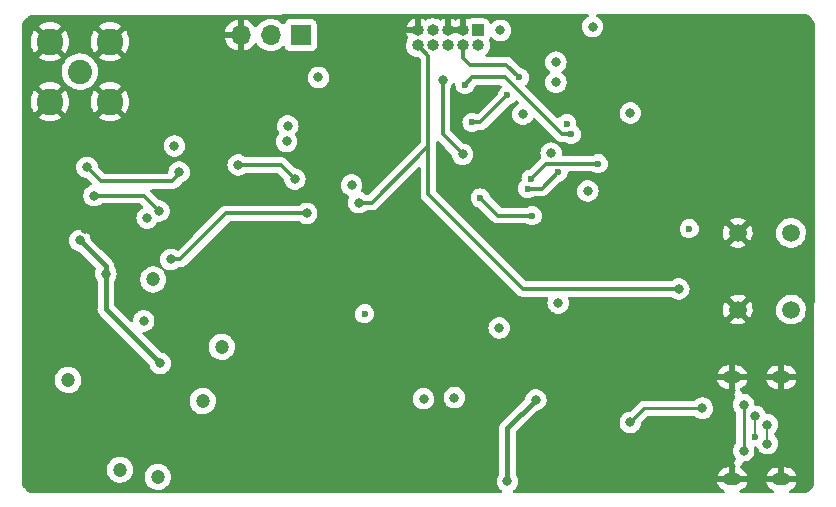
<source format=gbr>
%TF.GenerationSoftware,KiCad,Pcbnew,(5.99.0-8018-g9a0f685a75)*%
%TF.CreationDate,2021-03-03T16:59:48+00:00*%
%TF.ProjectId,CM4,434d342e-6b69-4636-9164-5f7063625858,rev?*%
%TF.SameCoordinates,Original*%
%TF.FileFunction,Copper,L4,Bot*%
%TF.FilePolarity,Positive*%
%FSLAX46Y46*%
G04 Gerber Fmt 4.6, Leading zero omitted, Abs format (unit mm)*
G04 Created by KiCad (PCBNEW (5.99.0-8018-g9a0f685a75)) date 2021-03-03 16:59:48*
%MOMM*%
%LPD*%
G01*
G04 APERTURE LIST*
G04 Aperture macros list*
%AMRoundRect*
0 Rectangle with rounded corners*
0 $1 Rounding radius*
0 $2 $3 $4 $5 $6 $7 $8 $9 X,Y pos of 4 corners*
0 Add a 4 corners polygon primitive as box body*
4,1,4,$2,$3,$4,$5,$6,$7,$8,$9,$2,$3,0*
0 Add four circle primitives for the rounded corners*
1,1,$1+$1,$2,$3,0*
1,1,$1+$1,$4,$5,0*
1,1,$1+$1,$6,$7,0*
1,1,$1+$1,$8,$9,0*
0 Add four rect primitives between the rounded corners*
20,1,$1+$1,$2,$3,$4,$5,0*
20,1,$1+$1,$4,$5,$6,$7,0*
20,1,$1+$1,$6,$7,$8,$9,0*
20,1,$1+$1,$8,$9,$2,$3,0*%
G04 Aperture macros list end*
%TA.AperFunction,ComponentPad*%
%ADD10R,1.000000X1.000000*%
%TD*%
%TA.AperFunction,ComponentPad*%
%ADD11O,1.000000X1.000000*%
%TD*%
%TA.AperFunction,ComponentPad*%
%ADD12RoundRect,0.500000X0.300000X0.000000X0.300000X0.000000X-0.300000X0.000000X-0.300000X0.000000X0*%
%TD*%
%TA.AperFunction,ComponentPad*%
%ADD13C,1.500000*%
%TD*%
%TA.AperFunction,ComponentPad*%
%ADD14C,2.050000*%
%TD*%
%TA.AperFunction,ComponentPad*%
%ADD15C,2.250000*%
%TD*%
%TA.AperFunction,ComponentPad*%
%ADD16R,1.700000X1.700000*%
%TD*%
%TA.AperFunction,ComponentPad*%
%ADD17O,1.700000X1.700000*%
%TD*%
%TA.AperFunction,ViaPad*%
%ADD18C,1.200000*%
%TD*%
%TA.AperFunction,ViaPad*%
%ADD19C,0.800000*%
%TD*%
%TA.AperFunction,ViaPad*%
%ADD20C,0.600000*%
%TD*%
%TA.AperFunction,Conductor*%
%ADD21C,0.300000*%
%TD*%
%TA.AperFunction,Conductor*%
%ADD22C,0.400000*%
%TD*%
%TA.AperFunction,Conductor*%
%ADD23C,0.200000*%
%TD*%
%TA.AperFunction,Conductor*%
%ADD24C,0.250000*%
%TD*%
G04 APERTURE END LIST*
D10*
%TO.P,J3,1,Pin_1*%
%TO.N,/+3.3V*%
X135300000Y-77000000D03*
D11*
%TO.P,J3,2,Pin_2*%
%TO.N,/H7MCU/SWDIO*%
X135300000Y-78270000D03*
%TO.P,J3,3,Pin_3*%
%TO.N,GND*%
X134030000Y-77000000D03*
%TO.P,J3,4,Pin_4*%
%TO.N,/H7MCU/SWCLK*%
X134030000Y-78270000D03*
%TO.P,J3,5,Pin_5*%
%TO.N,GND*%
X132760000Y-77000000D03*
%TO.P,J3,6,Pin_6*%
%TO.N,/H7MCU/SWO*%
X132760000Y-78270000D03*
%TO.P,J3,7,Pin_7*%
%TO.N,no_connect_58*%
X131490000Y-77000000D03*
%TO.P,J3,8,Pin_8*%
%TO.N,no_connect_59*%
X131490000Y-78270000D03*
%TO.P,J3,9,Pin_9*%
%TO.N,GND*%
X130220000Y-77000000D03*
%TO.P,J3,10,Pin_10*%
%TO.N,/H7MCU/NRST*%
X130220000Y-78270000D03*
%TD*%
D12*
%TO.P,J1,S1,SHIELD*%
%TO.N,GND*%
X156820000Y-115020000D03*
X156820000Y-106380000D03*
X161000000Y-115020000D03*
X161000000Y-106380000D03*
%TD*%
D13*
%TO.P,S1,1,1*%
%TO.N,/H7MCU/NRST*%
X161800000Y-100650000D03*
%TO.P,S1,2,2*%
X161800000Y-94150000D03*
%TO.P,S1,3,3*%
%TO.N,GND*%
X157300000Y-94150000D03*
%TO.P,S1,4,4*%
X157300000Y-100650000D03*
%TD*%
D14*
%TO.P,J2,1,In*%
%TO.N,Net-(J2-Pad1)*%
X101600000Y-80500000D03*
D15*
%TO.P,J2,2,Ext*%
%TO.N,GND*%
X104140000Y-77960000D03*
X99060000Y-77960000D03*
X99060000Y-83040000D03*
X104140000Y-83040000D03*
%TD*%
D16*
%TO.P,J7,1,Pin_1*%
%TO.N,/H7MCU/USART_RX*%
X120300000Y-77400000D03*
D17*
%TO.P,J7,2,Pin_2*%
%TO.N,/H7MCU/USART_TX*%
X117760000Y-77400000D03*
%TO.P,J7,3,Pin_3*%
%TO.N,GND*%
X115220000Y-77400000D03*
%TD*%
D18*
%TO.N,GND*%
X110000000Y-82700000D03*
X151000000Y-78300000D03*
X155400000Y-85100000D03*
X106700000Y-77900000D03*
X158700000Y-78400000D03*
D19*
X101600000Y-108400000D03*
D18*
X115900000Y-102200000D03*
X128100000Y-106200000D03*
X112300000Y-85300000D03*
D19*
X106400000Y-105200000D03*
X107800000Y-110400000D03*
D18*
X159400000Y-96700000D03*
X131600000Y-95200000D03*
X112400000Y-77000000D03*
D19*
X116400000Y-105000000D03*
X153700000Y-104800000D03*
D18*
X98600000Y-103700000D03*
D19*
X116600000Y-107400000D03*
X102000000Y-93800000D03*
X104000000Y-108400000D03*
D18*
X144100000Y-97100000D03*
X99700000Y-113900000D03*
X158600000Y-104400000D03*
D19*
X148200000Y-86100000D03*
D18*
X115700000Y-82800000D03*
D19*
X98800000Y-108200000D03*
X97200000Y-85800000D03*
D18*
X127000000Y-95100000D03*
X159700000Y-85100000D03*
X147700000Y-101200000D03*
X137000000Y-106100000D03*
X126400000Y-77100000D03*
D19*
X141500000Y-76900000D03*
D18*
X125900000Y-86600000D03*
X112100000Y-100100000D03*
X107100000Y-83400000D03*
X149400000Y-80900000D03*
D19*
X104000000Y-105200000D03*
X116600000Y-109400000D03*
X100600000Y-98000000D03*
D18*
X117900000Y-114000000D03*
X112300000Y-90200000D03*
D19*
X114600000Y-115200000D03*
%TO.N,Net-(C10-Pad1)*%
X108300000Y-92300000D03*
X102800000Y-91000000D03*
%TO.N,/Power/+5V*%
X137800000Y-115200000D03*
X140200000Y-108300000D03*
%TO.N,/P_OUT*%
X120800000Y-92500000D03*
X109300000Y-96400000D03*
D18*
X107800000Y-98100000D03*
D19*
%TO.N,/+3.3V*%
X145000000Y-76700000D03*
X137200000Y-77000000D03*
X139100000Y-84100000D03*
D20*
X142800000Y-84900000D03*
D19*
X119200000Y-85100000D03*
D18*
X100600000Y-106600000D03*
D19*
X141500000Y-87400000D03*
D18*
X113600000Y-103800000D03*
D20*
X153200000Y-93800000D03*
D19*
X133300000Y-108100000D03*
X142100000Y-100100000D03*
D20*
X125700000Y-101000000D03*
D18*
X112000000Y-108400000D03*
X108200000Y-114800000D03*
D19*
X141900000Y-81400000D03*
X107000000Y-101600000D03*
X124600000Y-90100000D03*
X130700000Y-108200000D03*
X144600000Y-90600000D03*
X137100000Y-102200000D03*
X121800000Y-81000000D03*
X119100000Y-86400000D03*
X141900000Y-79700000D03*
D18*
X105000000Y-114200000D03*
D19*
X109600000Y-86800000D03*
X107300000Y-92900000D03*
X148200000Y-84000000D03*
D20*
%TO.N,Net-(C19-Pad1)*%
X135500000Y-91200000D03*
X139900000Y-92700000D03*
D19*
%TO.N,/Power/USB_CONN_D+*%
X158800000Y-109700000D03*
D20*
X158800000Y-111400000D03*
D19*
%TO.N,/Power/USB_CONN_D-*%
X159800000Y-110400000D03*
X159800000Y-112000000D03*
%TO.N,/H7MCU/HSE_IN*%
X115000000Y-88400000D03*
X119800000Y-89600000D03*
%TO.N,/H7MCU/NRST*%
X152300000Y-98900000D03*
X125200000Y-91600000D03*
%TO.N,VCC*%
X157800000Y-112600000D03*
X157800000Y-108700000D03*
%TO.N,/Preamp/-IN1*%
X102200000Y-88600000D03*
X110000000Y-89000000D03*
%TO.N,/Preamp/VREF*%
X108400000Y-105200000D03*
X101600000Y-94800000D03*
X103800000Y-97600000D03*
%TO.N,Net-(J1-PadB5)*%
X148200000Y-110200000D03*
X154300000Y-109000000D03*
D20*
%TO.N,/H7MCU/SDMMC_CK*%
X143200000Y-85800000D03*
X134200000Y-81600000D03*
%TO.N,/H7MCU/SDMMC_D3*%
X137800000Y-82500000D03*
X134800000Y-84800000D03*
%TO.N,/H7MCU/SWCLK*%
X138800000Y-81000000D03*
D19*
%TO.N,/H7MCU/SWDIO*%
X132300000Y-81200000D03*
X134000000Y-87500000D03*
D20*
%TO.N,/H7MCU/SDMMC_D1*%
X139800000Y-89600000D03*
X145500000Y-88300000D03*
%TO.N,/H7MCU/SDMMC_D0*%
X139500000Y-90400000D03*
X142083365Y-89016635D03*
%TD*%
D21*
%TO.N,Net-(C10-Pad1)*%
X107000000Y-91000000D02*
X102800000Y-91000000D01*
X108300000Y-92300000D02*
X107000000Y-91000000D01*
D22*
%TO.N,/Power/+5V*%
X137800000Y-115200000D02*
X137800000Y-110700000D01*
X137800000Y-110700000D02*
X140200000Y-108300000D01*
D21*
%TO.N,/P_OUT*%
X114000000Y-92500000D02*
X120800000Y-92500000D01*
X110100000Y-96400000D02*
X112800000Y-93700000D01*
X109300000Y-96400000D02*
X110100000Y-96400000D01*
X112800000Y-93700000D02*
X114000000Y-92500000D01*
%TO.N,Net-(C19-Pad1)*%
X137000000Y-92700000D02*
X139900000Y-92700000D01*
X135500000Y-91200000D02*
X137000000Y-92700000D01*
D23*
%TO.N,/Power/USB_CONN_D+*%
X158800000Y-111400000D02*
X158800000Y-109700000D01*
%TO.N,/Power/USB_CONN_D-*%
X159800000Y-112000000D02*
X159800000Y-110400000D01*
D21*
%TO.N,/H7MCU/HSE_IN*%
X119800000Y-89600000D02*
X118600000Y-88400000D01*
X118600000Y-88400000D02*
X115000000Y-88400000D01*
%TO.N,/H7MCU/NRST*%
X139100000Y-98900000D02*
X131100000Y-90900000D01*
X131100000Y-79150000D02*
X131100000Y-85600000D01*
X131100000Y-85600000D02*
X131100000Y-86800000D01*
X130220000Y-78270000D02*
X131100000Y-79150000D01*
X131100000Y-90900000D02*
X131100000Y-86600000D01*
X131100000Y-86800000D02*
X126300000Y-91600000D01*
X126300000Y-91600000D02*
X125200000Y-91600000D01*
X152300000Y-98900000D02*
X139100000Y-98900000D01*
X131100000Y-86600000D02*
X131100000Y-85600000D01*
D24*
%TO.N,VCC*%
X157800000Y-108700000D02*
X157800000Y-112600000D01*
D21*
%TO.N,/Preamp/-IN1*%
X103400000Y-89800000D02*
X109400000Y-89800000D01*
X102200000Y-88600000D02*
X103400000Y-89800000D01*
X110000000Y-89200000D02*
X110000000Y-89000000D01*
X109400000Y-89800000D02*
X110000000Y-89200000D01*
D22*
%TO.N,/Preamp/VREF*%
X103800000Y-97000000D02*
X101600000Y-94800000D01*
X103800000Y-97600000D02*
X103800000Y-97000000D01*
X108400000Y-105200000D02*
X103800000Y-100600000D01*
X103800000Y-100600000D02*
X103800000Y-97600000D01*
D24*
%TO.N,Net-(J1-PadB5)*%
X149400000Y-109000000D02*
X148200000Y-110200000D01*
X154300000Y-109000000D02*
X149400000Y-109000000D01*
D21*
%TO.N,/H7MCU/SDMMC_CK*%
X142400000Y-85800000D02*
X137600000Y-81000000D01*
X143200000Y-85800000D02*
X142400000Y-85800000D01*
X134800000Y-81000000D02*
X134200000Y-81600000D01*
X137600000Y-81000000D02*
X134800000Y-81000000D01*
X134600000Y-81200000D02*
X134200000Y-81600000D01*
%TO.N,/H7MCU/SDMMC_D3*%
X137800000Y-82500000D02*
X135500000Y-84800000D01*
X135500000Y-84800000D02*
X134800000Y-84800000D01*
%TO.N,/H7MCU/SWCLK*%
X134600000Y-79900000D02*
X134030000Y-79330000D01*
X134030000Y-79330000D02*
X134030000Y-78270000D01*
X137700000Y-79900000D02*
X134600000Y-79900000D01*
X138800000Y-81000000D02*
X137700000Y-79900000D01*
%TO.N,/H7MCU/SWDIO*%
X132300000Y-85800000D02*
X132300000Y-81200000D01*
X134000000Y-87500000D02*
X132300000Y-85800000D01*
%TO.N,/H7MCU/SDMMC_D1*%
X141100000Y-88300000D02*
X145500000Y-88300000D01*
X139800000Y-89600000D02*
X141100000Y-88300000D01*
%TO.N,/H7MCU/SDMMC_D0*%
X139500000Y-90400000D02*
X140700000Y-90400000D01*
X140700000Y-90400000D02*
X142083365Y-89016635D01*
%TD*%
%TA.AperFunction,Conductor*%
%TO.N,GND*%
G36*
X163105560Y-75621934D02*
G01*
X163110302Y-75624347D01*
X163118256Y-75628763D01*
X163261294Y-75715074D01*
X163268904Y-75720049D01*
X163291970Y-75736346D01*
X163299193Y-75741850D01*
X163428381Y-75847895D01*
X163435162Y-75853883D01*
X163455645Y-75873332D01*
X163461993Y-75879812D01*
X163574547Y-76003307D01*
X163580426Y-76010245D01*
X163597909Y-76032454D01*
X163603269Y-76039793D01*
X163622514Y-76068246D01*
X163696867Y-76178179D01*
X163701685Y-76185888D01*
X163715800Y-76210399D01*
X163720039Y-76218418D01*
X163792748Y-76368833D01*
X163796407Y-76377154D01*
X163809821Y-76410926D01*
X163818720Y-76457517D01*
X163812957Y-84900000D01*
X163792115Y-115431170D01*
X163792104Y-115447179D01*
X163778277Y-115504480D01*
X163776579Y-115507799D01*
X163772027Y-115515939D01*
X163694917Y-115642585D01*
X163687444Y-115654858D01*
X163682289Y-115662657D01*
X163666275Y-115685035D01*
X163660560Y-115692426D01*
X163556366Y-115817317D01*
X163550125Y-115824257D01*
X163530935Y-115844068D01*
X163524218Y-115850506D01*
X163402696Y-115958626D01*
X163395529Y-115964542D01*
X163373605Y-115981309D01*
X163365986Y-115986700D01*
X163229856Y-116075638D01*
X163221849Y-116080455D01*
X163197722Y-116093778D01*
X163189377Y-116097990D01*
X163041583Y-116165830D01*
X163032951Y-116169412D01*
X162993483Y-116184094D01*
X162949552Y-116192000D01*
X161748594Y-116192000D01*
X161680473Y-116171998D01*
X161633980Y-116118342D01*
X161623876Y-116048068D01*
X161653370Y-115983488D01*
X161689441Y-115954748D01*
X161855151Y-115866639D01*
X161865360Y-115859857D01*
X162009019Y-115742691D01*
X162017723Y-115734047D01*
X162135886Y-115591213D01*
X162142746Y-115581042D01*
X162230918Y-115417970D01*
X162235668Y-115406671D01*
X162271379Y-115291308D01*
X162271585Y-115277205D01*
X162264830Y-115274000D01*
X161254002Y-115273999D01*
X161253996Y-115274000D01*
X159741689Y-115273999D01*
X159728158Y-115277972D01*
X159727066Y-115285566D01*
X159761654Y-115400124D01*
X159766329Y-115411466D01*
X159853357Y-115575144D01*
X159860144Y-115585360D01*
X159977310Y-115729019D01*
X159985954Y-115737723D01*
X160128789Y-115855887D01*
X160138957Y-115862746D01*
X160307447Y-115953848D01*
X160306512Y-115955577D01*
X160354520Y-115994678D01*
X160376590Y-116062157D01*
X160358675Y-116130856D01*
X160306463Y-116178964D01*
X160250649Y-116192000D01*
X157568594Y-116192000D01*
X157500473Y-116171998D01*
X157453980Y-116118342D01*
X157443876Y-116048068D01*
X157473370Y-115983488D01*
X157509441Y-115954748D01*
X157675151Y-115866639D01*
X157685360Y-115859857D01*
X157829019Y-115742691D01*
X157837723Y-115734047D01*
X157955886Y-115591213D01*
X157962746Y-115581042D01*
X158050918Y-115417970D01*
X158055668Y-115406671D01*
X158091379Y-115291308D01*
X158091585Y-115277205D01*
X158084830Y-115274000D01*
X157074002Y-115273999D01*
X157073996Y-115274000D01*
X155561689Y-115273999D01*
X155548158Y-115277972D01*
X155547066Y-115285566D01*
X155581654Y-115400124D01*
X155586329Y-115411466D01*
X155673357Y-115575144D01*
X155680144Y-115585360D01*
X155797310Y-115729019D01*
X155805954Y-115737723D01*
X155948789Y-115855887D01*
X155958957Y-115862746D01*
X156127447Y-115953848D01*
X156126512Y-115955577D01*
X156174520Y-115994678D01*
X156196590Y-116062157D01*
X156178675Y-116130856D01*
X156126463Y-116178964D01*
X156070649Y-116192000D01*
X138368042Y-116192000D01*
X138299921Y-116171998D01*
X138253428Y-116118342D01*
X138243324Y-116048068D01*
X138272818Y-115983488D01*
X138293981Y-115964064D01*
X138305663Y-115955577D01*
X138365036Y-115912440D01*
X138405907Y-115882746D01*
X138405909Y-115882744D01*
X138411251Y-115878863D01*
X138438669Y-115848412D01*
X138534618Y-115741850D01*
X138534619Y-115741849D01*
X138539037Y-115736942D01*
X138609969Y-115614085D01*
X138631220Y-115577277D01*
X138631221Y-115577276D01*
X138634524Y-115571554D01*
X138688098Y-115406671D01*
X138691498Y-115396206D01*
X138691498Y-115396205D01*
X138693538Y-115389927D01*
X138705386Y-115277205D01*
X138712810Y-115206565D01*
X138713500Y-115200000D01*
X138696131Y-115034743D01*
X138694228Y-115016637D01*
X138694228Y-115016636D01*
X138693538Y-115010073D01*
X138634524Y-114828446D01*
X138631220Y-114822723D01*
X138596621Y-114762795D01*
X155548415Y-114762795D01*
X155555170Y-114766000D01*
X156547885Y-114766001D01*
X156563124Y-114761526D01*
X156564329Y-114760136D01*
X156566000Y-114752453D01*
X156566001Y-114030115D01*
X156561526Y-114014876D01*
X156560136Y-114013671D01*
X156552453Y-114012000D01*
X156472079Y-114012000D01*
X156465931Y-114012301D01*
X156329375Y-114025690D01*
X156317340Y-114028073D01*
X156139876Y-114081653D01*
X156128534Y-114086328D01*
X155964856Y-114173356D01*
X155954640Y-114180143D01*
X155810981Y-114297309D01*
X155802277Y-114305953D01*
X155684114Y-114448787D01*
X155677254Y-114458958D01*
X155589082Y-114622030D01*
X155584332Y-114633329D01*
X155548621Y-114748692D01*
X155548415Y-114762795D01*
X138596621Y-114762795D01*
X138542338Y-114668775D01*
X138542337Y-114668773D01*
X138539037Y-114663058D01*
X138534623Y-114658155D01*
X138532562Y-114655319D01*
X138508500Y-114581261D01*
X138508500Y-111045660D01*
X138528502Y-110977539D01*
X138545405Y-110956564D01*
X138971875Y-110530095D01*
X139301970Y-110200000D01*
X147286500Y-110200000D01*
X147287190Y-110206565D01*
X147303615Y-110362835D01*
X147306462Y-110389927D01*
X147365476Y-110571554D01*
X147460963Y-110736942D01*
X147588749Y-110878863D01*
X147594091Y-110882744D01*
X147594093Y-110882746D01*
X147737908Y-110987233D01*
X147743250Y-110991114D01*
X147749278Y-110993798D01*
X147749280Y-110993799D01*
X147911682Y-111066105D01*
X147917713Y-111068790D01*
X148011113Y-111088643D01*
X148098056Y-111107124D01*
X148098061Y-111107124D01*
X148104513Y-111108496D01*
X148295487Y-111108496D01*
X148301939Y-111107124D01*
X148301944Y-111107124D01*
X148388887Y-111088643D01*
X148482287Y-111068790D01*
X148488318Y-111066105D01*
X148650720Y-110993799D01*
X148650722Y-110993798D01*
X148656750Y-110991114D01*
X148662092Y-110987233D01*
X148805907Y-110882746D01*
X148805909Y-110882744D01*
X148811251Y-110878863D01*
X148939037Y-110736942D01*
X149034524Y-110571554D01*
X149093538Y-110389927D01*
X149095641Y-110369915D01*
X149110903Y-110224710D01*
X149137916Y-110159054D01*
X149147118Y-110148786D01*
X149625499Y-109670405D01*
X149687811Y-109636379D01*
X149714594Y-109633500D01*
X153591806Y-109633500D01*
X153659927Y-109653502D01*
X153679151Y-109669842D01*
X153679425Y-109669538D01*
X153684327Y-109673952D01*
X153688749Y-109678863D01*
X153694091Y-109682744D01*
X153694093Y-109682746D01*
X153837908Y-109787233D01*
X153843250Y-109791114D01*
X153849278Y-109793798D01*
X153849280Y-109793799D01*
X154011682Y-109866105D01*
X154017713Y-109868790D01*
X154111113Y-109888643D01*
X154198056Y-109907124D01*
X154198061Y-109907124D01*
X154204513Y-109908496D01*
X154395487Y-109908496D01*
X154401939Y-109907124D01*
X154401944Y-109907124D01*
X154488887Y-109888643D01*
X154582287Y-109868790D01*
X154588318Y-109866105D01*
X154750720Y-109793799D01*
X154750722Y-109793798D01*
X154756750Y-109791114D01*
X154762092Y-109787233D01*
X154905907Y-109682746D01*
X154905909Y-109682744D01*
X154911251Y-109678863D01*
X154970764Y-109612767D01*
X155034618Y-109541850D01*
X155034619Y-109541849D01*
X155039037Y-109536942D01*
X155134524Y-109371554D01*
X155172525Y-109254599D01*
X155191498Y-109196206D01*
X155191498Y-109196205D01*
X155193538Y-109189927D01*
X155213500Y-109000000D01*
X155195027Y-108824241D01*
X155194228Y-108816637D01*
X155194228Y-108816636D01*
X155193538Y-108810073D01*
X155187951Y-108792876D01*
X155157774Y-108700000D01*
X156886500Y-108700000D01*
X156887190Y-108706565D01*
X156899000Y-108818926D01*
X156906462Y-108889927D01*
X156965476Y-109071554D01*
X156968779Y-109077276D01*
X156968780Y-109077277D01*
X157002689Y-109136008D01*
X157060963Y-109236942D01*
X157065381Y-109241849D01*
X157065382Y-109241850D01*
X157134136Y-109318209D01*
X157164854Y-109382216D01*
X157166500Y-109402519D01*
X157166501Y-111897480D01*
X157146499Y-111965601D01*
X157134137Y-111981789D01*
X157060963Y-112063058D01*
X156965476Y-112228446D01*
X156943074Y-112297394D01*
X156918978Y-112371554D01*
X156906462Y-112410073D01*
X156886500Y-112600000D01*
X156906462Y-112789927D01*
X156965476Y-112971554D01*
X157060963Y-113136942D01*
X157065381Y-113141849D01*
X157065382Y-113141850D01*
X157111037Y-113192555D01*
X157141755Y-113256562D01*
X157132990Y-113327016D01*
X157104390Y-113365346D01*
X157104692Y-113365600D01*
X157100255Y-113370888D01*
X157098389Y-113373388D01*
X157089162Y-113381131D01*
X157030035Y-113483542D01*
X157009500Y-113600000D01*
X157030035Y-113716458D01*
X157089162Y-113818869D01*
X157097608Y-113825956D01*
X157099563Y-113828286D01*
X157128027Y-113893326D01*
X157116810Y-113963431D01*
X157098266Y-113991789D01*
X157075671Y-114017865D01*
X157074000Y-114025548D01*
X157073999Y-114747885D01*
X157078474Y-114763124D01*
X157079864Y-114764329D01*
X157087547Y-114766000D01*
X158078311Y-114766001D01*
X158089229Y-114762795D01*
X159728415Y-114762795D01*
X159735170Y-114766000D01*
X160727885Y-114766001D01*
X160743124Y-114761526D01*
X160744329Y-114760136D01*
X160746000Y-114752453D01*
X160746000Y-114747885D01*
X161253999Y-114747885D01*
X161258474Y-114763124D01*
X161259864Y-114764329D01*
X161267547Y-114766000D01*
X162258311Y-114766001D01*
X162271842Y-114762028D01*
X162272934Y-114754434D01*
X162238346Y-114639876D01*
X162233671Y-114628534D01*
X162146643Y-114464856D01*
X162139856Y-114454640D01*
X162022690Y-114310981D01*
X162014046Y-114302277D01*
X161871211Y-114184113D01*
X161861043Y-114177254D01*
X161697969Y-114089081D01*
X161686670Y-114084331D01*
X161509573Y-114029510D01*
X161497569Y-114027045D01*
X161357687Y-114012344D01*
X161351127Y-114012000D01*
X161272115Y-114012000D01*
X161256876Y-114016475D01*
X161255671Y-114017865D01*
X161254000Y-114025548D01*
X161253999Y-114747885D01*
X160746000Y-114747885D01*
X160746001Y-114030115D01*
X160741526Y-114014876D01*
X160740136Y-114013671D01*
X160732453Y-114012000D01*
X160652079Y-114012000D01*
X160645931Y-114012301D01*
X160509375Y-114025690D01*
X160497340Y-114028073D01*
X160319876Y-114081653D01*
X160308534Y-114086328D01*
X160144856Y-114173356D01*
X160134640Y-114180143D01*
X159990981Y-114297309D01*
X159982277Y-114305953D01*
X159864114Y-114448787D01*
X159857254Y-114458958D01*
X159769082Y-114622030D01*
X159764332Y-114633329D01*
X159728621Y-114748692D01*
X159728415Y-114762795D01*
X158089229Y-114762795D01*
X158091842Y-114762028D01*
X158092934Y-114754434D01*
X158058346Y-114639876D01*
X158053671Y-114628534D01*
X157966643Y-114464856D01*
X157959856Y-114454640D01*
X157842690Y-114310981D01*
X157834046Y-114302277D01*
X157691211Y-114184113D01*
X157681039Y-114177251D01*
X157541703Y-114101913D01*
X157491294Y-114051918D01*
X157475916Y-113982607D01*
X157500452Y-113915985D01*
X157520639Y-113894556D01*
X157602396Y-113825953D01*
X157602397Y-113825952D01*
X157610838Y-113818869D01*
X157669965Y-113716458D01*
X157688276Y-113612615D01*
X157719802Y-113549004D01*
X157780716Y-113512535D01*
X157812361Y-113508496D01*
X157895487Y-113508496D01*
X157901939Y-113507124D01*
X157901944Y-113507124D01*
X157988887Y-113488643D01*
X158082287Y-113468790D01*
X158164674Y-113432109D01*
X158250720Y-113393799D01*
X158250722Y-113393798D01*
X158256750Y-113391114D01*
X158262092Y-113387233D01*
X158405907Y-113282746D01*
X158405909Y-113282744D01*
X158411251Y-113278863D01*
X158447885Y-113238177D01*
X158534618Y-113141850D01*
X158534619Y-113141849D01*
X158539037Y-113136942D01*
X158634524Y-112971554D01*
X158693538Y-112789927D01*
X158713500Y-112600000D01*
X158693538Y-112410073D01*
X158682788Y-112376988D01*
X158680760Y-112306023D01*
X158717422Y-112245224D01*
X158781134Y-112213899D01*
X158791180Y-112212574D01*
X158810132Y-112210849D01*
X158879783Y-112224597D01*
X158930946Y-112273819D01*
X158941380Y-112297394D01*
X158965476Y-112371554D01*
X158968779Y-112377276D01*
X158968780Y-112377277D01*
X158987715Y-112410073D01*
X159060963Y-112536942D01*
X159065381Y-112541849D01*
X159065382Y-112541850D01*
X159123652Y-112606565D01*
X159188749Y-112678863D01*
X159194091Y-112682744D01*
X159194093Y-112682746D01*
X159337908Y-112787233D01*
X159343250Y-112791114D01*
X159349278Y-112793798D01*
X159349280Y-112793799D01*
X159511682Y-112866105D01*
X159517713Y-112868790D01*
X159611113Y-112888643D01*
X159698056Y-112907124D01*
X159698061Y-112907124D01*
X159704513Y-112908496D01*
X159895487Y-112908496D01*
X159901939Y-112907124D01*
X159901944Y-112907124D01*
X159988887Y-112888643D01*
X160082287Y-112868790D01*
X160088318Y-112866105D01*
X160250720Y-112793799D01*
X160250722Y-112793798D01*
X160256750Y-112791114D01*
X160262092Y-112787233D01*
X160405907Y-112682746D01*
X160405909Y-112682744D01*
X160411251Y-112678863D01*
X160476348Y-112606565D01*
X160534618Y-112541850D01*
X160534619Y-112541849D01*
X160539037Y-112536942D01*
X160612285Y-112410073D01*
X160631220Y-112377277D01*
X160631221Y-112377276D01*
X160634524Y-112371554D01*
X160678980Y-112234731D01*
X160691498Y-112196206D01*
X160691498Y-112196205D01*
X160693538Y-112189927D01*
X160713500Y-112000000D01*
X160693538Y-111810073D01*
X160634524Y-111628446D01*
X160539037Y-111463058D01*
X160440863Y-111354024D01*
X160410147Y-111290019D01*
X160408500Y-111269716D01*
X160408500Y-111130284D01*
X160428502Y-111062163D01*
X160440857Y-111045982D01*
X160539037Y-110936942D01*
X160634524Y-110771554D01*
X160693538Y-110589927D01*
X160713500Y-110400000D01*
X160693538Y-110210073D01*
X160634524Y-110028446D01*
X160539037Y-109863058D01*
X160474259Y-109791114D01*
X160415673Y-109726048D01*
X160415672Y-109726047D01*
X160411251Y-109721137D01*
X160405909Y-109717256D01*
X160405907Y-109717254D01*
X160262092Y-109612767D01*
X160262091Y-109612766D01*
X160256750Y-109608886D01*
X160250722Y-109606202D01*
X160250720Y-109606201D01*
X160088318Y-109533895D01*
X160088317Y-109533895D01*
X160082287Y-109531210D01*
X159988887Y-109511357D01*
X159901944Y-109492876D01*
X159901939Y-109492876D01*
X159895487Y-109491504D01*
X159779049Y-109491504D01*
X159710928Y-109471502D01*
X159664435Y-109417846D01*
X159659216Y-109404440D01*
X159636566Y-109334731D01*
X159634524Y-109328446D01*
X159625530Y-109312867D01*
X159550760Y-109183363D01*
X159539037Y-109163058D01*
X159474259Y-109091114D01*
X159415673Y-109026048D01*
X159415672Y-109026047D01*
X159411251Y-109021137D01*
X159405909Y-109017256D01*
X159405907Y-109017254D01*
X159262092Y-108912767D01*
X159262091Y-108912766D01*
X159256750Y-108908886D01*
X159250722Y-108906202D01*
X159250720Y-108906201D01*
X159088318Y-108833895D01*
X159088317Y-108833895D01*
X159082287Y-108831210D01*
X158982846Y-108810073D01*
X158901944Y-108792876D01*
X158901939Y-108792876D01*
X158895487Y-108791504D01*
X158836569Y-108791504D01*
X158768448Y-108771502D01*
X158721955Y-108717846D01*
X158711259Y-108678675D01*
X158694228Y-108516637D01*
X158694228Y-108516636D01*
X158693538Y-108510073D01*
X158689033Y-108496206D01*
X158636566Y-108334731D01*
X158634524Y-108328446D01*
X158539037Y-108163058D01*
X158522282Y-108144449D01*
X158415673Y-108026048D01*
X158415672Y-108026047D01*
X158411251Y-108021137D01*
X158405909Y-108017256D01*
X158405907Y-108017254D01*
X158262092Y-107912767D01*
X158262091Y-107912766D01*
X158256750Y-107908886D01*
X158250722Y-107906202D01*
X158250720Y-107906201D01*
X158088318Y-107833895D01*
X158088317Y-107833895D01*
X158082287Y-107831210D01*
X157986525Y-107810855D01*
X157901944Y-107792876D01*
X157901939Y-107792876D01*
X157895487Y-107791504D01*
X157794728Y-107791504D01*
X157726607Y-107771502D01*
X157680114Y-107717846D01*
X157676005Y-107704629D01*
X157675650Y-107704758D01*
X157671879Y-107694399D01*
X157669965Y-107683542D01*
X157610838Y-107581131D01*
X157520282Y-107505145D01*
X157480956Y-107446036D01*
X157479830Y-107375048D01*
X157517261Y-107314720D01*
X157542121Y-107297373D01*
X157675144Y-107226644D01*
X157685360Y-107219857D01*
X157829019Y-107102691D01*
X157837723Y-107094047D01*
X157955886Y-106951213D01*
X157962746Y-106941042D01*
X158050918Y-106777970D01*
X158055668Y-106766671D01*
X158091379Y-106651308D01*
X158091462Y-106645566D01*
X159727066Y-106645566D01*
X159761654Y-106760124D01*
X159766329Y-106771466D01*
X159853357Y-106935144D01*
X159860144Y-106945360D01*
X159977310Y-107089019D01*
X159985954Y-107097723D01*
X160128789Y-107215887D01*
X160138957Y-107222746D01*
X160302031Y-107310919D01*
X160313330Y-107315669D01*
X160490427Y-107370490D01*
X160502431Y-107372955D01*
X160642313Y-107387656D01*
X160648873Y-107388000D01*
X160727885Y-107388000D01*
X160743124Y-107383525D01*
X160744329Y-107382135D01*
X160746000Y-107374452D01*
X160746000Y-107369885D01*
X161253999Y-107369885D01*
X161258474Y-107385124D01*
X161259864Y-107386329D01*
X161267547Y-107388000D01*
X161347921Y-107388000D01*
X161354069Y-107387699D01*
X161490625Y-107374310D01*
X161502660Y-107371927D01*
X161680124Y-107318347D01*
X161691466Y-107313672D01*
X161855144Y-107226644D01*
X161865360Y-107219857D01*
X162009019Y-107102691D01*
X162017723Y-107094047D01*
X162135886Y-106951213D01*
X162142746Y-106941042D01*
X162230918Y-106777970D01*
X162235668Y-106766671D01*
X162271379Y-106651308D01*
X162271585Y-106637205D01*
X162264830Y-106634000D01*
X161272115Y-106633999D01*
X161256876Y-106638474D01*
X161255671Y-106639864D01*
X161254000Y-106647547D01*
X161253999Y-107369885D01*
X160746000Y-107369885D01*
X160746001Y-106652115D01*
X160741526Y-106636876D01*
X160740136Y-106635671D01*
X160732453Y-106634000D01*
X159741689Y-106633999D01*
X159728158Y-106637972D01*
X159727066Y-106645566D01*
X158091462Y-106645566D01*
X158091585Y-106637205D01*
X158084830Y-106634000D01*
X157092115Y-106633999D01*
X157076876Y-106638474D01*
X157075671Y-106639864D01*
X157074000Y-106647547D01*
X157073999Y-107369885D01*
X157078474Y-107385124D01*
X157087613Y-107393043D01*
X157125997Y-107452769D01*
X157125997Y-107523766D01*
X157101623Y-107569259D01*
X157097608Y-107574044D01*
X157089162Y-107581131D01*
X157083650Y-107590677D01*
X157083649Y-107590679D01*
X157063229Y-107626048D01*
X157030035Y-107683542D01*
X157009500Y-107800000D01*
X157030035Y-107916458D01*
X157083096Y-108008362D01*
X157099834Y-108077357D01*
X157076614Y-108144449D01*
X157067623Y-108155661D01*
X157060963Y-108163058D01*
X156965476Y-108328446D01*
X156963434Y-108334731D01*
X156910968Y-108496206D01*
X156906462Y-108510073D01*
X156886500Y-108700000D01*
X155157774Y-108700000D01*
X155138879Y-108641850D01*
X155134524Y-108628446D01*
X155039037Y-108463058D01*
X155016081Y-108437562D01*
X154915673Y-108326048D01*
X154915672Y-108326047D01*
X154911251Y-108321137D01*
X154905909Y-108317256D01*
X154905907Y-108317254D01*
X154762092Y-108212767D01*
X154762091Y-108212766D01*
X154756750Y-108208886D01*
X154750722Y-108206202D01*
X154750720Y-108206201D01*
X154588318Y-108133895D01*
X154588317Y-108133895D01*
X154582287Y-108131210D01*
X154466343Y-108106565D01*
X154401944Y-108092876D01*
X154401939Y-108092876D01*
X154395487Y-108091504D01*
X154204513Y-108091504D01*
X154198061Y-108092876D01*
X154198056Y-108092876D01*
X154133657Y-108106565D01*
X154017713Y-108131210D01*
X154011683Y-108133895D01*
X154011682Y-108133895D01*
X153849280Y-108206201D01*
X153849278Y-108206202D01*
X153843250Y-108208886D01*
X153837909Y-108212766D01*
X153837908Y-108212767D01*
X153694093Y-108317254D01*
X153694091Y-108317256D01*
X153688749Y-108321137D01*
X153684328Y-108326047D01*
X153679425Y-108330462D01*
X153678299Y-108329211D01*
X153625000Y-108362049D01*
X153591806Y-108366500D01*
X149478383Y-108366500D01*
X149467479Y-108365986D01*
X149460088Y-108364334D01*
X149452163Y-108364583D01*
X149452162Y-108364583D01*
X149393147Y-108366438D01*
X149389189Y-108366500D01*
X149360422Y-108366500D01*
X149356137Y-108367041D01*
X149344303Y-108367973D01*
X149318286Y-108368791D01*
X149308036Y-108369113D01*
X149308035Y-108369113D01*
X149300116Y-108369362D01*
X149292508Y-108371572D01*
X149292503Y-108371573D01*
X149280661Y-108375013D01*
X149261307Y-108379021D01*
X149249079Y-108380566D01*
X149241212Y-108381560D01*
X149233844Y-108384477D01*
X149233837Y-108384479D01*
X149200099Y-108397837D01*
X149188869Y-108401682D01*
X149154031Y-108411803D01*
X149154030Y-108411804D01*
X149146421Y-108414014D01*
X149128988Y-108424324D01*
X149111241Y-108433018D01*
X149092400Y-108440478D01*
X149085985Y-108445139D01*
X149056629Y-108466467D01*
X149046712Y-108472982D01*
X149008658Y-108495487D01*
X149008240Y-108495855D01*
X148994158Y-108509937D01*
X148979125Y-108522778D01*
X148962917Y-108534554D01*
X148957868Y-108540657D01*
X148957867Y-108540658D01*
X148934975Y-108568330D01*
X148926986Y-108577109D01*
X148249497Y-109254599D01*
X148187184Y-109288624D01*
X148160401Y-109291504D01*
X148104513Y-109291504D01*
X148098061Y-109292876D01*
X148098056Y-109292876D01*
X148036381Y-109305986D01*
X147917713Y-109331210D01*
X147911683Y-109333895D01*
X147911682Y-109333895D01*
X147749280Y-109406201D01*
X147749278Y-109406202D01*
X147743250Y-109408886D01*
X147737909Y-109412766D01*
X147737908Y-109412767D01*
X147594093Y-109517254D01*
X147594091Y-109517256D01*
X147588749Y-109521137D01*
X147584328Y-109526047D01*
X147584327Y-109526048D01*
X147509740Y-109608886D01*
X147460963Y-109663058D01*
X147365476Y-109828446D01*
X147306462Y-110010073D01*
X147305772Y-110016636D01*
X147305772Y-110016637D01*
X147288173Y-110184078D01*
X147286500Y-110200000D01*
X139301970Y-110200000D01*
X139833194Y-109668776D01*
X140266541Y-109235430D01*
X140329438Y-109201279D01*
X140482287Y-109168790D01*
X140488318Y-109166105D01*
X140650720Y-109093799D01*
X140650722Y-109093798D01*
X140656750Y-109091114D01*
X140662092Y-109087233D01*
X140805907Y-108982746D01*
X140805909Y-108982744D01*
X140811251Y-108978863D01*
X140815673Y-108973952D01*
X140934618Y-108841850D01*
X140934619Y-108841849D01*
X140939037Y-108836942D01*
X141034524Y-108671554D01*
X141082864Y-108522778D01*
X141091498Y-108496206D01*
X141091498Y-108496205D01*
X141093538Y-108489927D01*
X141106459Y-108366996D01*
X141112810Y-108306565D01*
X141113500Y-108300000D01*
X141111751Y-108283363D01*
X141094228Y-108116637D01*
X141094228Y-108116636D01*
X141093538Y-108110073D01*
X141087951Y-108092876D01*
X141036566Y-107934731D01*
X141034524Y-107928446D01*
X141021335Y-107905601D01*
X140997311Y-107863992D01*
X140939037Y-107763058D01*
X140893461Y-107712440D01*
X140815673Y-107626048D01*
X140815672Y-107626047D01*
X140811251Y-107621137D01*
X140805909Y-107617256D01*
X140805907Y-107617254D01*
X140662092Y-107512767D01*
X140662091Y-107512766D01*
X140656750Y-107508886D01*
X140650722Y-107506202D01*
X140650720Y-107506201D01*
X140488318Y-107433895D01*
X140488317Y-107433895D01*
X140482287Y-107431210D01*
X140377262Y-107408886D01*
X140301944Y-107392876D01*
X140301939Y-107392876D01*
X140295487Y-107391504D01*
X140104513Y-107391504D01*
X140098061Y-107392876D01*
X140098056Y-107392876D01*
X140022738Y-107408886D01*
X139917713Y-107431210D01*
X139911683Y-107433895D01*
X139911682Y-107433895D01*
X139749280Y-107506201D01*
X139749278Y-107506202D01*
X139743250Y-107508886D01*
X139737909Y-107512766D01*
X139737908Y-107512767D01*
X139594093Y-107617254D01*
X139594091Y-107617256D01*
X139588749Y-107621137D01*
X139584328Y-107626047D01*
X139584327Y-107626048D01*
X139506540Y-107712440D01*
X139460963Y-107763058D01*
X139402689Y-107863992D01*
X139378666Y-107905601D01*
X139365476Y-107928446D01*
X139306462Y-108110073D01*
X139305772Y-108116636D01*
X139305772Y-108116637D01*
X139301555Y-108156764D01*
X139274543Y-108222421D01*
X139265340Y-108232690D01*
X137317370Y-110180660D01*
X137311105Y-110186513D01*
X137275492Y-110217580D01*
X137275489Y-110217583D01*
X137269767Y-110222575D01*
X137265400Y-110228789D01*
X137233031Y-110274845D01*
X137229098Y-110280140D01*
X137189698Y-110330389D01*
X137186572Y-110337311D01*
X137185188Y-110339597D01*
X137176836Y-110354240D01*
X137175563Y-110356615D01*
X137171191Y-110362835D01*
X137168432Y-110369911D01*
X137168430Y-110369915D01*
X137147990Y-110422342D01*
X137145441Y-110428407D01*
X137119150Y-110486635D01*
X137117765Y-110494108D01*
X137116958Y-110496683D01*
X137112350Y-110512860D01*
X137111677Y-110515480D01*
X137108917Y-110522560D01*
X137107925Y-110530095D01*
X137100581Y-110585881D01*
X137099550Y-110592389D01*
X137087909Y-110655200D01*
X137088346Y-110662780D01*
X137088346Y-110662781D01*
X137091292Y-110713874D01*
X137091501Y-110721127D01*
X137091500Y-114581261D01*
X137067438Y-114655319D01*
X137065377Y-114658155D01*
X137060963Y-114663058D01*
X137057663Y-114668773D01*
X137057662Y-114668775D01*
X136968780Y-114822723D01*
X136965476Y-114828446D01*
X136906462Y-115010073D01*
X136905772Y-115016636D01*
X136905772Y-115016637D01*
X136903869Y-115034743D01*
X136886500Y-115200000D01*
X136887190Y-115206565D01*
X136894615Y-115277205D01*
X136906462Y-115389927D01*
X136908502Y-115396205D01*
X136908502Y-115396206D01*
X136911902Y-115406671D01*
X136965476Y-115571554D01*
X136968779Y-115577276D01*
X136968780Y-115577277D01*
X136990031Y-115614085D01*
X137060963Y-115736942D01*
X137065381Y-115741849D01*
X137065382Y-115741850D01*
X137161331Y-115848412D01*
X137188749Y-115878863D01*
X137194091Y-115882744D01*
X137194093Y-115882746D01*
X137234964Y-115912440D01*
X137294338Y-115955577D01*
X137306019Y-115964064D01*
X137349373Y-116020286D01*
X137355448Y-116091022D01*
X137322317Y-116153814D01*
X137260497Y-116188725D01*
X137231958Y-116192000D01*
X97452039Y-116192000D01*
X97394905Y-116178302D01*
X97391946Y-116176797D01*
X97389700Y-116175653D01*
X97381752Y-116171241D01*
X97238714Y-116084929D01*
X97231111Y-116079959D01*
X97208028Y-116063649D01*
X97200797Y-116058139D01*
X97071649Y-115952129D01*
X97064845Y-115946120D01*
X97044345Y-115926655D01*
X97037991Y-115920169D01*
X96925453Y-115796690D01*
X96919572Y-115789750D01*
X96902098Y-115767551D01*
X96896736Y-115760208D01*
X96817180Y-115642585D01*
X96803113Y-115621787D01*
X96798300Y-115614085D01*
X96784224Y-115589641D01*
X96779973Y-115581602D01*
X96779703Y-115581042D01*
X96730727Y-115479729D01*
X96707253Y-115431170D01*
X96703593Y-115422844D01*
X96690068Y-115388793D01*
X96681169Y-115342312D01*
X96680916Y-114302855D01*
X103891261Y-114302855D01*
X103892379Y-114308742D01*
X103922018Y-114464856D01*
X103930713Y-114510657D01*
X104008748Y-114707249D01*
X104011972Y-114712300D01*
X104011973Y-114712302D01*
X104046249Y-114766001D01*
X104122550Y-114885539D01*
X104268013Y-115039093D01*
X104272878Y-115042583D01*
X104272881Y-115042585D01*
X104361276Y-115105986D01*
X104439887Y-115162370D01*
X104631972Y-115250922D01*
X104637788Y-115252356D01*
X104637791Y-115252357D01*
X104725571Y-115273999D01*
X104837337Y-115301555D01*
X104843327Y-115301864D01*
X104843329Y-115301864D01*
X104917698Y-115305696D01*
X105048570Y-115312440D01*
X105054505Y-115311611D01*
X105054509Y-115311611D01*
X105241008Y-115285566D01*
X105258051Y-115283186D01*
X105458221Y-115214848D01*
X105641857Y-115109891D01*
X105646401Y-115105990D01*
X105646406Y-115105986D01*
X105797786Y-114976008D01*
X105802334Y-114972103D01*
X105857317Y-114902855D01*
X107091261Y-114902855D01*
X107130713Y-115110657D01*
X107208748Y-115307249D01*
X107211972Y-115312300D01*
X107211973Y-115312302D01*
X107257331Y-115383363D01*
X107322550Y-115485539D01*
X107468013Y-115639093D01*
X107472878Y-115642583D01*
X107472881Y-115642585D01*
X107635017Y-115758877D01*
X107639887Y-115762370D01*
X107831972Y-115850922D01*
X107837788Y-115852356D01*
X107837791Y-115852357D01*
X107932597Y-115875731D01*
X108037337Y-115901555D01*
X108043327Y-115901864D01*
X108043329Y-115901864D01*
X108117698Y-115905696D01*
X108248570Y-115912440D01*
X108254505Y-115911611D01*
X108254509Y-115911611D01*
X108410543Y-115889820D01*
X108458051Y-115883186D01*
X108658221Y-115814848D01*
X108841857Y-115709891D01*
X108846401Y-115705990D01*
X108846406Y-115705986D01*
X108997786Y-115576008D01*
X109002334Y-115572103D01*
X109133860Y-115406456D01*
X109137164Y-115400124D01*
X109228917Y-115224241D01*
X109231690Y-115218926D01*
X109233801Y-115211869D01*
X109290575Y-115022027D01*
X109292294Y-115016280D01*
X109313485Y-114805830D01*
X109313500Y-114800000D01*
X109309951Y-114762795D01*
X109293981Y-114595416D01*
X109293411Y-114589442D01*
X109260772Y-114478186D01*
X109235557Y-114392235D01*
X109235556Y-114392233D01*
X109233869Y-114386482D01*
X109231122Y-114381148D01*
X109139768Y-114203773D01*
X109139766Y-114203770D01*
X109137022Y-114198442D01*
X109006365Y-114032109D01*
X109001714Y-114028073D01*
X108851144Y-113897413D01*
X108851139Y-113897409D01*
X108846613Y-113893482D01*
X108663529Y-113787566D01*
X108635617Y-113777873D01*
X108469393Y-113720150D01*
X108469390Y-113720149D01*
X108463719Y-113718180D01*
X108321845Y-113697609D01*
X108260334Y-113688690D01*
X108260331Y-113688690D01*
X108254394Y-113687829D01*
X108043106Y-113697609D01*
X107911540Y-113729317D01*
X107843313Y-113745759D01*
X107843311Y-113745760D01*
X107837480Y-113747165D01*
X107832022Y-113749647D01*
X107832018Y-113749648D01*
X107762738Y-113781148D01*
X107644934Y-113834710D01*
X107472416Y-113957086D01*
X107468267Y-113961420D01*
X107468266Y-113961421D01*
X107330302Y-114105540D01*
X107330298Y-114105545D01*
X107326152Y-114109876D01*
X107322900Y-114114912D01*
X107322898Y-114114915D01*
X107264195Y-114205830D01*
X107211418Y-114287568D01*
X107132354Y-114483749D01*
X107131206Y-114489630D01*
X107131204Y-114489635D01*
X107097337Y-114663058D01*
X107091814Y-114691341D01*
X107091798Y-114697326D01*
X107091798Y-114697330D01*
X107091629Y-114762028D01*
X107091261Y-114902855D01*
X105857317Y-114902855D01*
X105933860Y-114806456D01*
X105954965Y-114766001D01*
X106008667Y-114663058D01*
X106031690Y-114618926D01*
X106042229Y-114583688D01*
X106077767Y-114464856D01*
X106092294Y-114416280D01*
X106095295Y-114386482D01*
X106103773Y-114302277D01*
X106113485Y-114205830D01*
X106113500Y-114200000D01*
X106111985Y-114184113D01*
X106093981Y-113995416D01*
X106093411Y-113989442D01*
X106065670Y-113894882D01*
X106035557Y-113792235D01*
X106035556Y-113792233D01*
X106033869Y-113786482D01*
X106014898Y-113749648D01*
X105939768Y-113603773D01*
X105939766Y-113603770D01*
X105937022Y-113598442D01*
X105806365Y-113432109D01*
X105759123Y-113391114D01*
X105651144Y-113297413D01*
X105651139Y-113297409D01*
X105646613Y-113293482D01*
X105463529Y-113187566D01*
X105435617Y-113177873D01*
X105269393Y-113120150D01*
X105269390Y-113120149D01*
X105263719Y-113118180D01*
X105121845Y-113097609D01*
X105060334Y-113088690D01*
X105060331Y-113088690D01*
X105054394Y-113087829D01*
X104843106Y-113097609D01*
X104711540Y-113129317D01*
X104643313Y-113145759D01*
X104643311Y-113145760D01*
X104637480Y-113147165D01*
X104632022Y-113149647D01*
X104632018Y-113149648D01*
X104552957Y-113185595D01*
X104444934Y-113234710D01*
X104272416Y-113357086D01*
X104268267Y-113361420D01*
X104268266Y-113361421D01*
X104130302Y-113505540D01*
X104130298Y-113505545D01*
X104126152Y-113509876D01*
X104122900Y-113514912D01*
X104122898Y-113514915D01*
X104014670Y-113682531D01*
X104011418Y-113687568D01*
X103932354Y-113883749D01*
X103931206Y-113889630D01*
X103931204Y-113889635D01*
X103893706Y-114081653D01*
X103891814Y-114091341D01*
X103891798Y-114097326D01*
X103891798Y-114097330D01*
X103891589Y-114177251D01*
X103891261Y-114302855D01*
X96680916Y-114302855D01*
X96679502Y-108502855D01*
X110891261Y-108502855D01*
X110905390Y-108577277D01*
X110928690Y-108700000D01*
X110930713Y-108710657D01*
X111008748Y-108907249D01*
X111011972Y-108912300D01*
X111011973Y-108912302D01*
X111062279Y-108991114D01*
X111122550Y-109085539D01*
X111191335Y-109158150D01*
X111260559Y-109231224D01*
X111268013Y-109239093D01*
X111272878Y-109242583D01*
X111272881Y-109242585D01*
X111396443Y-109331210D01*
X111439887Y-109362370D01*
X111631972Y-109450922D01*
X111637788Y-109452356D01*
X111637791Y-109452357D01*
X111715443Y-109471502D01*
X111837337Y-109501555D01*
X111843327Y-109501864D01*
X111843329Y-109501864D01*
X111917698Y-109505696D01*
X112048570Y-109512440D01*
X112054505Y-109511611D01*
X112054509Y-109511611D01*
X112210543Y-109489820D01*
X112258051Y-109483186D01*
X112458221Y-109414848D01*
X112641857Y-109309891D01*
X112646401Y-109305990D01*
X112646406Y-109305986D01*
X112797786Y-109176008D01*
X112802334Y-109172103D01*
X112807097Y-109166105D01*
X112871067Y-109085539D01*
X112933860Y-109006456D01*
X112943889Y-108987233D01*
X113025274Y-108831224D01*
X113031690Y-108818926D01*
X113036216Y-108803794D01*
X113074052Y-108677277D01*
X113092294Y-108616280D01*
X113097431Y-108565269D01*
X113101709Y-108522778D01*
X113113485Y-108405830D01*
X113113500Y-108400000D01*
X113111499Y-108379021D01*
X113094419Y-108200000D01*
X129786500Y-108200000D01*
X129787190Y-108206565D01*
X129805583Y-108381560D01*
X129806462Y-108389927D01*
X129808502Y-108396205D01*
X129808502Y-108396206D01*
X129832466Y-108469959D01*
X129865476Y-108571554D01*
X129868779Y-108577276D01*
X129868780Y-108577277D01*
X129891299Y-108616280D01*
X129960963Y-108736942D01*
X129965381Y-108741849D01*
X129965382Y-108741850D01*
X130039567Y-108824241D01*
X130088749Y-108878863D01*
X130094091Y-108882744D01*
X130094093Y-108882746D01*
X130214412Y-108970162D01*
X130243250Y-108991114D01*
X130249278Y-108993798D01*
X130249280Y-108993799D01*
X130411682Y-109066105D01*
X130417713Y-109068790D01*
X130496510Y-109085539D01*
X130598056Y-109107124D01*
X130598061Y-109107124D01*
X130604513Y-109108496D01*
X130795487Y-109108496D01*
X130801939Y-109107124D01*
X130801944Y-109107124D01*
X130903490Y-109085539D01*
X130982287Y-109068790D01*
X130988318Y-109066105D01*
X131150720Y-108993799D01*
X131150722Y-108993798D01*
X131156750Y-108991114D01*
X131185588Y-108970162D01*
X131305907Y-108882746D01*
X131305909Y-108882744D01*
X131311251Y-108878863D01*
X131360433Y-108824241D01*
X131434618Y-108741850D01*
X131434619Y-108741849D01*
X131439037Y-108736942D01*
X131508701Y-108616280D01*
X131531220Y-108577277D01*
X131531221Y-108577276D01*
X131534524Y-108571554D01*
X131567534Y-108469959D01*
X131591498Y-108396206D01*
X131591498Y-108396205D01*
X131593538Y-108389927D01*
X131594418Y-108381560D01*
X131612810Y-108206565D01*
X131613500Y-108200000D01*
X131602990Y-108100000D01*
X132386500Y-108100000D01*
X132406462Y-108289927D01*
X132408502Y-108296205D01*
X132408502Y-108296206D01*
X132421020Y-108334731D01*
X132465476Y-108471554D01*
X132468779Y-108477276D01*
X132468780Y-108477277D01*
X132487636Y-108509937D01*
X132560963Y-108636942D01*
X132565381Y-108641849D01*
X132565382Y-108641850D01*
X132622035Y-108704770D01*
X132688749Y-108778863D01*
X132694091Y-108782744D01*
X132694093Y-108782746D01*
X132837908Y-108887233D01*
X132843250Y-108891114D01*
X132849278Y-108893798D01*
X132849280Y-108893799D01*
X132891883Y-108912767D01*
X133017713Y-108968790D01*
X133104480Y-108987233D01*
X133198056Y-109007124D01*
X133198061Y-109007124D01*
X133204513Y-109008496D01*
X133395487Y-109008496D01*
X133401939Y-109007124D01*
X133401944Y-109007124D01*
X133495520Y-108987233D01*
X133582287Y-108968790D01*
X133708117Y-108912767D01*
X133750720Y-108893799D01*
X133750722Y-108893798D01*
X133756750Y-108891114D01*
X133762092Y-108887233D01*
X133905907Y-108782746D01*
X133905909Y-108782744D01*
X133911251Y-108778863D01*
X133977965Y-108704770D01*
X134034618Y-108641850D01*
X134034619Y-108641849D01*
X134039037Y-108636942D01*
X134112364Y-108509937D01*
X134131220Y-108477277D01*
X134131221Y-108477276D01*
X134134524Y-108471554D01*
X134178980Y-108334731D01*
X134191498Y-108296206D01*
X134191498Y-108296205D01*
X134193538Y-108289927D01*
X134213500Y-108100000D01*
X134193538Y-107910073D01*
X134134524Y-107728446D01*
X134118999Y-107701555D01*
X134096772Y-107663058D01*
X134039037Y-107563058D01*
X134030536Y-107553616D01*
X133915673Y-107426048D01*
X133915672Y-107426047D01*
X133911251Y-107421137D01*
X133905909Y-107417256D01*
X133905907Y-107417254D01*
X133762092Y-107312767D01*
X133762091Y-107312766D01*
X133756750Y-107308886D01*
X133750722Y-107306202D01*
X133750720Y-107306201D01*
X133588318Y-107233895D01*
X133588317Y-107233895D01*
X133582287Y-107231210D01*
X133465830Y-107206456D01*
X133401944Y-107192876D01*
X133401939Y-107192876D01*
X133395487Y-107191504D01*
X133204513Y-107191504D01*
X133198061Y-107192876D01*
X133198056Y-107192876D01*
X133134170Y-107206456D01*
X133017713Y-107231210D01*
X133011683Y-107233895D01*
X133011682Y-107233895D01*
X132849280Y-107306201D01*
X132849278Y-107306202D01*
X132843250Y-107308886D01*
X132837909Y-107312766D01*
X132837908Y-107312767D01*
X132694093Y-107417254D01*
X132694091Y-107417256D01*
X132688749Y-107421137D01*
X132684328Y-107426047D01*
X132684327Y-107426048D01*
X132569465Y-107553616D01*
X132560963Y-107563058D01*
X132503228Y-107663058D01*
X132481002Y-107701555D01*
X132465476Y-107728446D01*
X132406462Y-107910073D01*
X132386500Y-108100000D01*
X131602990Y-108100000D01*
X131594701Y-108021137D01*
X131594228Y-108016637D01*
X131594228Y-108016636D01*
X131593538Y-108010073D01*
X131534524Y-107828446D01*
X131513196Y-107791504D01*
X131496772Y-107763058D01*
X131439037Y-107663058D01*
X131411171Y-107632109D01*
X131315673Y-107526048D01*
X131315672Y-107526047D01*
X131311251Y-107521137D01*
X131305909Y-107517256D01*
X131305907Y-107517254D01*
X131162092Y-107412767D01*
X131162091Y-107412766D01*
X131156750Y-107408886D01*
X131150722Y-107406202D01*
X131150720Y-107406201D01*
X130988318Y-107333895D01*
X130988317Y-107333895D01*
X130982287Y-107331210D01*
X130877262Y-107308886D01*
X130801944Y-107292876D01*
X130801939Y-107292876D01*
X130795487Y-107291504D01*
X130604513Y-107291504D01*
X130598061Y-107292876D01*
X130598056Y-107292876D01*
X130522738Y-107308886D01*
X130417713Y-107331210D01*
X130411683Y-107333895D01*
X130411682Y-107333895D01*
X130249280Y-107406201D01*
X130249278Y-107406202D01*
X130243250Y-107408886D01*
X130237909Y-107412766D01*
X130237908Y-107412767D01*
X130094093Y-107517254D01*
X130094091Y-107517256D01*
X130088749Y-107521137D01*
X130084328Y-107526047D01*
X130084327Y-107526048D01*
X129988830Y-107632109D01*
X129960963Y-107663058D01*
X129903228Y-107763058D01*
X129886805Y-107791504D01*
X129865476Y-107828446D01*
X129806462Y-108010073D01*
X129805772Y-108016636D01*
X129805772Y-108016637D01*
X129805299Y-108021137D01*
X129786500Y-108200000D01*
X113094419Y-108200000D01*
X113093981Y-108195416D01*
X113093411Y-108189442D01*
X113083503Y-108155670D01*
X113035557Y-107992235D01*
X113035556Y-107992233D01*
X113033869Y-107986482D01*
X113031122Y-107981148D01*
X112939768Y-107803773D01*
X112939766Y-107803770D01*
X112937022Y-107798442D01*
X112806365Y-107632109D01*
X112801834Y-107628177D01*
X112651144Y-107497413D01*
X112651139Y-107497409D01*
X112646613Y-107493482D01*
X112463529Y-107387566D01*
X112418494Y-107371927D01*
X112269393Y-107320150D01*
X112269390Y-107320149D01*
X112263719Y-107318180D01*
X112121845Y-107297609D01*
X112060334Y-107288690D01*
X112060331Y-107288690D01*
X112054394Y-107287829D01*
X111843106Y-107297609D01*
X111711540Y-107329317D01*
X111643313Y-107345759D01*
X111643311Y-107345760D01*
X111637480Y-107347165D01*
X111632022Y-107349647D01*
X111632018Y-107349648D01*
X111542006Y-107390574D01*
X111444934Y-107434710D01*
X111272416Y-107557086D01*
X111268267Y-107561420D01*
X111268266Y-107561421D01*
X111130302Y-107705540D01*
X111130298Y-107705545D01*
X111126152Y-107709876D01*
X111122900Y-107714912D01*
X111122898Y-107714915D01*
X111046074Y-107833895D01*
X111011418Y-107887568D01*
X111009176Y-107893131D01*
X111002348Y-107910073D01*
X110932354Y-108083749D01*
X110931206Y-108089630D01*
X110931204Y-108089635D01*
X110893372Y-108283363D01*
X110891814Y-108291341D01*
X110891798Y-108297326D01*
X110891798Y-108297330D01*
X110891619Y-108365941D01*
X110891261Y-108502855D01*
X96679502Y-108502855D01*
X96679063Y-106702855D01*
X99491261Y-106702855D01*
X99530713Y-106910657D01*
X99608748Y-107107249D01*
X99722550Y-107285539D01*
X99755337Y-107320150D01*
X99861512Y-107432230D01*
X99868013Y-107439093D01*
X99872878Y-107442583D01*
X99872881Y-107442585D01*
X100027682Y-107553616D01*
X100039887Y-107562370D01*
X100231972Y-107650922D01*
X100237788Y-107652356D01*
X100237791Y-107652357D01*
X100304387Y-107668776D01*
X100437337Y-107701555D01*
X100443327Y-107701864D01*
X100443329Y-107701864D01*
X100514669Y-107705540D01*
X100648570Y-107712440D01*
X100654505Y-107711611D01*
X100654509Y-107711611D01*
X100810543Y-107689820D01*
X100858051Y-107683186D01*
X101058221Y-107614848D01*
X101241857Y-107509891D01*
X101246401Y-107505990D01*
X101246406Y-107505986D01*
X101397786Y-107376008D01*
X101402334Y-107372103D01*
X101423252Y-107345759D01*
X101471067Y-107285539D01*
X101533860Y-107206456D01*
X101540945Y-107192876D01*
X101628917Y-107024241D01*
X101631690Y-107018926D01*
X101651941Y-106951213D01*
X101690575Y-106822027D01*
X101692294Y-106816280D01*
X101696807Y-106771466D01*
X101708824Y-106652115D01*
X101709483Y-106645566D01*
X155547066Y-106645566D01*
X155581654Y-106760124D01*
X155586329Y-106771466D01*
X155673357Y-106935144D01*
X155680144Y-106945360D01*
X155797310Y-107089019D01*
X155805954Y-107097723D01*
X155948789Y-107215887D01*
X155958957Y-107222746D01*
X156122031Y-107310919D01*
X156133330Y-107315669D01*
X156310427Y-107370490D01*
X156322431Y-107372955D01*
X156462313Y-107387656D01*
X156468873Y-107388000D01*
X156547885Y-107388000D01*
X156563124Y-107383525D01*
X156564329Y-107382135D01*
X156566000Y-107374452D01*
X156566001Y-106652115D01*
X156561526Y-106636876D01*
X156560136Y-106635671D01*
X156552453Y-106634000D01*
X155561689Y-106633999D01*
X155548158Y-106637972D01*
X155547066Y-106645566D01*
X101709483Y-106645566D01*
X101713485Y-106605830D01*
X101713500Y-106600000D01*
X101703705Y-106497330D01*
X101693981Y-106395416D01*
X101693411Y-106389442D01*
X101633869Y-106186482D01*
X101601858Y-106124329D01*
X101601068Y-106122795D01*
X155548415Y-106122795D01*
X155555170Y-106126000D01*
X156547885Y-106126001D01*
X156563124Y-106121526D01*
X156564329Y-106120136D01*
X156566000Y-106112453D01*
X156566000Y-106107885D01*
X157073999Y-106107885D01*
X157078474Y-106123124D01*
X157079864Y-106124329D01*
X157087547Y-106126000D01*
X158078311Y-106126001D01*
X158089229Y-106122795D01*
X159728415Y-106122795D01*
X159735170Y-106126000D01*
X160727885Y-106126001D01*
X160743124Y-106121526D01*
X160744329Y-106120136D01*
X160746000Y-106112453D01*
X160746000Y-106107885D01*
X161253999Y-106107885D01*
X161258474Y-106123124D01*
X161259864Y-106124329D01*
X161267547Y-106126000D01*
X162258311Y-106126001D01*
X162271842Y-106122028D01*
X162272934Y-106114434D01*
X162238346Y-105999876D01*
X162233671Y-105988534D01*
X162146643Y-105824856D01*
X162139856Y-105814640D01*
X162022690Y-105670981D01*
X162014046Y-105662277D01*
X161871211Y-105544113D01*
X161861043Y-105537254D01*
X161697969Y-105449081D01*
X161686670Y-105444331D01*
X161509573Y-105389510D01*
X161497569Y-105387045D01*
X161357687Y-105372344D01*
X161351127Y-105372000D01*
X161272115Y-105372000D01*
X161256876Y-105376475D01*
X161255671Y-105377865D01*
X161254000Y-105385548D01*
X161253999Y-106107885D01*
X160746000Y-106107885D01*
X160746001Y-105390115D01*
X160741526Y-105374876D01*
X160740136Y-105373671D01*
X160732453Y-105372000D01*
X160652079Y-105372000D01*
X160645931Y-105372301D01*
X160509375Y-105385690D01*
X160497340Y-105388073D01*
X160319876Y-105441653D01*
X160308534Y-105446328D01*
X160144856Y-105533356D01*
X160134640Y-105540143D01*
X159990981Y-105657309D01*
X159982277Y-105665953D01*
X159864114Y-105808787D01*
X159857254Y-105818958D01*
X159769082Y-105982030D01*
X159764332Y-105993329D01*
X159728621Y-106108692D01*
X159728415Y-106122795D01*
X158089229Y-106122795D01*
X158091842Y-106122028D01*
X158092934Y-106114434D01*
X158058346Y-105999876D01*
X158053671Y-105988534D01*
X157966643Y-105824856D01*
X157959856Y-105814640D01*
X157842690Y-105670981D01*
X157834046Y-105662277D01*
X157691211Y-105544113D01*
X157681043Y-105537254D01*
X157517969Y-105449081D01*
X157506670Y-105444331D01*
X157329573Y-105389510D01*
X157317569Y-105387045D01*
X157177687Y-105372344D01*
X157171127Y-105372000D01*
X157092115Y-105372000D01*
X157076876Y-105376475D01*
X157075671Y-105377865D01*
X157074000Y-105385548D01*
X157073999Y-106107885D01*
X156566000Y-106107885D01*
X156566001Y-105390115D01*
X156561526Y-105374876D01*
X156560136Y-105373671D01*
X156552453Y-105372000D01*
X156472079Y-105372000D01*
X156465931Y-105372301D01*
X156329375Y-105385690D01*
X156317340Y-105388073D01*
X156139876Y-105441653D01*
X156128534Y-105446328D01*
X155964856Y-105533356D01*
X155954640Y-105540143D01*
X155810981Y-105657309D01*
X155802277Y-105665953D01*
X155684114Y-105808787D01*
X155677254Y-105818958D01*
X155589082Y-105982030D01*
X155584332Y-105993329D01*
X155548621Y-106108692D01*
X155548415Y-106122795D01*
X101601068Y-106122795D01*
X101539768Y-106003773D01*
X101539766Y-106003770D01*
X101537022Y-105998442D01*
X101406365Y-105832109D01*
X101379489Y-105808787D01*
X101251144Y-105697413D01*
X101251139Y-105697409D01*
X101246613Y-105693482D01*
X101063529Y-105587566D01*
X101033900Y-105577277D01*
X100869393Y-105520150D01*
X100869390Y-105520149D01*
X100863719Y-105518180D01*
X100721845Y-105497609D01*
X100660334Y-105488690D01*
X100660331Y-105488690D01*
X100654394Y-105487829D01*
X100443106Y-105497609D01*
X100311540Y-105529317D01*
X100243313Y-105545759D01*
X100243311Y-105545760D01*
X100237480Y-105547165D01*
X100232022Y-105549647D01*
X100232018Y-105549648D01*
X100152957Y-105585595D01*
X100044934Y-105634710D01*
X99872416Y-105757086D01*
X99868267Y-105761420D01*
X99868266Y-105761421D01*
X99730302Y-105905540D01*
X99730298Y-105905545D01*
X99726152Y-105909876D01*
X99722900Y-105914912D01*
X99722898Y-105914915D01*
X99622657Y-106070162D01*
X99611418Y-106087568D01*
X99532354Y-106283749D01*
X99531206Y-106289630D01*
X99531204Y-106289635D01*
X99492962Y-106485461D01*
X99491814Y-106491341D01*
X99491261Y-106702855D01*
X96679063Y-106702855D01*
X96676798Y-97416637D01*
X96676161Y-94800000D01*
X100686500Y-94800000D01*
X100706462Y-94989927D01*
X100765476Y-95171554D01*
X100768779Y-95177276D01*
X100768780Y-95177277D01*
X100786952Y-95208751D01*
X100860963Y-95336942D01*
X100865381Y-95341849D01*
X100865382Y-95341850D01*
X100925038Y-95408105D01*
X100988749Y-95478863D01*
X100994091Y-95482744D01*
X100994093Y-95482746D01*
X101064494Y-95533895D01*
X101143250Y-95591114D01*
X101149278Y-95593798D01*
X101149280Y-95593799D01*
X101233062Y-95631101D01*
X101317713Y-95668790D01*
X101470565Y-95701280D01*
X101533463Y-95735432D01*
X102925838Y-97127807D01*
X102959864Y-97190119D01*
X102956576Y-97255837D01*
X102906462Y-97410073D01*
X102886500Y-97600000D01*
X102906462Y-97789927D01*
X102965476Y-97971554D01*
X103060963Y-98136942D01*
X103065387Y-98141855D01*
X103067437Y-98144677D01*
X103091295Y-98211545D01*
X103091501Y-98218738D01*
X103091500Y-99397458D01*
X103091500Y-100574061D01*
X103091208Y-100582631D01*
X103087994Y-100629765D01*
X103087994Y-100629769D01*
X103087478Y-100637341D01*
X103098464Y-100700292D01*
X103099422Y-100706782D01*
X103107096Y-100770193D01*
X103109781Y-100777299D01*
X103110413Y-100779872D01*
X103114878Y-100796196D01*
X103115647Y-100798744D01*
X103116953Y-100806224D01*
X103120004Y-100813174D01*
X103120005Y-100813178D01*
X103142626Y-100864708D01*
X103145117Y-100870812D01*
X103167694Y-100930561D01*
X103171994Y-100936818D01*
X103173238Y-100939197D01*
X103181438Y-100953930D01*
X103182809Y-100956247D01*
X103185861Y-100963201D01*
X103224758Y-101013892D01*
X103228611Y-101019196D01*
X103260491Y-101065582D01*
X103260493Y-101065585D01*
X103264796Y-101071845D01*
X103270470Y-101076900D01*
X103308685Y-101110949D01*
X103313961Y-101115930D01*
X107465340Y-105267309D01*
X107499366Y-105329621D01*
X107501555Y-105343235D01*
X107504754Y-105373671D01*
X107506462Y-105389927D01*
X107565476Y-105571554D01*
X107568779Y-105577276D01*
X107568780Y-105577277D01*
X107576457Y-105590574D01*
X107660963Y-105736942D01*
X107665381Y-105741849D01*
X107665382Y-105741850D01*
X107750900Y-105836827D01*
X107788749Y-105878863D01*
X107794091Y-105882744D01*
X107794093Y-105882746D01*
X107930747Y-105982030D01*
X107943250Y-105991114D01*
X107949278Y-105993798D01*
X107949280Y-105993799D01*
X108111682Y-106066105D01*
X108117713Y-106068790D01*
X108182359Y-106082531D01*
X108298056Y-106107124D01*
X108298061Y-106107124D01*
X108304513Y-106108496D01*
X108495487Y-106108496D01*
X108501939Y-106107124D01*
X108501944Y-106107124D01*
X108617641Y-106082531D01*
X108682287Y-106068790D01*
X108688318Y-106066105D01*
X108850720Y-105993799D01*
X108850722Y-105993798D01*
X108856750Y-105991114D01*
X108869253Y-105982030D01*
X109005907Y-105882746D01*
X109005909Y-105882744D01*
X109011251Y-105878863D01*
X109049100Y-105836827D01*
X109134618Y-105741850D01*
X109134619Y-105741849D01*
X109139037Y-105736942D01*
X109223543Y-105590574D01*
X109231220Y-105577277D01*
X109231221Y-105577276D01*
X109234524Y-105571554D01*
X109293538Y-105389927D01*
X109298446Y-105343235D01*
X109312810Y-105206565D01*
X109313500Y-105200000D01*
X109293538Y-105010073D01*
X109234524Y-104828446D01*
X109139037Y-104663058D01*
X109011251Y-104521137D01*
X109005909Y-104517256D01*
X109005907Y-104517254D01*
X108862092Y-104412767D01*
X108862091Y-104412766D01*
X108856750Y-104408886D01*
X108850722Y-104406202D01*
X108850720Y-104406201D01*
X108688318Y-104333895D01*
X108688317Y-104333895D01*
X108682287Y-104331210D01*
X108565597Y-104306407D01*
X108529436Y-104298720D01*
X108466538Y-104264568D01*
X108104825Y-103902855D01*
X112491261Y-103902855D01*
X112530713Y-104110657D01*
X112608748Y-104307249D01*
X112722550Y-104485539D01*
X112868013Y-104639093D01*
X112872878Y-104642583D01*
X112872881Y-104642585D01*
X112894582Y-104658150D01*
X113039887Y-104762370D01*
X113045332Y-104764880D01*
X113183218Y-104828446D01*
X113231972Y-104850922D01*
X113237788Y-104852356D01*
X113237791Y-104852357D01*
X113332597Y-104875731D01*
X113437337Y-104901555D01*
X113443327Y-104901864D01*
X113443329Y-104901864D01*
X113517698Y-104905696D01*
X113648570Y-104912440D01*
X113654505Y-104911611D01*
X113654509Y-104911611D01*
X113810543Y-104889820D01*
X113858051Y-104883186D01*
X114058221Y-104814848D01*
X114241857Y-104709891D01*
X114246401Y-104705990D01*
X114246406Y-104705986D01*
X114397786Y-104576008D01*
X114402334Y-104572103D01*
X114533860Y-104406456D01*
X114571714Y-104333895D01*
X114628917Y-104224241D01*
X114631690Y-104218926D01*
X114692294Y-104016280D01*
X114713485Y-103805830D01*
X114713500Y-103800000D01*
X114703705Y-103697330D01*
X114693981Y-103595416D01*
X114693411Y-103589442D01*
X114633869Y-103386482D01*
X114537022Y-103198442D01*
X114406365Y-103032109D01*
X114359123Y-102991114D01*
X114251144Y-102897413D01*
X114251139Y-102897409D01*
X114246613Y-102893482D01*
X114063529Y-102787566D01*
X114035617Y-102777873D01*
X113869393Y-102720150D01*
X113869390Y-102720149D01*
X113863719Y-102718180D01*
X113721845Y-102697609D01*
X113660334Y-102688690D01*
X113660331Y-102688690D01*
X113654394Y-102687829D01*
X113443106Y-102697609D01*
X113311540Y-102729317D01*
X113243313Y-102745759D01*
X113243311Y-102745760D01*
X113237480Y-102747165D01*
X113232022Y-102749647D01*
X113232018Y-102749648D01*
X113152957Y-102785595D01*
X113044934Y-102834710D01*
X112872416Y-102957086D01*
X112868267Y-102961420D01*
X112868266Y-102961421D01*
X112730302Y-103105540D01*
X112730298Y-103105545D01*
X112726152Y-103109876D01*
X112722900Y-103114912D01*
X112722898Y-103114915D01*
X112614670Y-103282531D01*
X112611418Y-103287568D01*
X112532354Y-103483749D01*
X112531206Y-103489630D01*
X112531204Y-103489635D01*
X112492962Y-103685461D01*
X112491814Y-103691341D01*
X112491261Y-103902855D01*
X108104825Y-103902855D01*
X107785658Y-103583688D01*
X106925560Y-102723591D01*
X106891535Y-102661279D01*
X106896599Y-102590464D01*
X106939146Y-102533628D01*
X107005666Y-102508817D01*
X107014655Y-102508496D01*
X107095487Y-102508496D01*
X107101939Y-102507124D01*
X107101944Y-102507124D01*
X107188887Y-102488643D01*
X107282287Y-102468790D01*
X107288318Y-102466105D01*
X107450720Y-102393799D01*
X107450722Y-102393798D01*
X107456750Y-102391114D01*
X107462092Y-102387233D01*
X107605907Y-102282746D01*
X107605909Y-102282744D01*
X107611251Y-102278863D01*
X107676348Y-102206565D01*
X107682259Y-102200000D01*
X136186500Y-102200000D01*
X136206462Y-102389927D01*
X136265476Y-102571554D01*
X136360963Y-102736942D01*
X136365381Y-102741849D01*
X136365382Y-102741850D01*
X136452115Y-102838177D01*
X136488749Y-102878863D01*
X136494091Y-102882744D01*
X136494093Y-102882746D01*
X136508870Y-102893482D01*
X136643250Y-102991114D01*
X136649278Y-102993798D01*
X136649280Y-102993799D01*
X136735326Y-103032109D01*
X136817713Y-103068790D01*
X136911113Y-103088643D01*
X136998056Y-103107124D01*
X136998061Y-103107124D01*
X137004513Y-103108496D01*
X137195487Y-103108496D01*
X137201939Y-103107124D01*
X137201944Y-103107124D01*
X137288887Y-103088643D01*
X137382287Y-103068790D01*
X137464674Y-103032109D01*
X137550720Y-102993799D01*
X137550722Y-102993798D01*
X137556750Y-102991114D01*
X137691130Y-102893482D01*
X137705907Y-102882746D01*
X137705909Y-102882744D01*
X137711251Y-102878863D01*
X137747885Y-102838177D01*
X137834618Y-102741850D01*
X137834619Y-102741849D01*
X137839037Y-102736942D01*
X137934524Y-102571554D01*
X137993538Y-102389927D01*
X138013500Y-102200000D01*
X137993538Y-102010073D01*
X137981023Y-101971554D01*
X137936566Y-101834731D01*
X137934524Y-101828446D01*
X137861345Y-101701696D01*
X156613134Y-101701696D01*
X156618415Y-101708751D01*
X156757392Y-101789963D01*
X156767513Y-101794726D01*
X156967848Y-101868038D01*
X156978633Y-101870928D01*
X157188792Y-101907606D01*
X157199924Y-101908541D01*
X157413244Y-101907424D01*
X157424378Y-101906372D01*
X157634126Y-101867497D01*
X157644897Y-101864490D01*
X157844452Y-101789085D01*
X157854508Y-101784224D01*
X157976910Y-101710967D01*
X157986479Y-101700610D01*
X157982936Y-101692146D01*
X157312812Y-101022022D01*
X157298868Y-101014408D01*
X157297035Y-101014539D01*
X157290420Y-101018790D01*
X156619894Y-101689316D01*
X156613134Y-101701696D01*
X137861345Y-101701696D01*
X137839037Y-101663058D01*
X137782260Y-101600000D01*
X137715673Y-101526048D01*
X137715672Y-101526047D01*
X137711251Y-101521137D01*
X137705909Y-101517256D01*
X137705907Y-101517254D01*
X137562092Y-101412767D01*
X137562091Y-101412766D01*
X137556750Y-101408886D01*
X137550722Y-101406202D01*
X137550720Y-101406201D01*
X137388318Y-101333895D01*
X137388317Y-101333895D01*
X137382287Y-101331210D01*
X137288887Y-101311357D01*
X137201944Y-101292876D01*
X137201939Y-101292876D01*
X137195487Y-101291504D01*
X137004513Y-101291504D01*
X136998061Y-101292876D01*
X136998056Y-101292876D01*
X136911113Y-101311357D01*
X136817713Y-101331210D01*
X136811683Y-101333895D01*
X136811682Y-101333895D01*
X136649280Y-101406201D01*
X136649278Y-101406202D01*
X136643250Y-101408886D01*
X136637909Y-101412766D01*
X136637908Y-101412767D01*
X136494093Y-101517254D01*
X136494091Y-101517256D01*
X136488749Y-101521137D01*
X136484328Y-101526047D01*
X136484327Y-101526048D01*
X136417741Y-101600000D01*
X136360963Y-101663058D01*
X136265476Y-101828446D01*
X136263434Y-101834731D01*
X136218978Y-101971554D01*
X136206462Y-102010073D01*
X136186500Y-102200000D01*
X107682259Y-102200000D01*
X107734618Y-102141850D01*
X107734619Y-102141849D01*
X107739037Y-102136942D01*
X107834524Y-101971554D01*
X107868510Y-101866956D01*
X107891498Y-101796206D01*
X107891498Y-101796205D01*
X107893538Y-101789927D01*
X107900245Y-101726119D01*
X107912810Y-101606565D01*
X107913500Y-101600000D01*
X107893538Y-101410073D01*
X107873763Y-101349210D01*
X107859043Y-101303907D01*
X107834524Y-101228446D01*
X107739037Y-101063058D01*
X107695351Y-101014539D01*
X107672034Y-100988642D01*
X124886579Y-100988642D01*
X124904277Y-101169136D01*
X124906501Y-101175821D01*
X124906501Y-101175822D01*
X124932702Y-101254583D01*
X124961523Y-101341224D01*
X124965170Y-101347246D01*
X124965171Y-101347248D01*
X125007195Y-101416637D01*
X125055472Y-101496353D01*
X125181456Y-101626813D01*
X125187348Y-101630668D01*
X125187352Y-101630672D01*
X125266930Y-101682746D01*
X125333211Y-101726119D01*
X125503197Y-101789336D01*
X125510178Y-101790267D01*
X125510180Y-101790268D01*
X125554685Y-101796206D01*
X125682963Y-101813322D01*
X125689974Y-101812684D01*
X125689978Y-101812684D01*
X125830059Y-101799934D01*
X125863577Y-101796884D01*
X125870279Y-101794706D01*
X125870281Y-101794706D01*
X126029361Y-101743018D01*
X126029364Y-101743017D01*
X126036060Y-101740841D01*
X126151218Y-101672193D01*
X126185789Y-101651585D01*
X126185791Y-101651584D01*
X126191841Y-101647977D01*
X126323177Y-101522908D01*
X126423540Y-101371849D01*
X126487942Y-101202309D01*
X126502664Y-101097562D01*
X126512632Y-101026636D01*
X126512632Y-101026633D01*
X126513183Y-101022714D01*
X126513339Y-101011537D01*
X126513445Y-101003962D01*
X126513445Y-101003957D01*
X126513500Y-101000000D01*
X126493284Y-100819770D01*
X126473394Y-100762652D01*
X126448617Y-100691504D01*
X126433641Y-100648498D01*
X126392483Y-100582631D01*
X126341267Y-100500668D01*
X126341266Y-100500666D01*
X126337535Y-100494696D01*
X126328745Y-100485844D01*
X126269567Y-100426253D01*
X126209742Y-100366009D01*
X126073575Y-100279594D01*
X126062570Y-100272610D01*
X126062569Y-100272609D01*
X126056615Y-100268831D01*
X125885763Y-100207994D01*
X125878771Y-100207160D01*
X125878770Y-100207160D01*
X125795721Y-100197257D01*
X125705679Y-100186520D01*
X125698676Y-100187256D01*
X125698675Y-100187256D01*
X125532321Y-100204740D01*
X125532317Y-100204741D01*
X125525313Y-100205477D01*
X125518642Y-100207748D01*
X125360299Y-100261652D01*
X125360296Y-100261653D01*
X125353629Y-100263923D01*
X125347630Y-100267613D01*
X125347629Y-100267614D01*
X125319681Y-100284808D01*
X125199159Y-100358953D01*
X125069583Y-100485844D01*
X125065772Y-100491758D01*
X125065770Y-100491760D01*
X125009968Y-100578348D01*
X124971338Y-100638289D01*
X124951970Y-100691504D01*
X124911720Y-100802089D01*
X124911719Y-100802093D01*
X124909310Y-100808712D01*
X124886579Y-100988642D01*
X107672034Y-100988642D01*
X107615673Y-100926048D01*
X107615672Y-100926047D01*
X107611251Y-100921137D01*
X107605909Y-100917256D01*
X107605907Y-100917254D01*
X107462092Y-100812767D01*
X107462091Y-100812766D01*
X107456750Y-100808886D01*
X107450722Y-100806202D01*
X107450720Y-100806201D01*
X107288318Y-100733895D01*
X107288317Y-100733895D01*
X107282287Y-100731210D01*
X107167425Y-100706795D01*
X107101944Y-100692876D01*
X107101939Y-100692876D01*
X107095487Y-100691504D01*
X106904513Y-100691504D01*
X106898061Y-100692876D01*
X106898056Y-100692876D01*
X106832575Y-100706795D01*
X106717713Y-100731210D01*
X106711683Y-100733895D01*
X106711682Y-100733895D01*
X106549280Y-100806201D01*
X106549278Y-100806202D01*
X106543250Y-100808886D01*
X106537909Y-100812766D01*
X106537908Y-100812767D01*
X106394093Y-100917254D01*
X106394091Y-100917256D01*
X106388749Y-100921137D01*
X106384328Y-100926047D01*
X106384327Y-100926048D01*
X106304650Y-101014539D01*
X106260963Y-101063058D01*
X106165476Y-101228446D01*
X106140957Y-101303907D01*
X106126238Y-101349210D01*
X106106462Y-101410073D01*
X106093891Y-101529684D01*
X106087052Y-101594752D01*
X106060039Y-101660409D01*
X106001818Y-101701039D01*
X105930872Y-101703742D01*
X105872647Y-101670677D01*
X104545405Y-100343436D01*
X104511380Y-100281124D01*
X104508500Y-100254341D01*
X104508500Y-98218739D01*
X104513660Y-98202855D01*
X106691261Y-98202855D01*
X106730713Y-98410657D01*
X106808748Y-98607249D01*
X106922550Y-98785539D01*
X107068013Y-98939093D01*
X107072878Y-98942583D01*
X107072881Y-98942585D01*
X107161276Y-99005986D01*
X107239887Y-99062370D01*
X107431972Y-99150922D01*
X107437788Y-99152356D01*
X107437791Y-99152357D01*
X107532597Y-99175731D01*
X107637337Y-99201555D01*
X107643327Y-99201864D01*
X107643329Y-99201864D01*
X107717698Y-99205696D01*
X107848570Y-99212440D01*
X107854505Y-99211611D01*
X107854509Y-99211611D01*
X108010543Y-99189820D01*
X108058051Y-99183186D01*
X108258221Y-99114848D01*
X108441857Y-99009891D01*
X108446401Y-99005990D01*
X108446406Y-99005986D01*
X108597786Y-98876008D01*
X108602334Y-98872103D01*
X108733860Y-98706456D01*
X108831690Y-98518926D01*
X108892294Y-98316280D01*
X108913485Y-98105830D01*
X108913500Y-98100000D01*
X108903705Y-97997330D01*
X108893981Y-97895416D01*
X108893411Y-97889442D01*
X108866059Y-97796206D01*
X108835557Y-97692235D01*
X108835556Y-97692233D01*
X108833869Y-97686482D01*
X108737022Y-97498442D01*
X108606365Y-97332109D01*
X108590832Y-97318630D01*
X108552491Y-97258876D01*
X108552497Y-97250461D01*
X108497505Y-97235446D01*
X108481015Y-97223335D01*
X108451143Y-97197413D01*
X108446613Y-97193482D01*
X108263529Y-97087566D01*
X108177562Y-97057713D01*
X108069393Y-97020150D01*
X108069390Y-97020149D01*
X108063719Y-97018180D01*
X107931535Y-96999014D01*
X107860334Y-96988690D01*
X107860331Y-96988690D01*
X107854394Y-96987829D01*
X107643106Y-96997609D01*
X107512260Y-97029143D01*
X107443313Y-97045759D01*
X107443311Y-97045760D01*
X107437480Y-97047165D01*
X107432022Y-97049647D01*
X107432018Y-97049648D01*
X107352957Y-97085595D01*
X107244934Y-97134710D01*
X107072416Y-97257086D01*
X107068267Y-97261420D01*
X107068266Y-97261421D01*
X106930302Y-97405540D01*
X106930298Y-97405545D01*
X106926152Y-97409876D01*
X106922900Y-97414912D01*
X106922898Y-97414915D01*
X106814670Y-97582531D01*
X106811418Y-97587568D01*
X106809176Y-97593131D01*
X106806408Y-97600000D01*
X106732354Y-97783749D01*
X106731206Y-97789630D01*
X106731204Y-97789635D01*
X106692962Y-97985461D01*
X106691814Y-97991341D01*
X106691261Y-98202855D01*
X104513660Y-98202855D01*
X104532562Y-98144681D01*
X104534623Y-98141845D01*
X104539037Y-98136942D01*
X104542343Y-98131217D01*
X104631220Y-97977277D01*
X104631221Y-97977276D01*
X104634524Y-97971554D01*
X104693538Y-97789927D01*
X104713500Y-97600000D01*
X104693538Y-97410073D01*
X104666929Y-97328177D01*
X104648078Y-97270162D01*
X104634524Y-97228446D01*
X104614338Y-97193482D01*
X104580405Y-97134710D01*
X104539037Y-97063058D01*
X104535232Y-97058833D01*
X104511490Y-96992282D01*
X104511577Y-96976527D01*
X104512006Y-96970237D01*
X104512006Y-96970231D01*
X104512522Y-96962658D01*
X104501536Y-96899707D01*
X104500576Y-96893204D01*
X104499987Y-96888331D01*
X104492904Y-96829806D01*
X104490219Y-96822700D01*
X104489587Y-96820127D01*
X104485122Y-96803803D01*
X104484353Y-96801255D01*
X104483047Y-96793775D01*
X104479996Y-96786825D01*
X104479995Y-96786821D01*
X104457374Y-96735291D01*
X104454881Y-96729182D01*
X104434991Y-96676543D01*
X104434990Y-96676541D01*
X104432306Y-96669438D01*
X104428006Y-96663181D01*
X104426762Y-96660802D01*
X104418562Y-96646069D01*
X104417191Y-96643752D01*
X104414139Y-96636798D01*
X104375242Y-96586107D01*
X104371389Y-96580803D01*
X104339509Y-96534417D01*
X104339507Y-96534414D01*
X104335204Y-96528154D01*
X104291317Y-96489052D01*
X104286042Y-96484072D01*
X104201970Y-96400000D01*
X108386500Y-96400000D01*
X108406462Y-96589927D01*
X108465476Y-96771554D01*
X108560963Y-96936942D01*
X108565381Y-96941849D01*
X108565382Y-96941850D01*
X108657232Y-97043860D01*
X108685654Y-97103082D01*
X108725838Y-97108889D01*
X108747474Y-97121529D01*
X108843250Y-97191114D01*
X108849278Y-97193798D01*
X108849280Y-97193799D01*
X109001162Y-97261421D01*
X109017713Y-97268790D01*
X109111113Y-97288643D01*
X109198056Y-97307124D01*
X109198061Y-97307124D01*
X109204513Y-97308496D01*
X109395487Y-97308496D01*
X109401939Y-97307124D01*
X109401944Y-97307124D01*
X109488887Y-97288643D01*
X109582287Y-97268790D01*
X109598838Y-97261421D01*
X109750720Y-97193799D01*
X109750722Y-97193798D01*
X109756750Y-97191114D01*
X109906157Y-97082564D01*
X109980218Y-97058500D01*
X110020437Y-97058500D01*
X110030485Y-97058974D01*
X110037559Y-97060555D01*
X110045485Y-97060306D01*
X110045486Y-97060306D01*
X110100979Y-97058562D01*
X110104937Y-97058500D01*
X110139579Y-97058500D01*
X110145032Y-97057811D01*
X110145810Y-97057713D01*
X110157644Y-97056781D01*
X110203794Y-97055331D01*
X110224378Y-97049351D01*
X110243736Y-97045342D01*
X110265006Y-97042655D01*
X110272378Y-97039736D01*
X110272383Y-97039735D01*
X110307938Y-97025658D01*
X110319165Y-97021814D01*
X110355891Y-97011143D01*
X110355893Y-97011142D01*
X110363507Y-97008930D01*
X110381958Y-96998018D01*
X110399714Y-96989320D01*
X110412269Y-96984349D01*
X110419644Y-96981429D01*
X110457003Y-96954286D01*
X110466924Y-96947770D01*
X110501545Y-96927295D01*
X110501546Y-96927294D01*
X110506663Y-96924268D01*
X110509434Y-96921825D01*
X110523014Y-96908245D01*
X110538048Y-96895404D01*
X110547784Y-96888331D01*
X110547787Y-96888328D01*
X110554197Y-96883671D01*
X110582072Y-96849976D01*
X110590062Y-96841197D01*
X113293616Y-94137643D01*
X114235855Y-93195405D01*
X114298167Y-93161379D01*
X114324950Y-93158500D01*
X120119782Y-93158500D01*
X120193843Y-93182564D01*
X120329218Y-93280919D01*
X120343250Y-93291114D01*
X120349278Y-93293798D01*
X120349280Y-93293799D01*
X120511682Y-93366105D01*
X120517713Y-93368790D01*
X120599098Y-93386089D01*
X120698056Y-93407124D01*
X120698061Y-93407124D01*
X120704513Y-93408496D01*
X120895487Y-93408496D01*
X120901939Y-93407124D01*
X120901944Y-93407124D01*
X121000902Y-93386089D01*
X121082287Y-93368790D01*
X121088318Y-93366105D01*
X121250720Y-93293799D01*
X121250722Y-93293798D01*
X121256750Y-93291114D01*
X121264004Y-93285844D01*
X121405907Y-93182746D01*
X121405909Y-93182744D01*
X121411251Y-93178863D01*
X121418320Y-93171012D01*
X121534618Y-93041850D01*
X121534619Y-93041849D01*
X121539037Y-93036942D01*
X121609954Y-92914111D01*
X121631220Y-92877277D01*
X121631221Y-92877276D01*
X121634524Y-92871554D01*
X121684172Y-92718753D01*
X121691498Y-92696206D01*
X121691498Y-92696205D01*
X121693538Y-92689927D01*
X121713500Y-92500000D01*
X121693538Y-92310073D01*
X121676620Y-92258003D01*
X121638879Y-92141850D01*
X121634524Y-92128446D01*
X121630702Y-92121825D01*
X121596295Y-92062232D01*
X121539037Y-91963058D01*
X121507989Y-91928575D01*
X121415673Y-91826048D01*
X121415672Y-91826047D01*
X121411251Y-91821137D01*
X121405909Y-91817256D01*
X121405907Y-91817254D01*
X121262092Y-91712767D01*
X121262091Y-91712766D01*
X121256750Y-91708886D01*
X121250722Y-91706202D01*
X121250720Y-91706201D01*
X121088318Y-91633895D01*
X121088317Y-91633895D01*
X121082287Y-91631210D01*
X120966343Y-91606565D01*
X120901944Y-91592876D01*
X120901939Y-91592876D01*
X120895487Y-91591504D01*
X120704513Y-91591504D01*
X120698061Y-91592876D01*
X120698056Y-91592876D01*
X120633657Y-91606565D01*
X120517713Y-91631210D01*
X120511683Y-91633895D01*
X120511682Y-91633895D01*
X120349280Y-91706201D01*
X120349278Y-91706202D01*
X120343250Y-91708886D01*
X120337909Y-91712766D01*
X120337908Y-91712767D01*
X120193843Y-91817436D01*
X120119782Y-91841500D01*
X114079567Y-91841500D01*
X114069513Y-91841026D01*
X114062440Y-91839445D01*
X114014835Y-91840941D01*
X113999020Y-91841438D01*
X113995062Y-91841500D01*
X113960421Y-91841500D01*
X113954968Y-91842189D01*
X113954190Y-91842287D01*
X113942356Y-91843219D01*
X113896205Y-91844669D01*
X113888590Y-91846882D01*
X113888587Y-91846882D01*
X113875624Y-91850648D01*
X113856260Y-91854659D01*
X113834994Y-91857345D01*
X113827624Y-91860263D01*
X113827616Y-91860265D01*
X113792061Y-91874342D01*
X113780834Y-91878186D01*
X113744108Y-91888857D01*
X113744106Y-91888858D01*
X113736492Y-91891070D01*
X113729671Y-91895104D01*
X113729669Y-91895105D01*
X113718037Y-91901984D01*
X113700283Y-91910682D01*
X113680356Y-91918571D01*
X113673941Y-91923232D01*
X113673939Y-91923233D01*
X113643003Y-91945710D01*
X113633079Y-91952229D01*
X113598617Y-91972610D01*
X113593336Y-91975733D01*
X113590565Y-91978176D01*
X113576986Y-91991755D01*
X113561952Y-92004596D01*
X113552216Y-92011669D01*
X113552213Y-92011672D01*
X113545803Y-92016329D01*
X113525230Y-92041197D01*
X113517928Y-92050024D01*
X113509938Y-92058803D01*
X112390573Y-93178168D01*
X112390565Y-93178175D01*
X111134010Y-94434731D01*
X109950482Y-95618259D01*
X109888170Y-95652284D01*
X109817355Y-95647220D01*
X109787328Y-95631101D01*
X109762096Y-95612769D01*
X109762089Y-95612765D01*
X109756750Y-95608886D01*
X109750722Y-95606202D01*
X109750720Y-95606201D01*
X109588318Y-95533895D01*
X109588317Y-95533895D01*
X109582287Y-95531210D01*
X109488887Y-95511357D01*
X109401944Y-95492876D01*
X109401939Y-95492876D01*
X109395487Y-95491504D01*
X109204513Y-95491504D01*
X109198061Y-95492876D01*
X109198056Y-95492876D01*
X109111113Y-95511357D01*
X109017713Y-95531210D01*
X109011683Y-95533895D01*
X109011682Y-95533895D01*
X108849280Y-95606201D01*
X108849278Y-95606202D01*
X108843250Y-95608886D01*
X108837909Y-95612766D01*
X108837908Y-95612767D01*
X108694093Y-95717254D01*
X108694091Y-95717256D01*
X108688749Y-95721137D01*
X108560963Y-95863058D01*
X108465476Y-96028446D01*
X108406462Y-96210073D01*
X108386500Y-96400000D01*
X104201970Y-96400000D01*
X103410856Y-95608886D01*
X102534660Y-94732691D01*
X102500635Y-94670379D01*
X102498445Y-94656765D01*
X102498441Y-94656722D01*
X102493538Y-94610073D01*
X102434524Y-94428446D01*
X102339037Y-94263058D01*
X102313639Y-94234850D01*
X102215673Y-94126048D01*
X102215672Y-94126047D01*
X102211251Y-94121137D01*
X102205909Y-94117256D01*
X102205907Y-94117254D01*
X102062092Y-94012767D01*
X102062091Y-94012766D01*
X102056750Y-94008886D01*
X102050722Y-94006202D01*
X102050720Y-94006201D01*
X101888318Y-93933895D01*
X101888317Y-93933895D01*
X101882287Y-93931210D01*
X101788887Y-93911357D01*
X101701944Y-93892876D01*
X101701939Y-93892876D01*
X101695487Y-93891504D01*
X101504513Y-93891504D01*
X101498061Y-93892876D01*
X101498056Y-93892876D01*
X101411113Y-93911357D01*
X101317713Y-93931210D01*
X101311683Y-93933895D01*
X101311682Y-93933895D01*
X101149280Y-94006201D01*
X101149278Y-94006202D01*
X101143250Y-94008886D01*
X101137909Y-94012766D01*
X101137908Y-94012767D01*
X100994093Y-94117254D01*
X100994091Y-94117256D01*
X100988749Y-94121137D01*
X100984328Y-94126047D01*
X100984327Y-94126048D01*
X100886362Y-94234850D01*
X100860963Y-94263058D01*
X100765476Y-94428446D01*
X100760510Y-94443729D01*
X100713998Y-94586881D01*
X100706462Y-94610073D01*
X100705772Y-94616636D01*
X100705772Y-94616637D01*
X100693574Y-94732691D01*
X100686500Y-94800000D01*
X96676161Y-94800000D01*
X96674650Y-88600000D01*
X101286500Y-88600000D01*
X101306462Y-88789927D01*
X101308502Y-88796205D01*
X101308502Y-88796206D01*
X101317178Y-88822908D01*
X101365476Y-88971554D01*
X101460963Y-89136942D01*
X101465381Y-89141849D01*
X101465382Y-89141850D01*
X101584327Y-89273952D01*
X101588749Y-89278863D01*
X101594091Y-89282744D01*
X101594093Y-89282746D01*
X101737908Y-89387233D01*
X101743250Y-89391114D01*
X101749278Y-89393798D01*
X101749280Y-89393799D01*
X101911682Y-89466105D01*
X101917713Y-89468790D01*
X102011113Y-89488643D01*
X102098056Y-89507124D01*
X102098061Y-89507124D01*
X102104513Y-89508496D01*
X102125046Y-89508496D01*
X102193167Y-89528498D01*
X102214142Y-89545401D01*
X102586382Y-89917642D01*
X102620407Y-89979954D01*
X102615342Y-90050770D01*
X102572795Y-90107605D01*
X102530176Y-90126945D01*
X102530453Y-90127796D01*
X102524169Y-90129838D01*
X102517713Y-90131210D01*
X102511683Y-90133895D01*
X102511682Y-90133895D01*
X102349280Y-90206201D01*
X102349278Y-90206202D01*
X102343250Y-90208886D01*
X102337909Y-90212766D01*
X102337908Y-90212767D01*
X102194093Y-90317254D01*
X102194091Y-90317256D01*
X102188749Y-90321137D01*
X102184328Y-90326047D01*
X102184327Y-90326048D01*
X102065515Y-90458003D01*
X102060963Y-90463058D01*
X101965476Y-90628446D01*
X101961121Y-90641850D01*
X101910968Y-90796206D01*
X101906462Y-90810073D01*
X101905772Y-90816636D01*
X101905772Y-90816637D01*
X101887239Y-90992971D01*
X101886500Y-91000000D01*
X101887190Y-91006565D01*
X101899756Y-91126119D01*
X101906462Y-91189927D01*
X101908502Y-91196205D01*
X101908502Y-91196206D01*
X101921020Y-91234731D01*
X101965476Y-91371554D01*
X102060963Y-91536942D01*
X102065381Y-91541849D01*
X102065382Y-91541850D01*
X102123652Y-91606565D01*
X102188749Y-91678863D01*
X102194091Y-91682744D01*
X102194093Y-91682746D01*
X102337908Y-91787233D01*
X102343250Y-91791114D01*
X102349278Y-91793798D01*
X102349280Y-91793799D01*
X102511682Y-91866105D01*
X102517713Y-91868790D01*
X102601125Y-91886520D01*
X102698056Y-91907124D01*
X102698061Y-91907124D01*
X102704513Y-91908496D01*
X102895487Y-91908496D01*
X102901939Y-91907124D01*
X102901944Y-91907124D01*
X102998875Y-91886520D01*
X103082287Y-91868790D01*
X103088318Y-91866105D01*
X103250720Y-91793799D01*
X103250722Y-91793798D01*
X103256750Y-91791114D01*
X103267419Y-91783363D01*
X103406157Y-91682564D01*
X103480218Y-91658500D01*
X106675051Y-91658500D01*
X106743172Y-91678502D01*
X106764146Y-91695405D01*
X106944981Y-91876240D01*
X106979007Y-91938552D01*
X106973942Y-92009367D01*
X106931395Y-92066203D01*
X106907136Y-92080441D01*
X106849285Y-92106199D01*
X106843250Y-92108886D01*
X106837909Y-92112766D01*
X106837908Y-92112767D01*
X106694093Y-92217254D01*
X106694091Y-92217256D01*
X106688749Y-92221137D01*
X106684328Y-92226047D01*
X106684327Y-92226048D01*
X106579455Y-92342521D01*
X106560963Y-92363058D01*
X106465476Y-92528446D01*
X106463434Y-92534731D01*
X106410968Y-92696206D01*
X106406462Y-92710073D01*
X106386500Y-92900000D01*
X106387190Y-92906565D01*
X106397851Y-93007994D01*
X106406462Y-93089927D01*
X106408502Y-93096205D01*
X106408502Y-93096206D01*
X106418948Y-93128356D01*
X106465476Y-93271554D01*
X106560963Y-93436942D01*
X106565381Y-93441849D01*
X106565382Y-93441850D01*
X106684327Y-93573952D01*
X106688749Y-93578863D01*
X106694091Y-93582744D01*
X106694093Y-93582746D01*
X106745053Y-93619770D01*
X106843250Y-93691114D01*
X106849278Y-93693798D01*
X106849280Y-93693799D01*
X106896876Y-93714990D01*
X107017713Y-93768790D01*
X107111108Y-93788642D01*
X107198056Y-93807124D01*
X107198061Y-93807124D01*
X107204513Y-93808496D01*
X107395487Y-93808496D01*
X107401939Y-93807124D01*
X107401944Y-93807124D01*
X107488892Y-93788642D01*
X107582287Y-93768790D01*
X107703124Y-93714990D01*
X107750720Y-93693799D01*
X107750722Y-93693798D01*
X107756750Y-93691114D01*
X107854947Y-93619770D01*
X107905907Y-93582746D01*
X107905909Y-93582744D01*
X107911251Y-93578863D01*
X107915673Y-93573952D01*
X108034618Y-93441850D01*
X108034619Y-93441849D01*
X108039037Y-93436942D01*
X108134524Y-93271554D01*
X108137142Y-93273066D01*
X108174810Y-93228976D01*
X108243669Y-93208496D01*
X108395487Y-93208496D01*
X108401939Y-93207124D01*
X108401944Y-93207124D01*
X108488887Y-93188643D01*
X108582287Y-93168790D01*
X108588318Y-93166105D01*
X108750720Y-93093799D01*
X108750722Y-93093798D01*
X108756750Y-93091114D01*
X108763522Y-93086194D01*
X108905907Y-92982746D01*
X108905909Y-92982744D01*
X108911251Y-92978863D01*
X108934993Y-92952495D01*
X109034618Y-92841850D01*
X109034619Y-92841849D01*
X109039037Y-92836942D01*
X109134524Y-92671554D01*
X109178980Y-92534731D01*
X109191498Y-92496206D01*
X109191498Y-92496205D01*
X109193538Y-92489927D01*
X109213500Y-92300000D01*
X109209086Y-92258003D01*
X109194228Y-92116637D01*
X109194228Y-92116636D01*
X109193538Y-92110073D01*
X109184960Y-92083671D01*
X109144175Y-91958150D01*
X109134524Y-91928446D01*
X109122235Y-91907160D01*
X109084780Y-91842287D01*
X109039037Y-91763058D01*
X108990261Y-91708886D01*
X108915673Y-91626048D01*
X108915672Y-91626047D01*
X108911251Y-91621137D01*
X108905909Y-91617256D01*
X108905907Y-91617254D01*
X108762092Y-91512767D01*
X108762091Y-91512766D01*
X108756750Y-91508886D01*
X108750722Y-91506202D01*
X108750720Y-91506201D01*
X108588318Y-91433895D01*
X108588317Y-91433895D01*
X108582287Y-91431210D01*
X108482846Y-91410073D01*
X108401944Y-91392876D01*
X108401939Y-91392876D01*
X108395487Y-91391504D01*
X108374955Y-91391504D01*
X108306834Y-91371502D01*
X108285860Y-91354600D01*
X107946964Y-91015704D01*
X107604855Y-90673596D01*
X107570830Y-90611283D01*
X107575894Y-90540468D01*
X107618441Y-90483632D01*
X107684961Y-90458821D01*
X107693950Y-90458500D01*
X109320437Y-90458500D01*
X109330485Y-90458974D01*
X109337559Y-90460555D01*
X109345485Y-90460306D01*
X109345486Y-90460306D01*
X109400979Y-90458562D01*
X109404937Y-90458500D01*
X109439579Y-90458500D01*
X109445032Y-90457811D01*
X109445810Y-90457713D01*
X109457644Y-90456781D01*
X109503794Y-90455331D01*
X109524378Y-90449351D01*
X109543736Y-90445342D01*
X109565006Y-90442655D01*
X109572378Y-90439736D01*
X109572383Y-90439735D01*
X109607938Y-90425658D01*
X109619165Y-90421814D01*
X109655891Y-90411143D01*
X109655893Y-90411142D01*
X109663507Y-90408930D01*
X109681958Y-90398018D01*
X109699714Y-90389320D01*
X109712269Y-90384349D01*
X109719644Y-90381429D01*
X109757003Y-90354286D01*
X109766924Y-90347770D01*
X109801545Y-90327295D01*
X109801546Y-90327294D01*
X109806663Y-90324268D01*
X109809434Y-90321825D01*
X109823014Y-90308245D01*
X109838048Y-90295404D01*
X109847783Y-90288331D01*
X109854197Y-90283671D01*
X109882067Y-90249982D01*
X109890056Y-90241203D01*
X110232615Y-89898644D01*
X110280825Y-89869101D01*
X110282287Y-89868790D01*
X110408826Y-89812451D01*
X110450720Y-89793799D01*
X110450722Y-89793798D01*
X110456750Y-89791114D01*
X110467417Y-89783364D01*
X110605907Y-89682746D01*
X110605909Y-89682744D01*
X110611251Y-89678863D01*
X110624083Y-89664612D01*
X110734618Y-89541850D01*
X110734619Y-89541849D01*
X110739037Y-89536942D01*
X110823231Y-89391114D01*
X110831220Y-89377277D01*
X110831221Y-89377276D01*
X110834524Y-89371554D01*
X110880570Y-89229838D01*
X110891498Y-89196206D01*
X110891498Y-89196205D01*
X110893538Y-89189927D01*
X110901590Y-89113322D01*
X110912810Y-89006565D01*
X110913500Y-89000000D01*
X110893538Y-88810073D01*
X110889033Y-88796206D01*
X110855807Y-88693949D01*
X110834524Y-88628446D01*
X110739037Y-88463058D01*
X110697240Y-88416637D01*
X110682260Y-88400000D01*
X114086500Y-88400000D01*
X114087190Y-88406565D01*
X114088249Y-88416636D01*
X114106462Y-88589927D01*
X114108502Y-88596205D01*
X114108502Y-88596206D01*
X114121020Y-88634731D01*
X114165476Y-88771554D01*
X114260963Y-88936942D01*
X114265381Y-88941849D01*
X114265382Y-88941850D01*
X114354514Y-89040841D01*
X114388749Y-89078863D01*
X114394091Y-89082744D01*
X114394093Y-89082746D01*
X114537908Y-89187233D01*
X114543250Y-89191114D01*
X114549278Y-89193798D01*
X114549280Y-89193799D01*
X114711682Y-89266105D01*
X114717713Y-89268790D01*
X114811113Y-89288643D01*
X114898056Y-89307124D01*
X114898061Y-89307124D01*
X114904513Y-89308496D01*
X115095487Y-89308496D01*
X115101939Y-89307124D01*
X115101944Y-89307124D01*
X115188887Y-89288643D01*
X115282287Y-89268790D01*
X115288318Y-89266105D01*
X115450720Y-89193799D01*
X115450722Y-89193798D01*
X115456750Y-89191114D01*
X115467419Y-89183363D01*
X115606157Y-89082564D01*
X115680218Y-89058500D01*
X118275051Y-89058500D01*
X118343172Y-89078502D01*
X118364146Y-89095405D01*
X118857035Y-89588294D01*
X118891061Y-89650606D01*
X118893249Y-89664216D01*
X118894273Y-89673952D01*
X118903207Y-89758953D01*
X118906462Y-89789927D01*
X118965476Y-89971554D01*
X119060963Y-90136942D01*
X119065381Y-90141849D01*
X119065382Y-90141850D01*
X119129236Y-90212767D01*
X119188749Y-90278863D01*
X119194091Y-90282744D01*
X119194093Y-90282746D01*
X119336927Y-90386520D01*
X119343250Y-90391114D01*
X119349278Y-90393798D01*
X119349280Y-90393799D01*
X119511682Y-90466105D01*
X119517713Y-90468790D01*
X119611113Y-90488643D01*
X119698056Y-90507124D01*
X119698061Y-90507124D01*
X119704513Y-90508496D01*
X119895487Y-90508496D01*
X119901939Y-90507124D01*
X119901944Y-90507124D01*
X119988887Y-90488643D01*
X120082287Y-90468790D01*
X120088318Y-90466105D01*
X120250720Y-90393799D01*
X120250722Y-90393798D01*
X120256750Y-90391114D01*
X120263073Y-90386520D01*
X120405907Y-90282746D01*
X120405909Y-90282744D01*
X120411251Y-90278863D01*
X120470764Y-90212767D01*
X120534618Y-90141850D01*
X120534619Y-90141849D01*
X120539037Y-90136942D01*
X120560365Y-90100000D01*
X123686500Y-90100000D01*
X123706462Y-90289927D01*
X123708502Y-90296205D01*
X123708502Y-90296206D01*
X123725256Y-90347770D01*
X123765476Y-90471554D01*
X123768779Y-90477276D01*
X123768780Y-90477277D01*
X123800522Y-90532256D01*
X123860963Y-90636942D01*
X123865381Y-90641849D01*
X123865382Y-90641850D01*
X123893966Y-90673596D01*
X123988749Y-90778863D01*
X123994091Y-90782744D01*
X123994093Y-90782746D01*
X124137908Y-90887233D01*
X124143250Y-90891114D01*
X124149278Y-90893798D01*
X124149280Y-90893799D01*
X124311682Y-90966105D01*
X124317713Y-90968790D01*
X124324169Y-90970162D01*
X124330453Y-90972204D01*
X124330078Y-90973359D01*
X124386626Y-91003892D01*
X124420943Y-91066044D01*
X124416211Y-91136882D01*
X124407069Y-91156405D01*
X124384409Y-91195654D01*
X124365476Y-91228446D01*
X124363434Y-91234731D01*
X124312050Y-91392876D01*
X124306462Y-91410073D01*
X124286500Y-91600000D01*
X124306462Y-91789927D01*
X124308502Y-91796205D01*
X124308502Y-91796206D01*
X124324168Y-91844420D01*
X124365476Y-91971554D01*
X124460963Y-92136942D01*
X124465381Y-92141849D01*
X124465382Y-92141850D01*
X124570414Y-92258500D01*
X124588749Y-92278863D01*
X124594091Y-92282744D01*
X124594093Y-92282746D01*
X124704634Y-92363058D01*
X124743250Y-92391114D01*
X124749278Y-92393798D01*
X124749280Y-92393799D01*
X124911682Y-92466105D01*
X124917713Y-92468790D01*
X124986273Y-92483363D01*
X125098056Y-92507124D01*
X125098061Y-92507124D01*
X125104513Y-92508496D01*
X125295487Y-92508496D01*
X125301939Y-92507124D01*
X125301944Y-92507124D01*
X125413727Y-92483363D01*
X125482287Y-92468790D01*
X125488318Y-92466105D01*
X125650720Y-92393799D01*
X125650722Y-92393798D01*
X125656750Y-92391114D01*
X125806157Y-92282564D01*
X125880218Y-92258500D01*
X126220437Y-92258500D01*
X126230485Y-92258974D01*
X126237559Y-92260555D01*
X126245485Y-92260306D01*
X126245486Y-92260306D01*
X126300979Y-92258562D01*
X126304937Y-92258500D01*
X126339579Y-92258500D01*
X126345032Y-92257811D01*
X126345810Y-92257713D01*
X126357644Y-92256781D01*
X126403794Y-92255331D01*
X126424378Y-92249351D01*
X126443736Y-92245342D01*
X126465006Y-92242655D01*
X126472378Y-92239736D01*
X126472383Y-92239735D01*
X126507938Y-92225658D01*
X126519165Y-92221814D01*
X126555891Y-92211143D01*
X126555893Y-92211142D01*
X126563507Y-92208930D01*
X126581958Y-92198018D01*
X126599714Y-92189320D01*
X126612269Y-92184349D01*
X126619644Y-92181429D01*
X126657003Y-92154286D01*
X126666924Y-92147770D01*
X126701545Y-92127295D01*
X126701546Y-92127294D01*
X126706663Y-92124268D01*
X126709434Y-92121825D01*
X126723014Y-92108245D01*
X126738048Y-92095404D01*
X126747784Y-92088331D01*
X126747787Y-92088328D01*
X126754197Y-92083671D01*
X126782072Y-92049976D01*
X126790062Y-92041197D01*
X130226406Y-88604854D01*
X130288718Y-88570828D01*
X130359534Y-88575893D01*
X130416369Y-88618440D01*
X130441180Y-88684960D01*
X130441501Y-88693946D01*
X130441500Y-89757476D01*
X130441500Y-90820432D01*
X130441026Y-90830486D01*
X130439445Y-90837559D01*
X130439694Y-90845482D01*
X130441438Y-90900979D01*
X130441500Y-90904937D01*
X130441500Y-90939578D01*
X130441997Y-90943511D01*
X130442287Y-90945809D01*
X130443219Y-90957643D01*
X130444669Y-91003794D01*
X130446882Y-91011409D01*
X130446882Y-91011412D01*
X130450648Y-91024375D01*
X130454659Y-91043739D01*
X130457345Y-91065005D01*
X130460263Y-91072375D01*
X130460265Y-91072383D01*
X130474342Y-91107938D01*
X130478186Y-91119165D01*
X130485117Y-91143018D01*
X130491070Y-91163507D01*
X130495105Y-91170330D01*
X130495106Y-91170332D01*
X130501981Y-91181957D01*
X130510680Y-91199714D01*
X130518571Y-91219643D01*
X130545718Y-91257007D01*
X130552225Y-91266915D01*
X130561588Y-91282746D01*
X130575732Y-91306663D01*
X130578175Y-91309434D01*
X130591761Y-91323020D01*
X130604596Y-91338047D01*
X130616329Y-91354196D01*
X130622438Y-91359250D01*
X130622439Y-91359251D01*
X130650014Y-91382063D01*
X130658793Y-91390052D01*
X138578098Y-99309358D01*
X138584880Y-99316810D01*
X138588764Y-99322931D01*
X138594541Y-99328356D01*
X138635041Y-99366388D01*
X138637883Y-99369143D01*
X138662356Y-99393616D01*
X138667318Y-99397465D01*
X138676327Y-99405158D01*
X138710004Y-99436783D01*
X138716954Y-99440603D01*
X138716953Y-99440603D01*
X138728790Y-99447111D01*
X138745317Y-99457967D01*
X138762250Y-99471102D01*
X138804628Y-99489440D01*
X138815286Y-99494662D01*
X138855749Y-99516907D01*
X138863424Y-99518877D01*
X138863425Y-99518878D01*
X138876516Y-99522239D01*
X138895218Y-99528642D01*
X138914889Y-99537154D01*
X138922713Y-99538393D01*
X138922719Y-99538395D01*
X138960490Y-99544378D01*
X138972110Y-99546784D01*
X139011086Y-99556791D01*
X139011092Y-99556792D01*
X139016841Y-99558268D01*
X139020528Y-99558500D01*
X139039742Y-99558500D01*
X139059454Y-99560051D01*
X139079158Y-99563172D01*
X139122669Y-99559059D01*
X139134526Y-99558500D01*
X141147874Y-99558500D01*
X141215995Y-99578502D01*
X141262488Y-99632158D01*
X141272592Y-99702432D01*
X141265120Y-99728330D01*
X141265476Y-99728446D01*
X141206462Y-99910073D01*
X141205772Y-99916636D01*
X141205772Y-99916637D01*
X141200771Y-99964220D01*
X141186500Y-100100000D01*
X141187190Y-100106565D01*
X141197851Y-100207994D01*
X141206462Y-100289927D01*
X141265476Y-100471554D01*
X141268779Y-100477276D01*
X141268780Y-100477277D01*
X141282285Y-100500668D01*
X141360963Y-100636942D01*
X141365381Y-100641849D01*
X141365382Y-100641850D01*
X141484327Y-100773952D01*
X141488749Y-100778863D01*
X141494091Y-100782744D01*
X141494093Y-100782746D01*
X141545053Y-100819770D01*
X141643250Y-100891114D01*
X141649278Y-100893798D01*
X141649280Y-100893799D01*
X141790284Y-100956578D01*
X141817713Y-100968790D01*
X141911108Y-100988642D01*
X141998056Y-101007124D01*
X141998061Y-101007124D01*
X142004513Y-101008496D01*
X142195487Y-101008496D01*
X142201939Y-101007124D01*
X142201944Y-101007124D01*
X142288892Y-100988642D01*
X142382287Y-100968790D01*
X142409716Y-100956578D01*
X142550720Y-100893799D01*
X142550722Y-100893798D01*
X142556750Y-100891114D01*
X142654947Y-100819770D01*
X142705907Y-100782746D01*
X142705909Y-100782744D01*
X142711251Y-100778863D01*
X142715673Y-100773952D01*
X142760921Y-100723698D01*
X156039639Y-100723698D01*
X156040341Y-100734850D01*
X156072608Y-100945717D01*
X156075275Y-100956578D01*
X156144375Y-101158400D01*
X156148923Y-101168614D01*
X156237819Y-101328330D01*
X156247872Y-101338221D01*
X156255475Y-101335315D01*
X156927978Y-100662812D01*
X156934355Y-100651132D01*
X157664408Y-100651132D01*
X157664539Y-100652965D01*
X157668790Y-100659580D01*
X158341337Y-101332127D01*
X158353717Y-101338887D01*
X158359981Y-101334198D01*
X158456449Y-101156524D01*
X158460883Y-101146278D01*
X158527870Y-100943729D01*
X158530420Y-100932856D01*
X158559385Y-100729336D01*
X160538993Y-100729336D01*
X160546572Y-100778863D01*
X160571107Y-100939197D01*
X160572972Y-100951387D01*
X160574789Y-100956694D01*
X160643206Y-101156524D01*
X160645735Y-101163912D01*
X160754984Y-101360192D01*
X160758535Y-101364530D01*
X160758538Y-101364535D01*
X160801183Y-101416637D01*
X160897264Y-101534025D01*
X160901527Y-101537666D01*
X160901532Y-101537671D01*
X161034909Y-101651585D01*
X161068078Y-101679914D01*
X161165053Y-101736581D01*
X161257181Y-101790417D01*
X161257184Y-101790418D01*
X161262028Y-101793249D01*
X161267298Y-101795178D01*
X161267299Y-101795178D01*
X161467718Y-101868521D01*
X161467722Y-101868522D01*
X161472982Y-101870447D01*
X161478499Y-101871410D01*
X161478503Y-101871411D01*
X161659037Y-101902919D01*
X161694273Y-101909069D01*
X161699879Y-101909040D01*
X161699883Y-101909040D01*
X161802937Y-101908500D01*
X161918906Y-101907893D01*
X161927113Y-101906372D01*
X162134260Y-101867979D01*
X162134259Y-101867979D01*
X162139780Y-101866956D01*
X162146307Y-101864490D01*
X162281718Y-101813322D01*
X162349914Y-101787553D01*
X162355477Y-101784224D01*
X162452563Y-101726119D01*
X162542667Y-101672193D01*
X162711944Y-101524523D01*
X162852396Y-101349210D01*
X162959583Y-101151796D01*
X163030117Y-100938521D01*
X163061768Y-100716126D01*
X163062413Y-100691504D01*
X163063405Y-100653631D01*
X163063405Y-100653629D01*
X163063500Y-100650000D01*
X163043531Y-100426253D01*
X162984256Y-100209579D01*
X162973656Y-100187354D01*
X162889965Y-100011893D01*
X162889964Y-100011892D01*
X162887548Y-100006826D01*
X162813512Y-99903794D01*
X162759740Y-99828963D01*
X162759738Y-99828961D01*
X162756463Y-99824403D01*
X162621690Y-99693799D01*
X162599174Y-99671979D01*
X162599171Y-99671977D01*
X162595146Y-99668076D01*
X162408696Y-99542787D01*
X162388697Y-99534008D01*
X162208152Y-99454754D01*
X162208148Y-99454753D01*
X162203005Y-99452495D01*
X162197550Y-99451185D01*
X162197546Y-99451184D01*
X161990030Y-99401363D01*
X161990026Y-99401362D01*
X161984576Y-99400054D01*
X161939144Y-99397434D01*
X161765920Y-99387446D01*
X161765917Y-99387446D01*
X161760313Y-99387123D01*
X161537304Y-99414111D01*
X161531942Y-99415761D01*
X161531940Y-99415761D01*
X161481677Y-99431224D01*
X161322598Y-99480163D01*
X161317618Y-99482733D01*
X161317614Y-99482735D01*
X161195198Y-99545919D01*
X161122983Y-99583192D01*
X160944767Y-99719941D01*
X160793584Y-99886089D01*
X160790602Y-99890843D01*
X160714509Y-100012146D01*
X160674213Y-100076383D01*
X160590427Y-100284808D01*
X160544874Y-100504777D01*
X160538993Y-100729336D01*
X158559385Y-100729336D01*
X158560758Y-100719692D01*
X158561364Y-100712474D01*
X158562905Y-100653632D01*
X158562677Y-100646379D01*
X158543538Y-100431937D01*
X158541556Y-100420923D01*
X158485267Y-100215165D01*
X158481373Y-100204692D01*
X158389533Y-100012146D01*
X158383841Y-100002523D01*
X158362154Y-99972341D01*
X158351363Y-99963929D01*
X158338327Y-99970883D01*
X157672022Y-100637188D01*
X157664408Y-100651132D01*
X156934355Y-100651132D01*
X156935592Y-100648868D01*
X156935461Y-100647035D01*
X156931210Y-100640420D01*
X156261770Y-99970980D01*
X156249390Y-99964220D01*
X156241418Y-99970188D01*
X156177640Y-100071859D01*
X156172567Y-100081815D01*
X156092998Y-100279747D01*
X156089767Y-100290447D01*
X156046508Y-100499337D01*
X156045223Y-100510444D01*
X156039639Y-100723698D01*
X142760921Y-100723698D01*
X142834618Y-100641850D01*
X142834619Y-100641849D01*
X142839037Y-100636942D01*
X142917715Y-100500668D01*
X142931220Y-100477277D01*
X142931221Y-100477276D01*
X142934524Y-100471554D01*
X142993538Y-100289927D01*
X143002150Y-100207994D01*
X143012810Y-100106565D01*
X143013500Y-100100000D01*
X142999229Y-99964220D01*
X142994228Y-99916637D01*
X142994228Y-99916636D01*
X142993538Y-99910073D01*
X142934524Y-99728446D01*
X142935979Y-99727973D01*
X142927584Y-99665390D01*
X142957686Y-99601091D01*
X143017772Y-99563274D01*
X143052126Y-99558500D01*
X151619782Y-99558500D01*
X151693843Y-99582564D01*
X151843250Y-99691114D01*
X151849278Y-99693798D01*
X151849280Y-99693799D01*
X152011682Y-99766105D01*
X152017713Y-99768790D01*
X152111113Y-99788643D01*
X152198056Y-99807124D01*
X152198061Y-99807124D01*
X152204513Y-99808496D01*
X152395487Y-99808496D01*
X152401939Y-99807124D01*
X152401944Y-99807124D01*
X152488887Y-99788643D01*
X152582287Y-99768790D01*
X152588318Y-99766105D01*
X152750720Y-99693799D01*
X152750722Y-99693798D01*
X152756750Y-99691114D01*
X152783087Y-99671979D01*
X152885752Y-99597389D01*
X156611943Y-99597389D01*
X156618576Y-99609366D01*
X157287188Y-100277978D01*
X157301132Y-100285592D01*
X157302965Y-100285461D01*
X157309580Y-100281210D01*
X157978844Y-99611946D01*
X157985068Y-99600548D01*
X157975257Y-99588114D01*
X157913115Y-99546357D01*
X157903315Y-99540969D01*
X157707988Y-99455225D01*
X157697389Y-99451658D01*
X157489960Y-99401859D01*
X157478898Y-99400226D01*
X157265935Y-99387946D01*
X157254751Y-99388298D01*
X157042981Y-99413926D01*
X157032044Y-99416250D01*
X156828148Y-99478976D01*
X156817804Y-99483197D01*
X156628235Y-99581042D01*
X156620117Y-99586194D01*
X156611943Y-99597389D01*
X152885752Y-99597389D01*
X152905907Y-99582746D01*
X152905909Y-99582744D01*
X152911251Y-99578863D01*
X152915673Y-99573952D01*
X153034618Y-99441850D01*
X153034619Y-99441849D01*
X153039037Y-99436942D01*
X153134524Y-99271554D01*
X153193538Y-99089927D01*
X153196802Y-99058877D01*
X153212810Y-98906565D01*
X153213500Y-98900000D01*
X153193538Y-98710073D01*
X153134524Y-98528446D01*
X153039037Y-98363058D01*
X152911251Y-98221137D01*
X152905909Y-98217256D01*
X152905907Y-98217254D01*
X152762092Y-98112767D01*
X152762091Y-98112766D01*
X152756750Y-98108886D01*
X152750722Y-98106202D01*
X152750720Y-98106201D01*
X152588318Y-98033895D01*
X152588317Y-98033895D01*
X152582287Y-98031210D01*
X152488887Y-98011357D01*
X152401944Y-97992876D01*
X152401939Y-97992876D01*
X152395487Y-97991504D01*
X152204513Y-97991504D01*
X152198061Y-97992876D01*
X152198056Y-97992876D01*
X152111113Y-98011357D01*
X152017713Y-98031210D01*
X152011683Y-98033895D01*
X152011682Y-98033895D01*
X151849280Y-98106201D01*
X151849278Y-98106202D01*
X151843250Y-98108886D01*
X151837909Y-98112766D01*
X151837908Y-98112767D01*
X151693843Y-98217436D01*
X151619782Y-98241500D01*
X139424949Y-98241500D01*
X139356828Y-98221498D01*
X139335854Y-98204595D01*
X136332955Y-95201696D01*
X156613134Y-95201696D01*
X156618415Y-95208751D01*
X156757392Y-95289963D01*
X156767513Y-95294726D01*
X156967848Y-95368038D01*
X156978633Y-95370928D01*
X157188792Y-95407606D01*
X157199924Y-95408541D01*
X157413244Y-95407424D01*
X157424378Y-95406372D01*
X157634126Y-95367497D01*
X157644897Y-95364490D01*
X157844452Y-95289085D01*
X157854508Y-95284224D01*
X157976910Y-95210967D01*
X157986479Y-95200610D01*
X157982936Y-95192146D01*
X157312812Y-94522022D01*
X157298868Y-94514408D01*
X157297035Y-94514539D01*
X157290420Y-94518790D01*
X156619894Y-95189316D01*
X156613134Y-95201696D01*
X136332955Y-95201696D01*
X134919901Y-93788642D01*
X152386579Y-93788642D01*
X152404277Y-93969136D01*
X152406501Y-93975821D01*
X152406501Y-93975822D01*
X152415312Y-94002309D01*
X152461523Y-94141224D01*
X152465170Y-94147246D01*
X152465171Y-94147248D01*
X152532336Y-94258150D01*
X152555472Y-94296353D01*
X152681456Y-94426813D01*
X152687348Y-94430668D01*
X152687352Y-94430672D01*
X152775361Y-94488263D01*
X152833211Y-94526119D01*
X153003197Y-94589336D01*
X153010178Y-94590267D01*
X153010180Y-94590268D01*
X153059766Y-94596884D01*
X153182963Y-94613322D01*
X153189974Y-94612684D01*
X153189978Y-94612684D01*
X153330059Y-94599934D01*
X153363577Y-94596884D01*
X153370279Y-94594706D01*
X153370281Y-94594706D01*
X153529361Y-94543018D01*
X153529364Y-94543017D01*
X153536060Y-94540841D01*
X153691841Y-94447977D01*
X153823177Y-94322908D01*
X153889091Y-94223698D01*
X156039639Y-94223698D01*
X156040341Y-94234850D01*
X156072608Y-94445717D01*
X156075275Y-94456578D01*
X156144375Y-94658400D01*
X156148923Y-94668614D01*
X156237819Y-94828330D01*
X156247872Y-94838221D01*
X156255475Y-94835315D01*
X156927978Y-94162812D01*
X156934355Y-94151132D01*
X157664408Y-94151132D01*
X157664539Y-94152965D01*
X157668790Y-94159580D01*
X158341337Y-94832127D01*
X158353717Y-94838887D01*
X158359981Y-94834198D01*
X158456449Y-94656524D01*
X158460883Y-94646278D01*
X158527870Y-94443729D01*
X158530420Y-94432856D01*
X158559385Y-94229336D01*
X160538993Y-94229336D01*
X160539842Y-94234882D01*
X160571707Y-94443119D01*
X160572972Y-94451387D01*
X160574789Y-94456694D01*
X160643206Y-94656524D01*
X160645735Y-94663912D01*
X160754984Y-94860192D01*
X160758535Y-94864530D01*
X160758538Y-94864535D01*
X160855798Y-94983363D01*
X160897264Y-95034025D01*
X160901527Y-95037666D01*
X160901532Y-95037671D01*
X161049793Y-95164297D01*
X161068078Y-95179914D01*
X161084168Y-95189316D01*
X161257181Y-95290417D01*
X161257184Y-95290418D01*
X161262028Y-95293249D01*
X161267298Y-95295178D01*
X161267299Y-95295178D01*
X161467718Y-95368521D01*
X161467722Y-95368522D01*
X161472982Y-95370447D01*
X161478499Y-95371410D01*
X161478503Y-95371411D01*
X161659037Y-95402919D01*
X161694273Y-95409069D01*
X161699879Y-95409040D01*
X161699883Y-95409040D01*
X161802937Y-95408500D01*
X161918906Y-95407893D01*
X161927113Y-95406372D01*
X162134260Y-95367979D01*
X162134259Y-95367979D01*
X162139780Y-95366956D01*
X162146307Y-95364490D01*
X162234342Y-95331224D01*
X162349914Y-95287553D01*
X162355477Y-95284224D01*
X162493371Y-95201696D01*
X162542667Y-95172193D01*
X162711944Y-95024523D01*
X162852396Y-94849210D01*
X162959583Y-94651796D01*
X163024145Y-94456578D01*
X163028354Y-94443852D01*
X163028354Y-94443851D01*
X163030117Y-94438521D01*
X163061768Y-94216126D01*
X163063100Y-94165259D01*
X163063405Y-94153631D01*
X163063405Y-94153629D01*
X163063500Y-94150000D01*
X163060578Y-94117254D01*
X163051040Y-94010388D01*
X163043531Y-93926253D01*
X162984256Y-93709579D01*
X162976730Y-93693799D01*
X162889965Y-93511893D01*
X162889964Y-93511892D01*
X162887548Y-93506826D01*
X162856723Y-93463929D01*
X162759740Y-93328963D01*
X162759738Y-93328961D01*
X162756463Y-93324403D01*
X162636856Y-93208496D01*
X162599174Y-93171979D01*
X162599171Y-93171977D01*
X162595146Y-93168076D01*
X162408696Y-93042787D01*
X162334821Y-93010358D01*
X162208152Y-92954754D01*
X162208148Y-92954753D01*
X162203005Y-92952495D01*
X162197550Y-92951185D01*
X162197546Y-92951184D01*
X161990030Y-92901363D01*
X161990026Y-92901362D01*
X161984576Y-92900054D01*
X161939144Y-92897434D01*
X161765920Y-92887446D01*
X161765917Y-92887446D01*
X161760313Y-92887123D01*
X161537304Y-92914111D01*
X161531942Y-92915761D01*
X161531940Y-92915761D01*
X161448177Y-92941530D01*
X161322598Y-92980163D01*
X161317618Y-92982733D01*
X161317614Y-92982735D01*
X161143485Y-93072610D01*
X161122983Y-93083192D01*
X161118535Y-93086605D01*
X160949211Y-93216531D01*
X160944767Y-93219941D01*
X160793584Y-93386089D01*
X160790602Y-93390843D01*
X160714356Y-93512390D01*
X160674213Y-93576383D01*
X160590427Y-93784808D01*
X160544874Y-94004777D01*
X160538993Y-94229336D01*
X158559385Y-94229336D01*
X158560758Y-94219692D01*
X158561364Y-94212474D01*
X158562905Y-94153632D01*
X158562677Y-94146379D01*
X158543538Y-93931937D01*
X158541556Y-93920923D01*
X158485267Y-93715165D01*
X158481373Y-93704692D01*
X158389533Y-93512146D01*
X158383841Y-93502523D01*
X158362154Y-93472341D01*
X158351363Y-93463929D01*
X158338327Y-93470883D01*
X157672022Y-94137188D01*
X157664408Y-94151132D01*
X156934355Y-94151132D01*
X156935592Y-94148868D01*
X156935461Y-94147035D01*
X156931210Y-94140420D01*
X156261770Y-93470980D01*
X156249390Y-93464220D01*
X156241418Y-93470188D01*
X156177640Y-93571859D01*
X156172567Y-93581815D01*
X156092998Y-93779747D01*
X156089767Y-93790447D01*
X156046508Y-93999337D01*
X156045223Y-94010444D01*
X156039639Y-94223698D01*
X153889091Y-94223698D01*
X153923540Y-94171849D01*
X153987942Y-94002309D01*
X154013183Y-93822714D01*
X154013339Y-93811537D01*
X154013445Y-93803962D01*
X154013445Y-93803957D01*
X154013500Y-93800000D01*
X153993284Y-93619770D01*
X153933641Y-93448498D01*
X153882156Y-93366105D01*
X153841267Y-93300668D01*
X153841266Y-93300666D01*
X153837535Y-93294696D01*
X153828745Y-93285844D01*
X153763299Y-93219941D01*
X153709742Y-93166009D01*
X153601615Y-93097389D01*
X156611943Y-93097389D01*
X156618576Y-93109366D01*
X157287188Y-93777978D01*
X157301132Y-93785592D01*
X157302965Y-93785461D01*
X157309580Y-93781210D01*
X157978844Y-93111946D01*
X157985068Y-93100548D01*
X157975257Y-93088114D01*
X157913115Y-93046357D01*
X157903315Y-93040969D01*
X157707988Y-92955225D01*
X157697389Y-92951658D01*
X157489960Y-92901859D01*
X157478898Y-92900226D01*
X157265935Y-92887946D01*
X157254751Y-92888298D01*
X157042981Y-92913926D01*
X157032044Y-92916250D01*
X156828148Y-92978976D01*
X156817804Y-92983197D01*
X156628235Y-93081042D01*
X156620117Y-93086194D01*
X156611943Y-93097389D01*
X153601615Y-93097389D01*
X153579244Y-93083192D01*
X153562570Y-93072610D01*
X153562569Y-93072609D01*
X153556615Y-93068831D01*
X153385763Y-93007994D01*
X153378771Y-93007160D01*
X153378770Y-93007160D01*
X153295721Y-92997257D01*
X153205679Y-92986520D01*
X153198676Y-92987256D01*
X153198675Y-92987256D01*
X153032321Y-93004740D01*
X153032317Y-93004741D01*
X153025313Y-93005477D01*
X153018642Y-93007748D01*
X152860299Y-93061652D01*
X152860296Y-93061653D01*
X152853629Y-93063923D01*
X152847630Y-93067613D01*
X152847629Y-93067614D01*
X152817428Y-93086194D01*
X152699159Y-93158953D01*
X152674863Y-93182746D01*
X152604259Y-93251887D01*
X152569583Y-93285844D01*
X152565772Y-93291758D01*
X152565770Y-93291760D01*
X152535716Y-93338395D01*
X152471338Y-93438289D01*
X152450804Y-93494706D01*
X152411720Y-93602089D01*
X152411719Y-93602093D01*
X152409310Y-93608712D01*
X152386579Y-93788642D01*
X134919901Y-93788642D01*
X132319901Y-91188642D01*
X134686579Y-91188642D01*
X134704277Y-91369136D01*
X134761523Y-91541224D01*
X134765170Y-91547246D01*
X134765171Y-91547248D01*
X134844880Y-91678863D01*
X134855472Y-91696353D01*
X134981456Y-91826813D01*
X134987348Y-91830668D01*
X134987352Y-91830672D01*
X135056988Y-91876240D01*
X135133211Y-91926119D01*
X135303197Y-91989336D01*
X135321327Y-91991755D01*
X135324257Y-91992146D01*
X135389133Y-92020983D01*
X135396685Y-92027944D01*
X136478098Y-93109358D01*
X136484880Y-93116810D01*
X136488764Y-93122931D01*
X136494541Y-93128356D01*
X136535041Y-93166388D01*
X136537883Y-93169143D01*
X136562356Y-93193616D01*
X136567318Y-93197465D01*
X136576327Y-93205158D01*
X136610004Y-93236783D01*
X136616954Y-93240603D01*
X136616953Y-93240603D01*
X136628790Y-93247111D01*
X136645317Y-93257967D01*
X136662250Y-93271102D01*
X136704628Y-93289440D01*
X136715286Y-93294662D01*
X136755749Y-93316907D01*
X136763424Y-93318877D01*
X136763425Y-93318878D01*
X136776516Y-93322239D01*
X136795218Y-93328642D01*
X136814889Y-93337154D01*
X136822713Y-93338393D01*
X136822719Y-93338395D01*
X136860490Y-93344378D01*
X136872110Y-93346784D01*
X136911086Y-93356791D01*
X136911092Y-93356792D01*
X136916841Y-93358268D01*
X136920528Y-93358500D01*
X136939742Y-93358500D01*
X136959454Y-93360051D01*
X136979158Y-93363172D01*
X137022669Y-93359059D01*
X137034526Y-93358500D01*
X139392317Y-93358500D01*
X139461310Y-93379068D01*
X139533211Y-93426119D01*
X139703197Y-93489336D01*
X139710178Y-93490267D01*
X139710180Y-93490268D01*
X139759766Y-93496884D01*
X139882963Y-93513322D01*
X139889974Y-93512684D01*
X139889978Y-93512684D01*
X140030059Y-93499934D01*
X140063577Y-93496884D01*
X140070279Y-93494706D01*
X140070281Y-93494706D01*
X140229361Y-93443018D01*
X140229364Y-93443017D01*
X140236060Y-93440841D01*
X140367603Y-93362426D01*
X140385789Y-93351585D01*
X140385791Y-93351584D01*
X140391841Y-93347977D01*
X140523177Y-93222908D01*
X140598619Y-93109358D01*
X140619639Y-93077721D01*
X140619640Y-93077719D01*
X140623540Y-93071849D01*
X140687942Y-92902309D01*
X140713183Y-92722714D01*
X140713500Y-92700000D01*
X140693284Y-92519770D01*
X140686400Y-92500000D01*
X140647130Y-92387233D01*
X140633641Y-92348498D01*
X140578533Y-92260306D01*
X140541267Y-92200668D01*
X140541266Y-92200666D01*
X140537535Y-92194696D01*
X140532197Y-92189320D01*
X140449653Y-92106199D01*
X140409742Y-92066009D01*
X140303791Y-91998770D01*
X140262570Y-91972610D01*
X140262569Y-91972609D01*
X140256615Y-91968831D01*
X140085763Y-91907994D01*
X140078771Y-91907160D01*
X140078770Y-91907160D01*
X139977674Y-91895105D01*
X139905679Y-91886520D01*
X139898676Y-91887256D01*
X139898675Y-91887256D01*
X139732321Y-91904740D01*
X139732317Y-91904741D01*
X139725313Y-91905477D01*
X139718642Y-91907748D01*
X139560299Y-91961652D01*
X139560296Y-91961653D01*
X139553629Y-91963923D01*
X139547630Y-91967613D01*
X139547629Y-91967614D01*
X139457896Y-92022818D01*
X139391874Y-92041500D01*
X137324949Y-92041500D01*
X137256828Y-92021498D01*
X137235854Y-92004595D01*
X136329824Y-91098565D01*
X136295798Y-91036253D01*
X136294683Y-91029469D01*
X136294069Y-91026766D01*
X136293284Y-91019770D01*
X136233641Y-90848498D01*
X136162029Y-90733895D01*
X136141267Y-90700668D01*
X136141266Y-90700666D01*
X136137535Y-90694696D01*
X136128745Y-90685844D01*
X136014710Y-90571012D01*
X136009742Y-90566009D01*
X135903996Y-90498900D01*
X135862570Y-90472610D01*
X135862569Y-90472609D01*
X135856615Y-90468831D01*
X135685763Y-90407994D01*
X135678771Y-90407160D01*
X135678770Y-90407160D01*
X135582278Y-90395654D01*
X135523475Y-90388642D01*
X138686579Y-90388642D01*
X138704277Y-90569136D01*
X138706501Y-90575821D01*
X138706501Y-90575822D01*
X138726833Y-90636942D01*
X138761523Y-90741224D01*
X138765170Y-90747246D01*
X138765171Y-90747248D01*
X138850614Y-90888331D01*
X138855472Y-90896353D01*
X138981456Y-91026813D01*
X138987348Y-91030668D01*
X138987352Y-91030672D01*
X139075361Y-91088263D01*
X139133211Y-91126119D01*
X139303197Y-91189336D01*
X139310178Y-91190267D01*
X139310180Y-91190268D01*
X139354685Y-91196206D01*
X139482963Y-91213322D01*
X139489974Y-91212684D01*
X139489978Y-91212684D01*
X139632449Y-91199717D01*
X139663577Y-91196884D01*
X139670279Y-91194706D01*
X139670281Y-91194706D01*
X139829361Y-91143018D01*
X139829364Y-91143017D01*
X139836060Y-91140841D01*
X139842111Y-91137234D01*
X139842113Y-91137233D01*
X139944378Y-91076271D01*
X140008895Y-91058500D01*
X140620437Y-91058500D01*
X140630485Y-91058974D01*
X140637559Y-91060555D01*
X140645485Y-91060306D01*
X140645486Y-91060306D01*
X140700979Y-91058562D01*
X140704937Y-91058500D01*
X140739579Y-91058500D01*
X140745032Y-91057811D01*
X140745810Y-91057713D01*
X140757644Y-91056781D01*
X140803794Y-91055331D01*
X140824378Y-91049351D01*
X140843736Y-91045342D01*
X140865006Y-91042655D01*
X140872378Y-91039736D01*
X140872383Y-91039735D01*
X140907938Y-91025658D01*
X140919165Y-91021814D01*
X140955891Y-91011143D01*
X140955893Y-91011142D01*
X140963507Y-91008930D01*
X140981958Y-90998018D01*
X140999714Y-90989320D01*
X141012269Y-90984349D01*
X141019644Y-90981429D01*
X141057003Y-90954286D01*
X141066924Y-90947770D01*
X141101545Y-90927295D01*
X141101546Y-90927294D01*
X141106663Y-90924268D01*
X141109434Y-90921825D01*
X141123014Y-90908245D01*
X141138048Y-90895404D01*
X141147784Y-90888331D01*
X141147787Y-90888328D01*
X141154197Y-90883671D01*
X141182072Y-90849976D01*
X141190062Y-90841197D01*
X141431259Y-90600000D01*
X143686500Y-90600000D01*
X143687190Y-90606565D01*
X143695523Y-90685844D01*
X143706462Y-90789927D01*
X143708502Y-90796205D01*
X143708502Y-90796206D01*
X143723551Y-90842521D01*
X143765476Y-90971554D01*
X143768779Y-90977276D01*
X143768780Y-90977277D01*
X143786929Y-91008712D01*
X143860963Y-91136942D01*
X143865381Y-91141849D01*
X143865382Y-91141850D01*
X143929161Y-91212684D01*
X143988749Y-91278863D01*
X143994091Y-91282744D01*
X143994093Y-91282746D01*
X144137908Y-91387233D01*
X144143250Y-91391114D01*
X144149278Y-91393798D01*
X144149280Y-91393799D01*
X144311682Y-91466105D01*
X144317713Y-91468790D01*
X144411113Y-91488643D01*
X144498056Y-91507124D01*
X144498061Y-91507124D01*
X144504513Y-91508496D01*
X144695487Y-91508496D01*
X144701939Y-91507124D01*
X144701944Y-91507124D01*
X144788887Y-91488643D01*
X144882287Y-91468790D01*
X144888318Y-91466105D01*
X145050720Y-91393799D01*
X145050722Y-91393798D01*
X145056750Y-91391114D01*
X145062092Y-91387233D01*
X145205907Y-91282746D01*
X145205909Y-91282744D01*
X145211251Y-91278863D01*
X145270839Y-91212684D01*
X145334618Y-91141850D01*
X145334619Y-91141849D01*
X145339037Y-91136942D01*
X145413071Y-91008712D01*
X145431220Y-90977277D01*
X145431221Y-90977276D01*
X145434524Y-90971554D01*
X145476449Y-90842521D01*
X145491498Y-90796206D01*
X145491498Y-90796205D01*
X145493538Y-90789927D01*
X145504478Y-90685844D01*
X145512810Y-90606565D01*
X145513500Y-90600000D01*
X145497067Y-90443649D01*
X145494228Y-90416637D01*
X145494228Y-90416636D01*
X145493538Y-90410073D01*
X145489622Y-90398019D01*
X145441522Y-90249983D01*
X145434524Y-90228446D01*
X145427168Y-90215704D01*
X145378385Y-90131210D01*
X145339037Y-90063058D01*
X145211251Y-89921137D01*
X145205909Y-89917256D01*
X145205907Y-89917254D01*
X145062092Y-89812767D01*
X145062091Y-89812766D01*
X145056750Y-89808886D01*
X145050722Y-89806202D01*
X145050720Y-89806201D01*
X144888318Y-89733895D01*
X144888317Y-89733895D01*
X144882287Y-89731210D01*
X144788887Y-89711357D01*
X144701944Y-89692876D01*
X144701939Y-89692876D01*
X144695487Y-89691504D01*
X144504513Y-89691504D01*
X144498061Y-89692876D01*
X144498056Y-89692876D01*
X144411113Y-89711357D01*
X144317713Y-89731210D01*
X144311683Y-89733895D01*
X144311682Y-89733895D01*
X144149280Y-89806201D01*
X144149278Y-89806202D01*
X144143250Y-89808886D01*
X144137909Y-89812766D01*
X144137908Y-89812767D01*
X143994093Y-89917254D01*
X143994091Y-89917256D01*
X143988749Y-89921137D01*
X143860963Y-90063058D01*
X143821615Y-90131210D01*
X143772833Y-90215704D01*
X143765476Y-90228446D01*
X143758478Y-90249983D01*
X143710379Y-90398019D01*
X143706462Y-90410073D01*
X143705772Y-90416636D01*
X143705772Y-90416637D01*
X143702933Y-90443649D01*
X143686500Y-90600000D01*
X141431259Y-90600000D01*
X142184476Y-89846783D01*
X142246115Y-89813594D01*
X142246942Y-89813519D01*
X142339753Y-89783363D01*
X142412726Y-89759653D01*
X142412729Y-89759652D01*
X142419425Y-89757476D01*
X142575206Y-89664612D01*
X142706542Y-89539543D01*
X142781948Y-89426048D01*
X142803004Y-89394356D01*
X142803005Y-89394354D01*
X142806905Y-89388484D01*
X142871307Y-89218944D01*
X142892667Y-89066964D01*
X142921956Y-89002290D01*
X142981560Y-88963717D01*
X143017441Y-88958500D01*
X144992317Y-88958500D01*
X145061310Y-88979068D01*
X145133211Y-89026119D01*
X145303197Y-89089336D01*
X145310178Y-89090267D01*
X145310180Y-89090268D01*
X145359766Y-89096884D01*
X145482963Y-89113322D01*
X145489974Y-89112684D01*
X145489978Y-89112684D01*
X145630059Y-89099934D01*
X145663577Y-89096884D01*
X145670279Y-89094706D01*
X145670281Y-89094706D01*
X145829361Y-89043018D01*
X145829364Y-89043017D01*
X145836060Y-89040841D01*
X145952290Y-88971554D01*
X145985789Y-88951585D01*
X145985791Y-88951584D01*
X145991841Y-88947977D01*
X146123177Y-88822908D01*
X146209570Y-88692876D01*
X146219639Y-88677721D01*
X146219640Y-88677719D01*
X146223540Y-88671849D01*
X146287942Y-88502309D01*
X146303760Y-88389759D01*
X146312632Y-88326636D01*
X146312632Y-88326633D01*
X146313183Y-88322714D01*
X146313500Y-88300000D01*
X146293284Y-88119770D01*
X146233641Y-87948498D01*
X146177586Y-87858791D01*
X146141267Y-87800668D01*
X146141266Y-87800666D01*
X146137535Y-87794696D01*
X146124055Y-87781121D01*
X146014710Y-87671012D01*
X146009742Y-87666009D01*
X145856615Y-87568831D01*
X145685763Y-87507994D01*
X145678771Y-87507160D01*
X145678770Y-87507160D01*
X145558981Y-87492876D01*
X145505679Y-87486520D01*
X145498676Y-87487256D01*
X145498675Y-87487256D01*
X145332321Y-87504740D01*
X145332317Y-87504741D01*
X145325313Y-87505477D01*
X145318642Y-87507748D01*
X145160299Y-87561652D01*
X145160296Y-87561653D01*
X145153629Y-87563923D01*
X145147630Y-87567613D01*
X145147629Y-87567614D01*
X145057896Y-87622818D01*
X144991874Y-87641500D01*
X142528055Y-87641500D01*
X142459934Y-87621498D01*
X142413441Y-87567842D01*
X142402745Y-87502330D01*
X142412810Y-87406566D01*
X142412810Y-87406565D01*
X142413500Y-87400000D01*
X142393538Y-87210073D01*
X142381023Y-87171554D01*
X142336566Y-87034731D01*
X142334524Y-87028446D01*
X142239037Y-86863058D01*
X142182260Y-86800000D01*
X142115673Y-86726048D01*
X142115672Y-86726047D01*
X142111251Y-86721137D01*
X142105909Y-86717256D01*
X142105907Y-86717254D01*
X141962092Y-86612767D01*
X141962091Y-86612766D01*
X141956750Y-86608886D01*
X141950722Y-86606202D01*
X141950720Y-86606201D01*
X141788318Y-86533895D01*
X141788317Y-86533895D01*
X141782287Y-86531210D01*
X141688887Y-86511357D01*
X141601944Y-86492876D01*
X141601939Y-86492876D01*
X141595487Y-86491504D01*
X141404513Y-86491504D01*
X141398061Y-86492876D01*
X141398056Y-86492876D01*
X141311113Y-86511357D01*
X141217713Y-86531210D01*
X141211683Y-86533895D01*
X141211682Y-86533895D01*
X141049280Y-86606201D01*
X141049278Y-86606202D01*
X141043250Y-86608886D01*
X141037909Y-86612766D01*
X141037908Y-86612767D01*
X140894093Y-86717254D01*
X140894091Y-86717256D01*
X140888749Y-86721137D01*
X140884328Y-86726047D01*
X140884327Y-86726048D01*
X140817741Y-86800000D01*
X140760963Y-86863058D01*
X140665476Y-87028446D01*
X140663434Y-87034731D01*
X140618978Y-87171554D01*
X140606462Y-87210073D01*
X140586500Y-87400000D01*
X140587190Y-87406565D01*
X140597851Y-87507994D01*
X140606462Y-87589927D01*
X140608502Y-87596205D01*
X140608502Y-87596206D01*
X140648968Y-87720748D01*
X140650995Y-87791716D01*
X140626223Y-87839996D01*
X140617941Y-87850008D01*
X140609949Y-87858791D01*
X140142105Y-88326636D01*
X139698983Y-88769758D01*
X139636944Y-88803724D01*
X139632321Y-88804740D01*
X139625313Y-88805477D01*
X139618642Y-88807748D01*
X139460299Y-88861652D01*
X139460296Y-88861653D01*
X139453629Y-88863923D01*
X139299159Y-88958953D01*
X139234513Y-89022259D01*
X139181727Y-89073952D01*
X139169583Y-89085844D01*
X139165772Y-89091758D01*
X139165770Y-89091760D01*
X139151874Y-89113322D01*
X139071338Y-89238289D01*
X139055157Y-89282746D01*
X139011720Y-89402089D01*
X139011719Y-89402093D01*
X139009310Y-89408712D01*
X138986579Y-89588642D01*
X138989639Y-89619845D01*
X138997026Y-89695193D01*
X138983766Y-89764940D01*
X138959785Y-89797511D01*
X138881536Y-89874139D01*
X138869583Y-89885844D01*
X138771338Y-90038289D01*
X138764109Y-90058150D01*
X138711720Y-90202089D01*
X138711719Y-90202093D01*
X138709310Y-90208712D01*
X138686579Y-90388642D01*
X135523475Y-90388642D01*
X135505679Y-90386520D01*
X135498676Y-90387256D01*
X135498675Y-90387256D01*
X135332321Y-90404740D01*
X135332317Y-90404741D01*
X135325313Y-90405477D01*
X135318642Y-90407748D01*
X135160299Y-90461652D01*
X135160296Y-90461653D01*
X135153629Y-90463923D01*
X135147630Y-90467613D01*
X135147629Y-90467614D01*
X135141225Y-90471554D01*
X134999159Y-90558953D01*
X134869583Y-90685844D01*
X134865772Y-90691758D01*
X134865770Y-90691760D01*
X134833893Y-90741224D01*
X134771338Y-90838289D01*
X134752397Y-90890330D01*
X134711720Y-91002089D01*
X134711719Y-91002093D01*
X134709310Y-91008712D01*
X134686579Y-91188642D01*
X132319901Y-91188642D01*
X131795405Y-90664146D01*
X131761379Y-90601834D01*
X131758500Y-90575051D01*
X131758500Y-86860258D01*
X131760051Y-86840547D01*
X131761932Y-86828671D01*
X131763172Y-86820842D01*
X131759059Y-86777331D01*
X131758500Y-86765474D01*
X131758500Y-86493949D01*
X131778502Y-86425828D01*
X131832158Y-86379335D01*
X131902432Y-86369231D01*
X131967012Y-86398725D01*
X131973594Y-86404853D01*
X132526890Y-86958150D01*
X133057035Y-87488295D01*
X133091061Y-87550607D01*
X133093250Y-87564217D01*
X133096359Y-87593799D01*
X133104385Y-87670162D01*
X133106462Y-87689927D01*
X133165476Y-87871554D01*
X133260963Y-88036942D01*
X133265381Y-88041849D01*
X133265382Y-88041850D01*
X133341843Y-88126769D01*
X133388749Y-88178863D01*
X133394091Y-88182744D01*
X133394093Y-88182746D01*
X133449117Y-88222723D01*
X133543250Y-88291114D01*
X133549278Y-88293798D01*
X133549280Y-88293799D01*
X133711682Y-88366105D01*
X133717713Y-88368790D01*
X133811113Y-88388643D01*
X133898056Y-88407124D01*
X133898061Y-88407124D01*
X133904513Y-88408496D01*
X134095487Y-88408496D01*
X134101939Y-88407124D01*
X134101944Y-88407124D01*
X134188887Y-88388643D01*
X134282287Y-88368790D01*
X134288318Y-88366105D01*
X134450720Y-88293799D01*
X134450722Y-88293798D01*
X134456750Y-88291114D01*
X134550883Y-88222723D01*
X134605907Y-88182746D01*
X134605909Y-88182744D01*
X134611251Y-88178863D01*
X134658157Y-88126769D01*
X134734618Y-88041850D01*
X134734619Y-88041849D01*
X134739037Y-88036942D01*
X134834524Y-87871554D01*
X134887505Y-87708496D01*
X134891498Y-87696206D01*
X134891498Y-87696205D01*
X134893538Y-87689927D01*
X134906782Y-87563923D01*
X134912810Y-87506565D01*
X134913500Y-87500000D01*
X134893538Y-87310073D01*
X134834524Y-87128446D01*
X134739037Y-86963058D01*
X134611251Y-86821137D01*
X134605909Y-86817256D01*
X134605907Y-86817254D01*
X134462092Y-86712767D01*
X134462091Y-86712766D01*
X134456750Y-86708886D01*
X134450722Y-86706202D01*
X134450720Y-86706201D01*
X134288318Y-86633895D01*
X134288317Y-86633895D01*
X134282287Y-86631210D01*
X134177262Y-86608886D01*
X134101944Y-86592876D01*
X134101939Y-86592876D01*
X134095487Y-86591504D01*
X134074953Y-86591504D01*
X134006832Y-86571502D01*
X133985858Y-86554599D01*
X132995405Y-85564146D01*
X132961379Y-85501834D01*
X132958500Y-85475051D01*
X132958500Y-81874755D01*
X132978502Y-81806634D01*
X132990863Y-81790445D01*
X133002719Y-81777277D01*
X133039037Y-81736942D01*
X133054424Y-81710292D01*
X133131220Y-81577277D01*
X133131221Y-81577276D01*
X133134524Y-81571554D01*
X133141515Y-81550038D01*
X133181586Y-81491435D01*
X133246982Y-81463797D01*
X133316939Y-81475903D01*
X133369246Y-81523908D01*
X133386639Y-81588165D01*
X133386579Y-81588642D01*
X133387266Y-81595649D01*
X133387266Y-81595652D01*
X133392397Y-81647977D01*
X133404277Y-81769136D01*
X133406501Y-81775821D01*
X133406501Y-81775822D01*
X133411588Y-81791114D01*
X133461523Y-81941224D01*
X133465170Y-81947246D01*
X133465171Y-81947248D01*
X133550602Y-82088311D01*
X133555472Y-82096353D01*
X133681456Y-82226813D01*
X133687348Y-82230668D01*
X133687352Y-82230672D01*
X133719311Y-82251585D01*
X133833211Y-82326119D01*
X134003197Y-82389336D01*
X134010178Y-82390267D01*
X134010180Y-82390268D01*
X134059766Y-82396884D01*
X134182963Y-82413322D01*
X134189974Y-82412684D01*
X134189978Y-82412684D01*
X134330059Y-82399934D01*
X134363577Y-82396884D01*
X134370279Y-82394706D01*
X134370281Y-82394706D01*
X134529361Y-82343018D01*
X134529364Y-82343017D01*
X134536060Y-82340841D01*
X134691841Y-82247977D01*
X134823177Y-82122908D01*
X134888850Y-82024062D01*
X134919639Y-81977721D01*
X134919640Y-81977719D01*
X134923540Y-81971849D01*
X134951352Y-81898632D01*
X134985440Y-81808897D01*
X134985441Y-81808893D01*
X134987942Y-81802309D01*
X134988922Y-81795337D01*
X134988925Y-81795325D01*
X134991723Y-81775416D01*
X135021012Y-81710742D01*
X135027401Y-81703859D01*
X135035855Y-81695405D01*
X135098167Y-81661379D01*
X135124950Y-81658500D01*
X137195102Y-81658500D01*
X137263223Y-81678502D01*
X137309716Y-81732158D01*
X137319820Y-81802432D01*
X137290326Y-81867012D01*
X137283265Y-81874517D01*
X137254382Y-81902802D01*
X137190604Y-81965259D01*
X137169583Y-81985844D01*
X137165772Y-81991758D01*
X137165770Y-81991760D01*
X137137274Y-82035977D01*
X137071338Y-82138289D01*
X137068927Y-82144914D01*
X137011720Y-82302089D01*
X137011719Y-82302093D01*
X137009310Y-82308712D01*
X137008427Y-82315704D01*
X137007383Y-82323966D01*
X136979001Y-82389042D01*
X136971472Y-82397269D01*
X135315657Y-84053084D01*
X135253345Y-84087110D01*
X135182530Y-84082045D01*
X135169065Y-84075354D01*
X135168898Y-84075695D01*
X135162561Y-84072605D01*
X135156615Y-84068831D01*
X134985763Y-84007994D01*
X134978771Y-84007160D01*
X134978770Y-84007160D01*
X134895721Y-83997257D01*
X134805679Y-83986520D01*
X134798676Y-83987256D01*
X134798675Y-83987256D01*
X134632321Y-84004740D01*
X134632317Y-84004741D01*
X134625313Y-84005477D01*
X134618642Y-84007748D01*
X134460299Y-84061652D01*
X134460296Y-84061653D01*
X134453629Y-84063923D01*
X134447630Y-84067613D01*
X134447629Y-84067614D01*
X134415542Y-84087354D01*
X134299159Y-84158953D01*
X134267530Y-84189927D01*
X134193695Y-84262232D01*
X134169583Y-84285844D01*
X134165772Y-84291758D01*
X134165770Y-84291760D01*
X134126720Y-84352354D01*
X134071338Y-84438289D01*
X134065421Y-84454546D01*
X134011720Y-84602089D01*
X134011719Y-84602093D01*
X134009310Y-84608712D01*
X133986579Y-84788642D01*
X134004277Y-84969136D01*
X134061523Y-85141224D01*
X134065170Y-85147246D01*
X134065171Y-85147248D01*
X134150614Y-85288331D01*
X134155472Y-85296353D01*
X134281456Y-85426813D01*
X134287348Y-85430668D01*
X134287352Y-85430672D01*
X134358573Y-85477277D01*
X134433211Y-85526119D01*
X134603197Y-85589336D01*
X134610178Y-85590267D01*
X134610180Y-85590268D01*
X134659766Y-85596884D01*
X134782963Y-85613322D01*
X134789974Y-85612684D01*
X134789978Y-85612684D01*
X134930059Y-85599934D01*
X134963577Y-85596884D01*
X134970279Y-85594706D01*
X134970281Y-85594706D01*
X135129361Y-85543018D01*
X135129364Y-85543017D01*
X135136060Y-85540841D01*
X135142111Y-85537234D01*
X135142113Y-85537233D01*
X135244378Y-85476271D01*
X135308895Y-85458500D01*
X135420437Y-85458500D01*
X135430485Y-85458974D01*
X135437559Y-85460555D01*
X135445485Y-85460306D01*
X135445486Y-85460306D01*
X135500979Y-85458562D01*
X135504937Y-85458500D01*
X135539579Y-85458500D01*
X135545032Y-85457811D01*
X135545810Y-85457713D01*
X135557644Y-85456781D01*
X135603794Y-85455331D01*
X135624378Y-85449351D01*
X135643736Y-85445342D01*
X135665006Y-85442655D01*
X135672378Y-85439736D01*
X135672383Y-85439735D01*
X135707938Y-85425658D01*
X135719165Y-85421814D01*
X135755891Y-85411143D01*
X135755893Y-85411142D01*
X135763507Y-85408930D01*
X135781958Y-85398018D01*
X135799714Y-85389320D01*
X135812269Y-85384349D01*
X135819644Y-85381429D01*
X135857003Y-85354286D01*
X135866924Y-85347770D01*
X135901545Y-85327295D01*
X135901546Y-85327294D01*
X135906663Y-85324268D01*
X135909434Y-85321825D01*
X135923014Y-85308245D01*
X135938048Y-85295404D01*
X135947783Y-85288331D01*
X135954197Y-85283671D01*
X135982067Y-85249982D01*
X135990056Y-85241203D01*
X137901112Y-83330148D01*
X137962749Y-83296959D01*
X137963577Y-83296884D01*
X137970279Y-83294706D01*
X137970281Y-83294706D01*
X138129361Y-83243018D01*
X138129364Y-83243017D01*
X138136060Y-83240841D01*
X138291841Y-83147977D01*
X138423177Y-83022908D01*
X138445157Y-82989825D01*
X138499512Y-82944156D01*
X138569932Y-82935123D01*
X138639199Y-82970458D01*
X138744981Y-83076240D01*
X138779007Y-83138552D01*
X138773942Y-83209367D01*
X138731395Y-83266203D01*
X138707136Y-83280441D01*
X138660843Y-83301053D01*
X138643250Y-83308886D01*
X138637909Y-83312766D01*
X138637908Y-83312767D01*
X138494093Y-83417254D01*
X138494091Y-83417256D01*
X138488749Y-83421137D01*
X138360963Y-83563058D01*
X138265476Y-83728446D01*
X138206462Y-83910073D01*
X138205772Y-83916636D01*
X138205772Y-83916637D01*
X138190292Y-84063923D01*
X138186500Y-84100000D01*
X138187190Y-84106565D01*
X138203725Y-84263882D01*
X138206462Y-84289927D01*
X138208502Y-84296205D01*
X138208502Y-84296206D01*
X138226273Y-84350899D01*
X138265476Y-84471554D01*
X138268779Y-84477276D01*
X138268780Y-84477277D01*
X138280100Y-84496883D01*
X138360963Y-84636942D01*
X138365381Y-84641849D01*
X138365382Y-84641850D01*
X138438200Y-84722723D01*
X138488749Y-84778863D01*
X138494091Y-84782744D01*
X138494093Y-84782746D01*
X138614412Y-84870162D01*
X138643250Y-84891114D01*
X138649278Y-84893798D01*
X138649280Y-84893799D01*
X138811682Y-84966105D01*
X138817713Y-84968790D01*
X138911113Y-84988643D01*
X138998056Y-85007124D01*
X138998061Y-85007124D01*
X139004513Y-85008496D01*
X139195487Y-85008496D01*
X139201939Y-85007124D01*
X139201944Y-85007124D01*
X139288887Y-84988643D01*
X139382287Y-84968790D01*
X139388318Y-84966105D01*
X139550720Y-84893799D01*
X139550722Y-84893798D01*
X139556750Y-84891114D01*
X139585588Y-84870162D01*
X139705907Y-84782746D01*
X139705909Y-84782744D01*
X139711251Y-84778863D01*
X139761800Y-84722723D01*
X139834618Y-84641850D01*
X139834619Y-84641849D01*
X139839037Y-84636942D01*
X139927739Y-84483306D01*
X139979120Y-84434314D01*
X140048834Y-84420878D01*
X140114745Y-84447264D01*
X140125952Y-84457212D01*
X141878098Y-86209358D01*
X141884880Y-86216810D01*
X141888764Y-86222931D01*
X141894541Y-86228356D01*
X141935041Y-86266388D01*
X141937883Y-86269143D01*
X141962356Y-86293616D01*
X141967318Y-86297465D01*
X141976327Y-86305158D01*
X142010004Y-86336783D01*
X142016948Y-86340601D01*
X142016950Y-86340602D01*
X142028790Y-86347111D01*
X142045314Y-86357964D01*
X142062251Y-86371102D01*
X142069523Y-86374249D01*
X142069525Y-86374250D01*
X142104616Y-86389435D01*
X142115278Y-86394658D01*
X142148803Y-86413089D01*
X142148807Y-86413090D01*
X142155749Y-86416907D01*
X142163426Y-86418878D01*
X142176516Y-86422239D01*
X142195218Y-86428642D01*
X142214889Y-86437154D01*
X142222713Y-86438393D01*
X142222719Y-86438395D01*
X142260490Y-86444378D01*
X142272110Y-86446784D01*
X142311086Y-86456791D01*
X142311092Y-86456792D01*
X142316841Y-86458268D01*
X142320528Y-86458500D01*
X142339742Y-86458500D01*
X142359454Y-86460051D01*
X142379158Y-86463172D01*
X142422669Y-86459059D01*
X142434526Y-86458500D01*
X142692317Y-86458500D01*
X142761310Y-86479068D01*
X142833211Y-86526119D01*
X143003197Y-86589336D01*
X143010178Y-86590267D01*
X143010180Y-86590268D01*
X143054685Y-86596206D01*
X143182963Y-86613322D01*
X143189974Y-86612684D01*
X143189978Y-86612684D01*
X143330059Y-86599934D01*
X143363577Y-86596884D01*
X143370279Y-86594706D01*
X143370281Y-86594706D01*
X143529361Y-86543018D01*
X143529364Y-86543017D01*
X143536060Y-86540841D01*
X143667603Y-86462426D01*
X143685789Y-86451585D01*
X143685791Y-86451584D01*
X143691841Y-86447977D01*
X143823177Y-86322908D01*
X143923540Y-86171849D01*
X143987942Y-86002309D01*
X144013183Y-85822714D01*
X144013500Y-85800000D01*
X143993284Y-85619770D01*
X143990817Y-85612684D01*
X143943663Y-85477277D01*
X143933641Y-85448498D01*
X143874771Y-85354286D01*
X143841267Y-85300668D01*
X143841266Y-85300666D01*
X143837535Y-85294696D01*
X143709742Y-85166009D01*
X143703799Y-85162237D01*
X143703796Y-85162235D01*
X143658257Y-85133335D01*
X143611459Y-85079945D01*
X143600998Y-85009414D01*
X143612632Y-84926636D01*
X143612632Y-84926633D01*
X143613183Y-84922714D01*
X143613359Y-84910073D01*
X143613445Y-84903962D01*
X143613445Y-84903957D01*
X143613500Y-84900000D01*
X143593284Y-84719770D01*
X143571314Y-84656679D01*
X143562449Y-84631224D01*
X143533641Y-84548498D01*
X143481634Y-84465269D01*
X143441267Y-84400668D01*
X143441266Y-84400666D01*
X143437535Y-84394696D01*
X143428745Y-84385844D01*
X143314710Y-84271012D01*
X143309742Y-84266009D01*
X143156615Y-84168831D01*
X142985763Y-84107994D01*
X142978771Y-84107160D01*
X142978770Y-84107160D01*
X142863669Y-84093435D01*
X142805679Y-84086520D01*
X142798676Y-84087256D01*
X142798675Y-84087256D01*
X142632321Y-84104740D01*
X142632317Y-84104741D01*
X142625313Y-84105477D01*
X142618642Y-84107748D01*
X142460299Y-84161652D01*
X142460296Y-84161653D01*
X142453629Y-84163923D01*
X142447630Y-84167613D01*
X142447629Y-84167614D01*
X142411360Y-84189927D01*
X142299159Y-84258953D01*
X142244206Y-84312767D01*
X142193354Y-84362566D01*
X142169583Y-84385844D01*
X142155225Y-84408122D01*
X142101512Y-84454546D01*
X142031226Y-84464561D01*
X141966682Y-84434986D01*
X141960220Y-84428961D01*
X141531259Y-84000000D01*
X147286500Y-84000000D01*
X147287190Y-84006565D01*
X147303725Y-84163882D01*
X147306462Y-84189927D01*
X147365476Y-84371554D01*
X147460963Y-84536942D01*
X147465381Y-84541849D01*
X147465382Y-84541850D01*
X147525585Y-84608712D01*
X147588749Y-84678863D01*
X147594091Y-84682744D01*
X147594093Y-84682746D01*
X147635894Y-84713116D01*
X147743250Y-84791114D01*
X147749278Y-84793798D01*
X147749280Y-84793799D01*
X147911682Y-84866105D01*
X147917713Y-84868790D01*
X148004480Y-84887233D01*
X148098056Y-84907124D01*
X148098061Y-84907124D01*
X148104513Y-84908496D01*
X148295487Y-84908496D01*
X148301939Y-84907124D01*
X148301944Y-84907124D01*
X148395520Y-84887233D01*
X148482287Y-84868790D01*
X148488318Y-84866105D01*
X148650720Y-84793799D01*
X148650722Y-84793798D01*
X148656750Y-84791114D01*
X148764106Y-84713116D01*
X148805907Y-84682746D01*
X148805909Y-84682744D01*
X148811251Y-84678863D01*
X148874415Y-84608712D01*
X148934618Y-84541850D01*
X148934619Y-84541849D01*
X148939037Y-84536942D01*
X149034524Y-84371554D01*
X149093538Y-84189927D01*
X149096276Y-84163882D01*
X149112810Y-84006565D01*
X149113500Y-84000000D01*
X149093538Y-83810073D01*
X149034524Y-83628446D01*
X148939037Y-83463058D01*
X148886347Y-83404539D01*
X148815673Y-83326048D01*
X148815672Y-83326047D01*
X148811251Y-83321137D01*
X148805909Y-83317256D01*
X148805907Y-83317254D01*
X148662092Y-83212767D01*
X148662091Y-83212766D01*
X148656750Y-83208886D01*
X148650722Y-83206202D01*
X148650720Y-83206201D01*
X148488318Y-83133895D01*
X148488317Y-83133895D01*
X148482287Y-83131210D01*
X148388887Y-83111357D01*
X148301944Y-83092876D01*
X148301939Y-83092876D01*
X148295487Y-83091504D01*
X148104513Y-83091504D01*
X148098061Y-83092876D01*
X148098056Y-83092876D01*
X148011113Y-83111357D01*
X147917713Y-83131210D01*
X147911683Y-83133895D01*
X147911682Y-83133895D01*
X147749280Y-83206201D01*
X147749278Y-83206202D01*
X147743250Y-83208886D01*
X147737909Y-83212766D01*
X147737908Y-83212767D01*
X147594093Y-83317254D01*
X147594091Y-83317256D01*
X147588749Y-83321137D01*
X147584328Y-83326047D01*
X147584327Y-83326048D01*
X147513654Y-83404539D01*
X147460963Y-83463058D01*
X147365476Y-83628446D01*
X147306462Y-83810073D01*
X147286500Y-84000000D01*
X141531259Y-84000000D01*
X139325462Y-81794203D01*
X139291436Y-81731891D01*
X139296501Y-81661076D01*
X139327665Y-81613862D01*
X139346206Y-81596206D01*
X139423177Y-81522908D01*
X139504837Y-81400000D01*
X139519639Y-81377721D01*
X139519640Y-81377719D01*
X139523540Y-81371849D01*
X139587942Y-81202309D01*
X139611494Y-81034731D01*
X139612632Y-81026636D01*
X139612632Y-81026633D01*
X139613183Y-81022714D01*
X139613359Y-81010073D01*
X139613445Y-81003962D01*
X139613445Y-81003957D01*
X139613500Y-81000000D01*
X139593284Y-80819770D01*
X139533641Y-80648498D01*
X139460983Y-80532220D01*
X139441267Y-80500668D01*
X139441266Y-80500666D01*
X139437535Y-80494696D01*
X139413468Y-80470460D01*
X139344594Y-80401105D01*
X139309742Y-80366009D01*
X139156615Y-80268831D01*
X139080843Y-80241850D01*
X138992403Y-80210358D01*
X138992400Y-80210357D01*
X138985763Y-80207994D01*
X138978770Y-80207160D01*
X138978761Y-80207158D01*
X138976278Y-80206862D01*
X138974796Y-80206228D01*
X138971906Y-80205550D01*
X138972025Y-80205042D01*
X138911006Y-80178934D01*
X138902105Y-80170845D01*
X138431260Y-79700000D01*
X140986500Y-79700000D01*
X140987190Y-79706565D01*
X141005377Y-79879600D01*
X141006462Y-79889927D01*
X141065476Y-80071554D01*
X141160963Y-80236942D01*
X141165381Y-80241849D01*
X141165382Y-80241850D01*
X141278725Y-80367730D01*
X141288749Y-80378863D01*
X141294091Y-80382744D01*
X141294093Y-80382746D01*
X141383996Y-80448064D01*
X141427350Y-80504286D01*
X141433425Y-80575022D01*
X141400294Y-80637814D01*
X141383996Y-80651936D01*
X141294093Y-80717254D01*
X141294091Y-80717256D01*
X141288749Y-80721137D01*
X141284328Y-80726047D01*
X141284327Y-80726048D01*
X141199940Y-80819770D01*
X141160963Y-80863058D01*
X141157662Y-80868776D01*
X141069940Y-81020715D01*
X141065476Y-81028446D01*
X141063434Y-81034731D01*
X141010968Y-81196206D01*
X141006462Y-81210073D01*
X140986500Y-81400000D01*
X140987190Y-81406565D01*
X140991017Y-81442972D01*
X141006462Y-81589927D01*
X141008502Y-81596205D01*
X141008502Y-81596206D01*
X141036621Y-81682746D01*
X141065476Y-81771554D01*
X141068779Y-81777276D01*
X141068780Y-81777277D01*
X141094318Y-81821510D01*
X141160963Y-81936942D01*
X141165381Y-81941849D01*
X141165382Y-81941850D01*
X141250134Y-82035977D01*
X141288749Y-82078863D01*
X141294091Y-82082744D01*
X141294093Y-82082746D01*
X141437908Y-82187233D01*
X141443250Y-82191114D01*
X141449278Y-82193798D01*
X141449280Y-82193799D01*
X141560055Y-82243119D01*
X141617713Y-82268790D01*
X141711113Y-82288643D01*
X141798056Y-82307124D01*
X141798061Y-82307124D01*
X141804513Y-82308496D01*
X141995487Y-82308496D01*
X142001939Y-82307124D01*
X142001944Y-82307124D01*
X142088887Y-82288643D01*
X142182287Y-82268790D01*
X142239945Y-82243119D01*
X142350720Y-82193799D01*
X142350722Y-82193798D01*
X142356750Y-82191114D01*
X142362092Y-82187233D01*
X142505907Y-82082746D01*
X142505909Y-82082744D01*
X142511251Y-82078863D01*
X142549866Y-82035977D01*
X142634618Y-81941850D01*
X142634619Y-81941849D01*
X142639037Y-81936942D01*
X142705682Y-81821510D01*
X142731220Y-81777277D01*
X142731221Y-81777276D01*
X142734524Y-81771554D01*
X142763379Y-81682746D01*
X142791498Y-81596206D01*
X142791498Y-81596205D01*
X142793538Y-81589927D01*
X142808984Y-81442972D01*
X142812810Y-81406565D01*
X142813500Y-81400000D01*
X142793538Y-81210073D01*
X142789033Y-81196206D01*
X142736566Y-81034731D01*
X142734524Y-81028446D01*
X142730061Y-81020715D01*
X142642338Y-80868776D01*
X142639037Y-80863058D01*
X142600061Y-80819770D01*
X142515673Y-80726048D01*
X142515672Y-80726047D01*
X142511251Y-80721137D01*
X142505909Y-80717256D01*
X142505907Y-80717254D01*
X142416004Y-80651936D01*
X142372650Y-80595714D01*
X142366575Y-80524978D01*
X142399706Y-80462186D01*
X142416004Y-80448064D01*
X142505907Y-80382746D01*
X142505909Y-80382744D01*
X142511251Y-80378863D01*
X142521275Y-80367730D01*
X142634618Y-80241850D01*
X142634619Y-80241849D01*
X142639037Y-80236942D01*
X142734524Y-80071554D01*
X142793538Y-79889927D01*
X142794624Y-79879600D01*
X142812810Y-79706565D01*
X142813500Y-79700000D01*
X142793538Y-79510073D01*
X142791040Y-79502383D01*
X142749166Y-79373511D01*
X142734524Y-79328446D01*
X142710546Y-79286914D01*
X142684772Y-79242274D01*
X142639037Y-79163058D01*
X142607925Y-79128504D01*
X142515673Y-79026048D01*
X142515672Y-79026047D01*
X142511251Y-79021137D01*
X142505909Y-79017256D01*
X142505907Y-79017254D01*
X142362092Y-78912767D01*
X142362091Y-78912766D01*
X142356750Y-78908886D01*
X142350722Y-78906202D01*
X142350720Y-78906201D01*
X142188318Y-78833895D01*
X142188317Y-78833895D01*
X142182287Y-78831210D01*
X142088887Y-78811357D01*
X142001944Y-78792876D01*
X142001939Y-78792876D01*
X141995487Y-78791504D01*
X141804513Y-78791504D01*
X141798061Y-78792876D01*
X141798056Y-78792876D01*
X141711113Y-78811357D01*
X141617713Y-78831210D01*
X141611683Y-78833895D01*
X141611682Y-78833895D01*
X141449280Y-78906201D01*
X141449278Y-78906202D01*
X141443250Y-78908886D01*
X141437909Y-78912766D01*
X141437908Y-78912767D01*
X141294093Y-79017254D01*
X141294091Y-79017256D01*
X141288749Y-79021137D01*
X141284328Y-79026047D01*
X141284327Y-79026048D01*
X141192076Y-79128504D01*
X141160963Y-79163058D01*
X141115228Y-79242274D01*
X141089455Y-79286914D01*
X141065476Y-79328446D01*
X141050834Y-79373511D01*
X141008961Y-79502383D01*
X141006462Y-79510073D01*
X140986500Y-79700000D01*
X138431260Y-79700000D01*
X138221902Y-79490643D01*
X138215121Y-79483190D01*
X138211236Y-79477069D01*
X138164942Y-79433596D01*
X138162101Y-79430842D01*
X138137643Y-79406384D01*
X138132690Y-79402542D01*
X138123671Y-79394841D01*
X138089996Y-79363217D01*
X138083048Y-79359397D01*
X138071204Y-79352885D01*
X138054683Y-79342033D01*
X138044016Y-79333759D01*
X138044011Y-79333756D01*
X138037748Y-79328898D01*
X137995379Y-79310564D01*
X137984731Y-79305347D01*
X137951202Y-79286914D01*
X137951200Y-79286913D01*
X137944251Y-79283093D01*
X137923483Y-79277761D01*
X137904774Y-79271356D01*
X137896000Y-79267559D01*
X137885109Y-79262846D01*
X137877282Y-79261606D01*
X137877281Y-79261606D01*
X137839514Y-79255624D01*
X137827892Y-79253217D01*
X137809984Y-79248619D01*
X137783159Y-79241732D01*
X137779472Y-79241500D01*
X137760257Y-79241500D01*
X137740546Y-79239949D01*
X137728670Y-79238068D01*
X137720841Y-79236828D01*
X137712949Y-79237574D01*
X137677328Y-79240941D01*
X137665471Y-79241500D01*
X136060806Y-79241500D01*
X135992685Y-79221498D01*
X135946192Y-79167842D01*
X135936088Y-79097568D01*
X135965582Y-79032988D01*
X135983227Y-79016216D01*
X135998929Y-79003948D01*
X136010278Y-78990800D01*
X136124147Y-78858882D01*
X136124148Y-78858880D01*
X136128176Y-78854214D01*
X136225878Y-78682228D01*
X136288314Y-78494539D01*
X136313105Y-78298299D01*
X136313500Y-78270000D01*
X136294198Y-78073143D01*
X136237027Y-77883785D01*
X136234136Y-77878349D01*
X136232143Y-77873512D01*
X136224678Y-77802909D01*
X136234022Y-77773157D01*
X136288957Y-77652866D01*
X136292700Y-77644670D01*
X136293769Y-77637237D01*
X136331740Y-77578149D01*
X136396320Y-77548654D01*
X136466595Y-77558756D01*
X136507891Y-77589061D01*
X136582950Y-77672422D01*
X136588749Y-77678863D01*
X136594091Y-77682744D01*
X136594093Y-77682746D01*
X136737908Y-77787233D01*
X136743250Y-77791114D01*
X136749278Y-77793798D01*
X136749280Y-77793799D01*
X136795517Y-77814385D01*
X136917713Y-77868790D01*
X137011113Y-77888643D01*
X137098056Y-77907124D01*
X137098061Y-77907124D01*
X137104513Y-77908496D01*
X137295487Y-77908496D01*
X137301939Y-77907124D01*
X137301944Y-77907124D01*
X137388887Y-77888643D01*
X137482287Y-77868790D01*
X137604483Y-77814385D01*
X137650720Y-77793799D01*
X137650722Y-77793798D01*
X137656750Y-77791114D01*
X137662092Y-77787233D01*
X137805907Y-77682746D01*
X137805909Y-77682744D01*
X137811251Y-77678863D01*
X137815673Y-77673952D01*
X137934618Y-77541850D01*
X137934619Y-77541849D01*
X137939037Y-77536942D01*
X138030304Y-77378863D01*
X138031220Y-77377277D01*
X138031221Y-77377276D01*
X138034524Y-77371554D01*
X138071899Y-77256525D01*
X138091498Y-77196206D01*
X138091498Y-77196205D01*
X138093538Y-77189927D01*
X138098155Y-77146004D01*
X138112810Y-77006565D01*
X138113500Y-77000000D01*
X138093538Y-76810073D01*
X138072720Y-76746000D01*
X138036566Y-76634731D01*
X138034524Y-76628446D01*
X138026060Y-76613785D01*
X137961234Y-76501504D01*
X137939037Y-76463058D01*
X137930472Y-76453545D01*
X137815673Y-76326048D01*
X137815672Y-76326047D01*
X137811251Y-76321137D01*
X137805909Y-76317256D01*
X137805907Y-76317254D01*
X137662092Y-76212767D01*
X137662091Y-76212766D01*
X137656750Y-76208886D01*
X137650722Y-76206202D01*
X137650720Y-76206201D01*
X137488318Y-76133895D01*
X137488317Y-76133895D01*
X137482287Y-76131210D01*
X137388887Y-76111357D01*
X137301944Y-76092876D01*
X137301939Y-76092876D01*
X137295487Y-76091504D01*
X137104513Y-76091504D01*
X137098061Y-76092876D01*
X137098056Y-76092876D01*
X137011113Y-76111357D01*
X136917713Y-76131210D01*
X136911683Y-76133895D01*
X136911682Y-76133895D01*
X136749280Y-76206201D01*
X136749278Y-76206202D01*
X136743250Y-76208886D01*
X136737909Y-76212766D01*
X136737908Y-76212767D01*
X136594093Y-76317254D01*
X136594091Y-76317256D01*
X136588749Y-76321137D01*
X136584328Y-76326047D01*
X136584327Y-76326048D01*
X136504791Y-76414382D01*
X136444345Y-76451622D01*
X136373362Y-76450270D01*
X136314377Y-76410757D01*
X136290259Y-76365570D01*
X136269635Y-76295330D01*
X136269634Y-76295328D01*
X136267096Y-76286684D01*
X136223224Y-76218418D01*
X136192949Y-76171309D01*
X136192947Y-76171306D01*
X136188077Y-76163729D01*
X136160184Y-76139559D01*
X136084431Y-76073918D01*
X136084428Y-76073916D01*
X136077619Y-76068016D01*
X136058424Y-76059250D01*
X135952864Y-76011042D01*
X135952863Y-76011042D01*
X135944670Y-76007300D01*
X135935755Y-76006018D01*
X135935754Y-76006018D01*
X135804448Y-75987139D01*
X135804441Y-75987138D01*
X135800000Y-75986500D01*
X134800000Y-75986500D01*
X134726921Y-75991727D01*
X134648835Y-76014655D01*
X134595330Y-76030365D01*
X134595328Y-76030366D01*
X134586684Y-76032904D01*
X134569993Y-76043631D01*
X134545689Y-76059250D01*
X134477568Y-76079252D01*
X134428738Y-76069406D01*
X134416662Y-76064329D01*
X134301307Y-76028620D01*
X134287205Y-76028414D01*
X134284000Y-76035170D01*
X134283999Y-76745998D01*
X134284000Y-76746004D01*
X134283999Y-77128000D01*
X134263997Y-77196121D01*
X134210341Y-77242614D01*
X134157999Y-77254000D01*
X133808000Y-77254000D01*
X133014002Y-77253999D01*
X133013996Y-77254000D01*
X132632000Y-77253999D01*
X132563879Y-77233997D01*
X132517386Y-77180341D01*
X132506000Y-77127999D01*
X132506000Y-76727885D01*
X133013999Y-76727885D01*
X133018474Y-76743124D01*
X133019864Y-76744329D01*
X133027547Y-76746000D01*
X133757885Y-76746001D01*
X133773124Y-76741526D01*
X133774329Y-76740136D01*
X133776000Y-76732453D01*
X133776001Y-76041948D01*
X133772028Y-76028417D01*
X133764233Y-76027296D01*
X133656433Y-76059024D01*
X133645065Y-76063617D01*
X133480778Y-76149504D01*
X133465358Y-76159594D01*
X133464010Y-76157534D01*
X133408399Y-76180496D01*
X133338545Y-76167812D01*
X133324612Y-76159662D01*
X133321045Y-76157256D01*
X133157969Y-76069082D01*
X133146670Y-76064332D01*
X133031307Y-76028620D01*
X133017205Y-76028414D01*
X133014000Y-76035170D01*
X133013999Y-76727885D01*
X132506000Y-76727885D01*
X132506001Y-76041948D01*
X132502028Y-76028417D01*
X132494233Y-76027297D01*
X132386433Y-76059024D01*
X132375065Y-76063617D01*
X132210778Y-76149504D01*
X132195358Y-76159594D01*
X132193927Y-76157408D01*
X132138810Y-76180168D01*
X132068955Y-76167486D01*
X132059100Y-76161721D01*
X132056742Y-76159770D01*
X132051323Y-76156840D01*
X132051320Y-76156838D01*
X131888165Y-76068621D01*
X131888161Y-76068619D01*
X131882747Y-76065692D01*
X131876867Y-76063872D01*
X131876865Y-76063871D01*
X131803772Y-76041245D01*
X131693792Y-76007200D01*
X131687674Y-76006557D01*
X131687669Y-76006556D01*
X131503205Y-75987169D01*
X131503203Y-75987169D01*
X131497076Y-75986525D01*
X131418993Y-75993631D01*
X131306228Y-76003893D01*
X131306225Y-76003894D01*
X131300089Y-76004452D01*
X131294183Y-76006190D01*
X131294179Y-76006191D01*
X131172688Y-76041948D01*
X131110336Y-76060299D01*
X130935045Y-76151939D01*
X130930244Y-76155799D01*
X130925085Y-76159175D01*
X130923769Y-76157164D01*
X130867965Y-76180205D01*
X130798111Y-76167521D01*
X130784177Y-76159369D01*
X130781043Y-76157255D01*
X130617969Y-76069082D01*
X130606670Y-76064332D01*
X130491307Y-76028620D01*
X130477205Y-76028414D01*
X130474000Y-76035170D01*
X130473999Y-76745998D01*
X130474000Y-76746004D01*
X130473999Y-77128000D01*
X130453997Y-77196121D01*
X130400341Y-77242614D01*
X130347999Y-77254000D01*
X129262154Y-77253999D01*
X129248623Y-77257972D01*
X129247473Y-77265974D01*
X129276436Y-77366983D01*
X129280955Y-77378395D01*
X129365688Y-77543268D01*
X129372330Y-77553573D01*
X129373977Y-77555651D01*
X129374497Y-77556936D01*
X129375672Y-77558759D01*
X129375326Y-77558982D01*
X129400619Y-77621460D01*
X129387453Y-77691225D01*
X129383857Y-77697275D01*
X129383747Y-77697406D01*
X129288456Y-77870740D01*
X129286595Y-77876607D01*
X129286594Y-77876609D01*
X129258577Y-77964930D01*
X129228647Y-78059282D01*
X129206599Y-78255849D01*
X129223150Y-78452956D01*
X129235074Y-78494539D01*
X129274281Y-78631267D01*
X129277672Y-78643094D01*
X129315704Y-78717096D01*
X129331947Y-78748701D01*
X129368086Y-78819021D01*
X129490949Y-78974036D01*
X129495636Y-78978025D01*
X129495639Y-78978028D01*
X129626033Y-79089002D01*
X129641582Y-79102235D01*
X129646960Y-79105241D01*
X129646962Y-79105242D01*
X129788078Y-79184109D01*
X129814246Y-79198734D01*
X130002366Y-79259857D01*
X130198775Y-79283278D01*
X130204911Y-79282806D01*
X130204920Y-79282806D01*
X130236857Y-79280348D01*
X130306312Y-79295063D01*
X130335622Y-79316881D01*
X130404596Y-79385856D01*
X130438621Y-79448169D01*
X130441500Y-79474951D01*
X130441501Y-85520513D01*
X130441500Y-85520529D01*
X130441500Y-86475051D01*
X130421498Y-86543172D01*
X130404595Y-86564146D01*
X126064146Y-90904595D01*
X126001834Y-90938621D01*
X125975051Y-90941500D01*
X125880218Y-90941500D01*
X125806157Y-90917436D01*
X125662092Y-90812767D01*
X125662091Y-90812766D01*
X125656750Y-90808886D01*
X125650722Y-90806202D01*
X125650720Y-90806201D01*
X125488318Y-90733895D01*
X125488317Y-90733895D01*
X125482287Y-90731210D01*
X125475831Y-90729838D01*
X125469547Y-90727796D01*
X125469922Y-90726641D01*
X125413374Y-90696108D01*
X125379057Y-90633956D01*
X125383789Y-90563118D01*
X125392931Y-90543595D01*
X125431220Y-90477277D01*
X125431221Y-90477276D01*
X125434524Y-90471554D01*
X125474744Y-90347770D01*
X125491498Y-90296206D01*
X125491498Y-90296205D01*
X125493538Y-90289927D01*
X125513500Y-90100000D01*
X125493538Y-89910073D01*
X125434524Y-89728446D01*
X125413196Y-89691504D01*
X125364156Y-89606565D01*
X125339037Y-89563058D01*
X125211251Y-89421137D01*
X125205909Y-89417256D01*
X125205907Y-89417254D01*
X125062092Y-89312767D01*
X125062091Y-89312766D01*
X125056750Y-89308886D01*
X125050722Y-89306202D01*
X125050720Y-89306201D01*
X124888318Y-89233895D01*
X124888317Y-89233895D01*
X124882287Y-89231210D01*
X124788887Y-89211357D01*
X124701944Y-89192876D01*
X124701939Y-89192876D01*
X124695487Y-89191504D01*
X124504513Y-89191504D01*
X124498061Y-89192876D01*
X124498056Y-89192876D01*
X124411113Y-89211357D01*
X124317713Y-89231210D01*
X124311683Y-89233895D01*
X124311682Y-89233895D01*
X124149280Y-89306201D01*
X124149278Y-89306202D01*
X124143250Y-89308886D01*
X124137909Y-89312766D01*
X124137908Y-89312767D01*
X123994093Y-89417254D01*
X123994091Y-89417256D01*
X123988749Y-89421137D01*
X123860963Y-89563058D01*
X123835844Y-89606565D01*
X123786805Y-89691504D01*
X123765476Y-89728446D01*
X123706462Y-89910073D01*
X123686500Y-90100000D01*
X120560365Y-90100000D01*
X120634524Y-89971554D01*
X120668787Y-89866102D01*
X120691498Y-89796206D01*
X120691498Y-89796205D01*
X120693538Y-89789927D01*
X120696794Y-89758953D01*
X120712810Y-89606565D01*
X120713500Y-89600000D01*
X120693538Y-89410073D01*
X120681023Y-89371554D01*
X120648078Y-89270162D01*
X120634524Y-89228446D01*
X120613196Y-89191504D01*
X120568057Y-89113322D01*
X120539037Y-89063058D01*
X120517690Y-89039349D01*
X120415673Y-88926048D01*
X120415672Y-88926047D01*
X120411251Y-88921137D01*
X120405909Y-88917256D01*
X120405907Y-88917254D01*
X120262092Y-88812767D01*
X120262091Y-88812766D01*
X120256750Y-88808886D01*
X120250722Y-88806202D01*
X120250720Y-88806201D01*
X120088318Y-88733895D01*
X120088317Y-88733895D01*
X120082287Y-88731210D01*
X119988887Y-88711357D01*
X119901944Y-88692876D01*
X119901939Y-88692876D01*
X119895487Y-88691504D01*
X119874953Y-88691504D01*
X119806832Y-88671502D01*
X119785858Y-88654599D01*
X119121906Y-87990647D01*
X119115122Y-87983192D01*
X119111236Y-87977069D01*
X119064942Y-87933596D01*
X119062101Y-87930842D01*
X119037643Y-87906384D01*
X119032690Y-87902542D01*
X119023671Y-87894841D01*
X118989996Y-87863217D01*
X118983048Y-87859397D01*
X118971204Y-87852885D01*
X118954683Y-87842033D01*
X118944016Y-87833759D01*
X118944011Y-87833756D01*
X118937748Y-87828898D01*
X118895379Y-87810564D01*
X118884731Y-87805347D01*
X118851202Y-87786914D01*
X118851200Y-87786913D01*
X118844251Y-87783093D01*
X118823483Y-87777761D01*
X118804774Y-87771356D01*
X118792383Y-87765994D01*
X118792384Y-87765994D01*
X118785109Y-87762846D01*
X118777282Y-87761606D01*
X118777281Y-87761606D01*
X118739514Y-87755624D01*
X118727892Y-87753217D01*
X118709984Y-87748619D01*
X118683159Y-87741732D01*
X118679472Y-87741500D01*
X118660257Y-87741500D01*
X118640546Y-87739949D01*
X118628670Y-87738068D01*
X118620841Y-87736828D01*
X118612949Y-87737574D01*
X118577328Y-87740941D01*
X118565471Y-87741500D01*
X115680218Y-87741500D01*
X115606157Y-87717436D01*
X115462092Y-87612767D01*
X115462091Y-87612766D01*
X115456750Y-87608886D01*
X115450722Y-87606202D01*
X115450720Y-87606201D01*
X115288318Y-87533895D01*
X115288317Y-87533895D01*
X115282287Y-87531210D01*
X115173066Y-87507994D01*
X115101944Y-87492876D01*
X115101939Y-87492876D01*
X115095487Y-87491504D01*
X114904513Y-87491504D01*
X114898061Y-87492876D01*
X114898056Y-87492876D01*
X114826934Y-87507994D01*
X114717713Y-87531210D01*
X114711683Y-87533895D01*
X114711682Y-87533895D01*
X114549280Y-87606201D01*
X114549278Y-87606202D01*
X114543250Y-87608886D01*
X114537909Y-87612766D01*
X114537908Y-87612767D01*
X114394093Y-87717254D01*
X114394091Y-87717256D01*
X114388749Y-87721137D01*
X114384328Y-87726047D01*
X114384327Y-87726048D01*
X114309740Y-87808886D01*
X114260963Y-87863058D01*
X114165476Y-88028446D01*
X114106462Y-88210073D01*
X114086500Y-88400000D01*
X110682260Y-88400000D01*
X110615673Y-88326048D01*
X110615672Y-88326047D01*
X110611251Y-88321137D01*
X110605909Y-88317256D01*
X110605907Y-88317254D01*
X110462092Y-88212767D01*
X110462091Y-88212766D01*
X110456750Y-88208886D01*
X110450722Y-88206202D01*
X110450720Y-88206201D01*
X110288318Y-88133895D01*
X110288317Y-88133895D01*
X110282287Y-88131210D01*
X110188887Y-88111357D01*
X110101944Y-88092876D01*
X110101939Y-88092876D01*
X110095487Y-88091504D01*
X109904513Y-88091504D01*
X109898061Y-88092876D01*
X109898056Y-88092876D01*
X109811113Y-88111357D01*
X109717713Y-88131210D01*
X109711683Y-88133895D01*
X109711682Y-88133895D01*
X109549280Y-88206201D01*
X109549278Y-88206202D01*
X109543250Y-88208886D01*
X109537909Y-88212766D01*
X109537908Y-88212767D01*
X109394093Y-88317254D01*
X109394091Y-88317256D01*
X109388749Y-88321137D01*
X109384328Y-88326047D01*
X109384327Y-88326048D01*
X109302761Y-88416637D01*
X109260963Y-88463058D01*
X109165476Y-88628446D01*
X109144193Y-88693949D01*
X109110968Y-88796206D01*
X109106462Y-88810073D01*
X109086500Y-89000000D01*
X109087190Y-89006565D01*
X109087190Y-89013170D01*
X109084761Y-89013170D01*
X109073975Y-89072163D01*
X109025476Y-89124012D01*
X108961435Y-89141500D01*
X103724949Y-89141500D01*
X103656828Y-89121498D01*
X103635854Y-89104595D01*
X103142965Y-88611706D01*
X103108939Y-88549394D01*
X103106750Y-88535781D01*
X103094228Y-88416636D01*
X103094228Y-88416634D01*
X103093538Y-88410073D01*
X103034524Y-88228446D01*
X102939037Y-88063058D01*
X102819990Y-87930842D01*
X102815673Y-87926048D01*
X102815672Y-87926047D01*
X102811251Y-87921137D01*
X102805909Y-87917256D01*
X102805907Y-87917254D01*
X102662092Y-87812767D01*
X102662091Y-87812766D01*
X102656750Y-87808886D01*
X102650722Y-87806202D01*
X102650720Y-87806201D01*
X102488318Y-87733895D01*
X102488317Y-87733895D01*
X102482287Y-87731210D01*
X102388887Y-87711357D01*
X102301944Y-87692876D01*
X102301939Y-87692876D01*
X102295487Y-87691504D01*
X102104513Y-87691504D01*
X102098061Y-87692876D01*
X102098056Y-87692876D01*
X102011113Y-87711357D01*
X101917713Y-87731210D01*
X101911683Y-87733895D01*
X101911682Y-87733895D01*
X101749280Y-87806201D01*
X101749278Y-87806202D01*
X101743250Y-87808886D01*
X101737909Y-87812766D01*
X101737908Y-87812767D01*
X101594093Y-87917254D01*
X101594091Y-87917256D01*
X101588749Y-87921137D01*
X101584328Y-87926047D01*
X101584327Y-87926048D01*
X101580011Y-87930842D01*
X101460963Y-88063058D01*
X101365476Y-88228446D01*
X101306462Y-88410073D01*
X101286500Y-88600000D01*
X96674650Y-88600000D01*
X96674212Y-86800000D01*
X108686500Y-86800000D01*
X108706462Y-86989927D01*
X108708502Y-86996205D01*
X108708502Y-86996206D01*
X108721020Y-87034731D01*
X108765476Y-87171554D01*
X108860963Y-87336942D01*
X108865381Y-87341849D01*
X108865382Y-87341850D01*
X108984327Y-87473952D01*
X108988749Y-87478863D01*
X108994091Y-87482744D01*
X108994093Y-87482746D01*
X109137908Y-87587233D01*
X109143250Y-87591114D01*
X109149278Y-87593798D01*
X109149280Y-87593799D01*
X109311682Y-87666105D01*
X109317713Y-87668790D01*
X109386273Y-87683363D01*
X109498056Y-87707124D01*
X109498061Y-87707124D01*
X109504513Y-87708496D01*
X109695487Y-87708496D01*
X109701939Y-87707124D01*
X109701944Y-87707124D01*
X109813727Y-87683363D01*
X109882287Y-87668790D01*
X109888318Y-87666105D01*
X110050720Y-87593799D01*
X110050722Y-87593798D01*
X110056750Y-87591114D01*
X110062092Y-87587233D01*
X110205907Y-87482746D01*
X110205909Y-87482744D01*
X110211251Y-87478863D01*
X110215673Y-87473952D01*
X110334618Y-87341850D01*
X110334619Y-87341849D01*
X110339037Y-87336942D01*
X110434524Y-87171554D01*
X110478980Y-87034731D01*
X110491498Y-86996206D01*
X110491498Y-86996205D01*
X110493538Y-86989927D01*
X110513500Y-86800000D01*
X110493538Y-86610073D01*
X110489033Y-86596206D01*
X110455807Y-86493949D01*
X110434524Y-86428446D01*
X110430941Y-86422239D01*
X110418102Y-86400000D01*
X118186500Y-86400000D01*
X118187190Y-86406565D01*
X118199756Y-86526119D01*
X118206462Y-86589927D01*
X118208502Y-86596205D01*
X118208502Y-86596206D01*
X118219430Y-86629838D01*
X118265476Y-86771554D01*
X118360963Y-86936942D01*
X118365381Y-86941849D01*
X118365382Y-86941850D01*
X118408671Y-86989927D01*
X118488749Y-87078863D01*
X118494091Y-87082744D01*
X118494093Y-87082746D01*
X118549117Y-87122723D01*
X118643250Y-87191114D01*
X118649278Y-87193798D01*
X118649280Y-87193799D01*
X118811682Y-87266105D01*
X118817713Y-87268790D01*
X118911113Y-87288643D01*
X118998056Y-87307124D01*
X118998061Y-87307124D01*
X119004513Y-87308496D01*
X119195487Y-87308496D01*
X119201939Y-87307124D01*
X119201944Y-87307124D01*
X119288887Y-87288643D01*
X119382287Y-87268790D01*
X119388318Y-87266105D01*
X119550720Y-87193799D01*
X119550722Y-87193798D01*
X119556750Y-87191114D01*
X119650883Y-87122723D01*
X119705907Y-87082746D01*
X119705909Y-87082744D01*
X119711251Y-87078863D01*
X119791329Y-86989927D01*
X119834618Y-86941850D01*
X119834619Y-86941849D01*
X119839037Y-86936942D01*
X119934524Y-86771554D01*
X119980570Y-86629838D01*
X119991498Y-86596206D01*
X119991498Y-86596205D01*
X119993538Y-86589927D01*
X120000245Y-86526119D01*
X120012810Y-86406565D01*
X120013500Y-86400000D01*
X120003106Y-86301105D01*
X119994228Y-86216637D01*
X119994228Y-86216636D01*
X119993538Y-86210073D01*
X119934524Y-86028446D01*
X119877593Y-85929838D01*
X119844335Y-85872234D01*
X119827597Y-85803239D01*
X119850817Y-85736147D01*
X119859818Y-85724924D01*
X119934618Y-85641850D01*
X119934619Y-85641849D01*
X119939037Y-85636942D01*
X120034524Y-85471554D01*
X120074744Y-85347770D01*
X120091498Y-85296206D01*
X120091498Y-85296205D01*
X120093538Y-85289927D01*
X120113500Y-85100000D01*
X120103738Y-85007124D01*
X120094228Y-84916637D01*
X120094228Y-84916636D01*
X120093538Y-84910073D01*
X120034524Y-84728446D01*
X119939037Y-84563058D01*
X119920546Y-84542521D01*
X119815673Y-84426048D01*
X119815672Y-84426047D01*
X119811251Y-84421137D01*
X119805909Y-84417256D01*
X119805907Y-84417254D01*
X119662092Y-84312767D01*
X119662091Y-84312766D01*
X119656750Y-84308886D01*
X119650722Y-84306202D01*
X119650720Y-84306201D01*
X119488318Y-84233895D01*
X119488317Y-84233895D01*
X119482287Y-84231210D01*
X119388887Y-84211357D01*
X119301944Y-84192876D01*
X119301939Y-84192876D01*
X119295487Y-84191504D01*
X119104513Y-84191504D01*
X119098061Y-84192876D01*
X119098056Y-84192876D01*
X119011113Y-84211357D01*
X118917713Y-84231210D01*
X118911683Y-84233895D01*
X118911682Y-84233895D01*
X118749280Y-84306201D01*
X118749278Y-84306202D01*
X118743250Y-84308886D01*
X118737909Y-84312766D01*
X118737908Y-84312767D01*
X118594093Y-84417254D01*
X118594091Y-84417256D01*
X118588749Y-84421137D01*
X118584328Y-84426047D01*
X118584327Y-84426048D01*
X118479455Y-84542521D01*
X118460963Y-84563058D01*
X118365476Y-84728446D01*
X118306462Y-84910073D01*
X118305772Y-84916636D01*
X118305772Y-84916637D01*
X118296262Y-85007124D01*
X118286500Y-85100000D01*
X118306462Y-85289927D01*
X118308502Y-85296205D01*
X118308502Y-85296206D01*
X118325256Y-85347770D01*
X118365476Y-85471554D01*
X118368779Y-85477276D01*
X118368780Y-85477277D01*
X118455665Y-85627766D01*
X118472403Y-85696761D01*
X118449183Y-85763853D01*
X118440182Y-85775076D01*
X118414824Y-85803239D01*
X118360963Y-85863058D01*
X118265476Y-86028446D01*
X118206462Y-86210073D01*
X118205772Y-86216636D01*
X118205772Y-86216637D01*
X118196894Y-86301105D01*
X118186500Y-86400000D01*
X110418102Y-86400000D01*
X110358079Y-86296040D01*
X110339037Y-86263058D01*
X110297240Y-86216637D01*
X110215673Y-86126048D01*
X110215672Y-86126047D01*
X110211251Y-86121137D01*
X110205909Y-86117256D01*
X110205907Y-86117254D01*
X110062092Y-86012767D01*
X110062091Y-86012766D01*
X110056750Y-86008886D01*
X110050722Y-86006202D01*
X110050720Y-86006201D01*
X109888318Y-85933895D01*
X109888317Y-85933895D01*
X109882287Y-85931210D01*
X109788887Y-85911357D01*
X109701944Y-85892876D01*
X109701939Y-85892876D01*
X109695487Y-85891504D01*
X109504513Y-85891504D01*
X109498061Y-85892876D01*
X109498056Y-85892876D01*
X109411113Y-85911357D01*
X109317713Y-85931210D01*
X109311683Y-85933895D01*
X109311682Y-85933895D01*
X109149280Y-86006201D01*
X109149278Y-86006202D01*
X109143250Y-86008886D01*
X109137909Y-86012766D01*
X109137908Y-86012767D01*
X108994093Y-86117254D01*
X108994091Y-86117256D01*
X108988749Y-86121137D01*
X108984328Y-86126047D01*
X108984327Y-86126048D01*
X108902761Y-86216637D01*
X108860963Y-86263058D01*
X108841921Y-86296040D01*
X108769060Y-86422239D01*
X108765476Y-86428446D01*
X108744193Y-86493949D01*
X108710968Y-86596206D01*
X108706462Y-86610073D01*
X108686500Y-86800000D01*
X96674212Y-86800000D01*
X96673617Y-84364431D01*
X98100921Y-84364431D01*
X98104614Y-84369708D01*
X98312144Y-84496883D01*
X98320938Y-84501364D01*
X98549257Y-84595937D01*
X98558642Y-84598986D01*
X98798947Y-84656679D01*
X98808694Y-84658222D01*
X99055070Y-84677612D01*
X99064930Y-84677612D01*
X99311306Y-84658222D01*
X99321053Y-84656679D01*
X99561358Y-84598986D01*
X99570743Y-84595937D01*
X99799062Y-84501364D01*
X99807856Y-84496883D01*
X100013888Y-84370626D01*
X100017933Y-84364431D01*
X103180921Y-84364431D01*
X103184614Y-84369708D01*
X103392144Y-84496883D01*
X103400938Y-84501364D01*
X103629257Y-84595937D01*
X103638642Y-84598986D01*
X103878947Y-84656679D01*
X103888694Y-84658222D01*
X104135070Y-84677612D01*
X104144930Y-84677612D01*
X104391306Y-84658222D01*
X104401053Y-84656679D01*
X104641358Y-84598986D01*
X104650743Y-84595937D01*
X104879062Y-84501364D01*
X104887856Y-84496883D01*
X105093888Y-84370626D01*
X105099152Y-84362566D01*
X105093144Y-84352354D01*
X104152812Y-83412022D01*
X104138868Y-83404408D01*
X104137035Y-83404539D01*
X104130420Y-83408790D01*
X103188311Y-84350899D01*
X103180921Y-84364431D01*
X100017933Y-84364431D01*
X100019152Y-84362566D01*
X100013144Y-84352354D01*
X99072812Y-83412022D01*
X99058868Y-83404408D01*
X99057035Y-83404539D01*
X99050420Y-83408790D01*
X98108311Y-84350899D01*
X98100921Y-84364431D01*
X96673617Y-84364431D01*
X96673292Y-83035070D01*
X97422388Y-83035070D01*
X97422388Y-83044930D01*
X97441778Y-83291306D01*
X97443321Y-83301053D01*
X97501014Y-83541358D01*
X97504063Y-83550743D01*
X97598636Y-83779062D01*
X97603117Y-83787856D01*
X97729374Y-83993888D01*
X97737434Y-83999152D01*
X97747646Y-83993144D01*
X98687978Y-83052812D01*
X98694355Y-83041132D01*
X99424408Y-83041132D01*
X99424539Y-83042965D01*
X99428790Y-83049580D01*
X100370899Y-83991689D01*
X100384431Y-83999079D01*
X100389708Y-83995386D01*
X100516883Y-83787856D01*
X100521364Y-83779062D01*
X100615937Y-83550743D01*
X100618986Y-83541358D01*
X100676679Y-83301053D01*
X100678222Y-83291306D01*
X100697612Y-83044930D01*
X100697612Y-83035070D01*
X102502388Y-83035070D01*
X102502388Y-83044930D01*
X102521778Y-83291306D01*
X102523321Y-83301053D01*
X102581014Y-83541358D01*
X102584063Y-83550743D01*
X102678636Y-83779062D01*
X102683117Y-83787856D01*
X102809374Y-83993888D01*
X102817434Y-83999152D01*
X102827646Y-83993144D01*
X103767978Y-83052812D01*
X103774355Y-83041132D01*
X104504408Y-83041132D01*
X104504539Y-83042965D01*
X104508790Y-83049580D01*
X105450899Y-83991689D01*
X105464431Y-83999079D01*
X105469708Y-83995386D01*
X105596883Y-83787856D01*
X105601364Y-83779062D01*
X105695937Y-83550743D01*
X105698986Y-83541358D01*
X105756679Y-83301053D01*
X105758222Y-83291306D01*
X105777612Y-83044930D01*
X105777612Y-83035070D01*
X105758222Y-82788694D01*
X105756679Y-82778947D01*
X105698986Y-82538642D01*
X105695937Y-82529257D01*
X105601364Y-82300938D01*
X105596883Y-82292144D01*
X105470626Y-82086112D01*
X105462566Y-82080848D01*
X105452354Y-82086856D01*
X104512022Y-83027188D01*
X104504408Y-83041132D01*
X103774355Y-83041132D01*
X103775592Y-83038868D01*
X103775461Y-83037035D01*
X103771210Y-83030420D01*
X102829101Y-82088311D01*
X102815569Y-82080921D01*
X102810292Y-82084614D01*
X102683117Y-82292144D01*
X102678636Y-82300938D01*
X102584063Y-82529257D01*
X102581014Y-82538642D01*
X102523321Y-82778947D01*
X102521778Y-82788694D01*
X102502388Y-83035070D01*
X100697612Y-83035070D01*
X100678222Y-82788694D01*
X100676679Y-82778947D01*
X100618986Y-82538642D01*
X100615937Y-82529257D01*
X100521364Y-82300938D01*
X100516883Y-82292144D01*
X100390626Y-82086112D01*
X100382566Y-82080848D01*
X100372354Y-82086856D01*
X99432022Y-83027188D01*
X99424408Y-83041132D01*
X98694355Y-83041132D01*
X98695592Y-83038868D01*
X98695461Y-83037035D01*
X98691210Y-83030420D01*
X97749101Y-82088311D01*
X97735569Y-82080921D01*
X97730292Y-82084614D01*
X97603117Y-82292144D01*
X97598636Y-82300938D01*
X97504063Y-82529257D01*
X97501014Y-82538642D01*
X97443321Y-82778947D01*
X97441778Y-82788694D01*
X97422388Y-83035070D01*
X96673292Y-83035070D01*
X96672971Y-81717434D01*
X98100848Y-81717434D01*
X98106856Y-81727646D01*
X99047188Y-82667978D01*
X99061132Y-82675592D01*
X99062965Y-82675461D01*
X99069580Y-82671210D01*
X100011689Y-81729101D01*
X100019079Y-81715569D01*
X100015386Y-81710292D01*
X99807856Y-81583117D01*
X99799062Y-81578636D01*
X99570743Y-81484063D01*
X99561358Y-81481014D01*
X99321053Y-81423321D01*
X99311306Y-81421778D01*
X99064930Y-81402388D01*
X99055070Y-81402388D01*
X98808694Y-81421778D01*
X98798947Y-81423321D01*
X98558642Y-81481014D01*
X98549257Y-81484063D01*
X98320938Y-81578636D01*
X98312144Y-81583117D01*
X98106112Y-81709374D01*
X98100848Y-81717434D01*
X96672971Y-81717434D01*
X96672701Y-80607320D01*
X100065248Y-80607320D01*
X100066005Y-80612323D01*
X100066005Y-80612328D01*
X100096904Y-80816637D01*
X100102149Y-80851318D01*
X100103695Y-80856135D01*
X100103696Y-80856137D01*
X100161036Y-81034731D01*
X100177586Y-81086277D01*
X100289618Y-81306152D01*
X100435363Y-81505288D01*
X100438973Y-81508848D01*
X100509743Y-81578636D01*
X100611071Y-81678559D01*
X100615196Y-81681491D01*
X100615199Y-81681493D01*
X100656357Y-81710742D01*
X100812222Y-81821510D01*
X100816758Y-81823742D01*
X101029099Y-81928227D01*
X101029104Y-81928229D01*
X101033640Y-81930461D01*
X101038483Y-81931942D01*
X101038484Y-81931942D01*
X101264782Y-82001128D01*
X101264784Y-82001128D01*
X101269630Y-82002610D01*
X101514119Y-82036101D01*
X101584319Y-82034385D01*
X101755756Y-82030196D01*
X101755760Y-82030196D01*
X101760817Y-82030072D01*
X102003378Y-81984678D01*
X102235561Y-81901087D01*
X102451393Y-81781449D01*
X102459060Y-81775416D01*
X102532741Y-81717434D01*
X103180848Y-81717434D01*
X103186856Y-81727646D01*
X104127188Y-82667978D01*
X104141132Y-82675592D01*
X104142965Y-82675461D01*
X104149580Y-82671210D01*
X105091689Y-81729101D01*
X105099079Y-81715569D01*
X105095386Y-81710292D01*
X104887856Y-81583117D01*
X104879062Y-81578636D01*
X104650743Y-81484063D01*
X104641358Y-81481014D01*
X104401053Y-81423321D01*
X104391306Y-81421778D01*
X104144930Y-81402388D01*
X104135070Y-81402388D01*
X103888694Y-81421778D01*
X103878947Y-81423321D01*
X103638642Y-81481014D01*
X103629257Y-81484063D01*
X103400938Y-81578636D01*
X103392144Y-81583117D01*
X103186112Y-81709374D01*
X103180848Y-81717434D01*
X102532741Y-81717434D01*
X102641344Y-81631972D01*
X102641345Y-81631971D01*
X102645320Y-81628843D01*
X102755662Y-81508848D01*
X102808931Y-81450919D01*
X102808933Y-81450916D01*
X102812355Y-81447195D01*
X102948198Y-81241178D01*
X102953536Y-81229301D01*
X103047278Y-81020715D01*
X103047280Y-81020708D01*
X103049355Y-81016092D01*
X103053666Y-81000000D01*
X120886500Y-81000000D01*
X120887190Y-81006565D01*
X120895523Y-81085844D01*
X120906462Y-81189927D01*
X120908502Y-81196205D01*
X120908502Y-81196206D01*
X120937536Y-81285563D01*
X120965476Y-81371554D01*
X120968779Y-81377276D01*
X120968780Y-81377277D01*
X120976084Y-81389927D01*
X121060963Y-81536942D01*
X121065381Y-81541849D01*
X121065382Y-81541850D01*
X121173006Y-81661379D01*
X121188749Y-81678863D01*
X121194091Y-81682744D01*
X121194093Y-81682746D01*
X121316328Y-81771554D01*
X121343250Y-81791114D01*
X121349278Y-81793798D01*
X121349280Y-81793799D01*
X121511682Y-81866105D01*
X121517713Y-81868790D01*
X121611113Y-81888643D01*
X121698056Y-81907124D01*
X121698061Y-81907124D01*
X121704513Y-81908496D01*
X121895487Y-81908496D01*
X121901939Y-81907124D01*
X121901944Y-81907124D01*
X121988887Y-81888643D01*
X122082287Y-81868790D01*
X122088318Y-81866105D01*
X122250720Y-81793799D01*
X122250722Y-81793798D01*
X122256750Y-81791114D01*
X122283672Y-81771554D01*
X122405907Y-81682746D01*
X122405909Y-81682744D01*
X122411251Y-81678863D01*
X122426994Y-81661379D01*
X122534618Y-81541850D01*
X122534619Y-81541849D01*
X122539037Y-81536942D01*
X122623916Y-81389927D01*
X122631220Y-81377277D01*
X122631221Y-81377276D01*
X122634524Y-81371554D01*
X122662464Y-81285563D01*
X122691498Y-81196206D01*
X122691498Y-81196205D01*
X122693538Y-81189927D01*
X122704478Y-81085844D01*
X122712810Y-81006565D01*
X122713500Y-81000000D01*
X122698591Y-80858150D01*
X122694228Y-80816637D01*
X122694228Y-80816636D01*
X122693538Y-80810073D01*
X122634524Y-80628446D01*
X122539037Y-80463058D01*
X122528981Y-80451889D01*
X122415673Y-80326048D01*
X122415672Y-80326047D01*
X122411251Y-80321137D01*
X122405909Y-80317256D01*
X122405907Y-80317254D01*
X122262092Y-80212767D01*
X122262091Y-80212766D01*
X122256750Y-80208886D01*
X122250722Y-80206202D01*
X122250720Y-80206201D01*
X122088318Y-80133895D01*
X122088317Y-80133895D01*
X122082287Y-80131210D01*
X121988887Y-80111357D01*
X121901944Y-80092876D01*
X121901939Y-80092876D01*
X121895487Y-80091504D01*
X121704513Y-80091504D01*
X121698061Y-80092876D01*
X121698056Y-80092876D01*
X121611113Y-80111357D01*
X121517713Y-80131210D01*
X121511683Y-80133895D01*
X121511682Y-80133895D01*
X121349280Y-80206201D01*
X121349278Y-80206202D01*
X121343250Y-80208886D01*
X121337909Y-80212766D01*
X121337908Y-80212767D01*
X121194093Y-80317254D01*
X121194091Y-80317256D01*
X121188749Y-80321137D01*
X121184328Y-80326047D01*
X121184327Y-80326048D01*
X121071020Y-80451889D01*
X121060963Y-80463058D01*
X120965476Y-80628446D01*
X120906462Y-80810073D01*
X120905772Y-80816636D01*
X120905772Y-80816637D01*
X120901409Y-80858150D01*
X120886500Y-81000000D01*
X103053666Y-81000000D01*
X103101960Y-80819770D01*
X103111915Y-80782619D01*
X103111916Y-80782616D01*
X103113225Y-80777729D01*
X103138163Y-80532220D01*
X103138500Y-80500000D01*
X103134321Y-80448064D01*
X103119115Y-80259065D01*
X103119114Y-80259061D01*
X103118709Y-80254023D01*
X103107623Y-80208886D01*
X103061053Y-80019288D01*
X103059846Y-80014374D01*
X103009687Y-79896206D01*
X102965400Y-79791874D01*
X102965400Y-79791873D01*
X102963424Y-79787219D01*
X102831925Y-79578402D01*
X102668732Y-79393296D01*
X102536198Y-79284431D01*
X103180921Y-79284431D01*
X103184614Y-79289708D01*
X103392144Y-79416883D01*
X103400938Y-79421364D01*
X103629257Y-79515937D01*
X103638642Y-79518986D01*
X103878947Y-79576679D01*
X103888694Y-79578222D01*
X104135070Y-79597612D01*
X104144930Y-79597612D01*
X104391306Y-79578222D01*
X104401053Y-79576679D01*
X104641358Y-79518986D01*
X104650743Y-79515937D01*
X104879062Y-79421364D01*
X104887856Y-79416883D01*
X105093888Y-79290626D01*
X105099152Y-79282566D01*
X105093144Y-79272354D01*
X104152812Y-78332022D01*
X104138868Y-78324408D01*
X104137035Y-78324539D01*
X104130420Y-78328790D01*
X103188311Y-79270899D01*
X103180921Y-79284431D01*
X102536198Y-79284431D01*
X102478043Y-79236662D01*
X102264764Y-79112531D01*
X102260041Y-79110718D01*
X102260039Y-79110717D01*
X102057549Y-79032988D01*
X102034382Y-79024095D01*
X101792825Y-78973632D01*
X101787775Y-78973403D01*
X101787770Y-78973402D01*
X101675369Y-78968298D01*
X101546307Y-78962437D01*
X101541287Y-78963018D01*
X101541283Y-78963018D01*
X101306200Y-78990218D01*
X101301170Y-78990800D01*
X101296299Y-78992178D01*
X101296296Y-78992179D01*
X101241320Y-79007736D01*
X101063722Y-79057992D01*
X100951896Y-79110137D01*
X100844652Y-79160145D01*
X100844648Y-79160147D01*
X100840070Y-79162282D01*
X100635970Y-79300989D01*
X100456672Y-79470543D01*
X100306788Y-79666582D01*
X100304398Y-79671040D01*
X100304397Y-79671041D01*
X100192569Y-79879600D01*
X100190176Y-79884063D01*
X100109835Y-80117391D01*
X100067832Y-80360562D01*
X100067779Y-80365622D01*
X100066383Y-80498980D01*
X100065248Y-80607320D01*
X96672701Y-80607320D01*
X96672379Y-79284431D01*
X98100921Y-79284431D01*
X98104614Y-79289708D01*
X98312144Y-79416883D01*
X98320938Y-79421364D01*
X98549257Y-79515937D01*
X98558642Y-79518986D01*
X98798947Y-79576679D01*
X98808694Y-79578222D01*
X99055070Y-79597612D01*
X99064930Y-79597612D01*
X99311306Y-79578222D01*
X99321053Y-79576679D01*
X99561358Y-79518986D01*
X99570743Y-79515937D01*
X99799062Y-79421364D01*
X99807856Y-79416883D01*
X100013888Y-79290626D01*
X100019152Y-79282566D01*
X100013144Y-79272354D01*
X99072812Y-78332022D01*
X99058868Y-78324408D01*
X99057035Y-78324539D01*
X99050420Y-78328790D01*
X98108311Y-79270899D01*
X98100921Y-79284431D01*
X96672379Y-79284431D01*
X96672054Y-77955070D01*
X97422388Y-77955070D01*
X97422388Y-77964930D01*
X97441778Y-78211306D01*
X97443321Y-78221053D01*
X97501014Y-78461358D01*
X97504063Y-78470743D01*
X97598636Y-78699062D01*
X97603117Y-78707856D01*
X97729374Y-78913888D01*
X97737434Y-78919152D01*
X97747646Y-78913144D01*
X98687978Y-77972812D01*
X98694355Y-77961132D01*
X99424408Y-77961132D01*
X99424539Y-77962965D01*
X99428790Y-77969580D01*
X100370899Y-78911689D01*
X100384431Y-78919079D01*
X100389708Y-78915386D01*
X100516883Y-78707856D01*
X100521364Y-78699062D01*
X100615937Y-78470743D01*
X100618986Y-78461358D01*
X100676679Y-78221053D01*
X100678222Y-78211306D01*
X100697612Y-77964930D01*
X100697612Y-77955070D01*
X102502388Y-77955070D01*
X102502388Y-77964930D01*
X102521778Y-78211306D01*
X102523321Y-78221053D01*
X102581014Y-78461358D01*
X102584063Y-78470743D01*
X102678636Y-78699062D01*
X102683117Y-78707856D01*
X102809374Y-78913888D01*
X102817434Y-78919152D01*
X102827646Y-78913144D01*
X103767978Y-77972812D01*
X103774355Y-77961132D01*
X104504408Y-77961132D01*
X104504539Y-77962965D01*
X104508790Y-77969580D01*
X105450899Y-78911689D01*
X105464431Y-78919079D01*
X105469708Y-78915386D01*
X105596883Y-78707856D01*
X105601364Y-78699062D01*
X105695937Y-78470743D01*
X105698986Y-78461358D01*
X105756679Y-78221053D01*
X105758222Y-78211306D01*
X105777612Y-77964930D01*
X105777612Y-77955070D01*
X105758222Y-77708694D01*
X105756679Y-77698947D01*
X105750311Y-77672422D01*
X113888255Y-77672422D01*
X113896638Y-77724471D01*
X113899212Y-77734793D01*
X113970230Y-77942810D01*
X113974497Y-77952533D01*
X114079556Y-78145625D01*
X114085402Y-78154491D01*
X114221486Y-78327113D01*
X114228750Y-78334875D01*
X114391967Y-78482094D01*
X114400444Y-78488528D01*
X114586122Y-78606136D01*
X114595567Y-78611053D01*
X114798406Y-78695694D01*
X114808545Y-78698950D01*
X114948345Y-78731096D01*
X114962422Y-78730257D01*
X114966000Y-78720999D01*
X114966001Y-77672115D01*
X114961526Y-77656876D01*
X114960136Y-77655671D01*
X114952453Y-77654000D01*
X113903403Y-77653999D01*
X113890222Y-77657869D01*
X113888255Y-77672422D01*
X105750311Y-77672422D01*
X105698986Y-77458642D01*
X105695937Y-77449257D01*
X105601364Y-77220938D01*
X105596883Y-77212144D01*
X105545426Y-77128174D01*
X113889008Y-77128174D01*
X113890427Y-77141414D01*
X113905062Y-77146000D01*
X114947885Y-77146001D01*
X114947895Y-77145998D01*
X115473999Y-77145998D01*
X115474000Y-77146004D01*
X115473999Y-78719941D01*
X115478150Y-78734079D01*
X115488795Y-78735774D01*
X115492201Y-78735094D01*
X115703333Y-78673954D01*
X115713259Y-78670143D01*
X115911065Y-78574307D01*
X115920212Y-78568876D01*
X116099041Y-78441083D01*
X116107149Y-78434182D01*
X116261893Y-78278082D01*
X116268706Y-78269934D01*
X116387368Y-78100781D01*
X116442864Y-78056501D01*
X116513489Y-78049254D01*
X116576822Y-78081340D01*
X116601196Y-78112923D01*
X116621685Y-78150580D01*
X116764424Y-78331644D01*
X116817539Y-78379553D01*
X116931659Y-78482489D01*
X116931665Y-78482494D01*
X116935629Y-78486069D01*
X116940142Y-78488928D01*
X116940144Y-78488929D01*
X116988285Y-78519421D01*
X117130406Y-78609439D01*
X117343184Y-78698228D01*
X117348387Y-78699425D01*
X117348392Y-78699426D01*
X117562678Y-78748701D01*
X117562683Y-78748702D01*
X117567881Y-78749897D01*
X117573209Y-78750200D01*
X117573212Y-78750200D01*
X117723877Y-78758755D01*
X117798071Y-78762968D01*
X117803378Y-78762368D01*
X117803380Y-78762368D01*
X117977354Y-78742700D01*
X118027173Y-78737068D01*
X118032288Y-78735587D01*
X118032292Y-78735586D01*
X118158418Y-78699062D01*
X118248635Y-78672937D01*
X118456125Y-78572409D01*
X118460463Y-78569309D01*
X118460468Y-78569306D01*
X118639370Y-78441459D01*
X118643711Y-78438357D01*
X118749489Y-78331653D01*
X118811652Y-78297356D01*
X118882490Y-78302113D01*
X118939510Y-78344411D01*
X118959868Y-78384861D01*
X118974350Y-78434182D01*
X118982904Y-78463316D01*
X118987775Y-78470895D01*
X119057051Y-78578691D01*
X119057053Y-78578694D01*
X119061923Y-78586271D01*
X119068733Y-78592172D01*
X119165569Y-78676082D01*
X119165572Y-78676084D01*
X119172381Y-78681984D01*
X119180579Y-78685728D01*
X119292998Y-78737068D01*
X119305330Y-78742700D01*
X119314245Y-78743982D01*
X119314246Y-78743982D01*
X119445552Y-78762861D01*
X119445559Y-78762862D01*
X119450000Y-78763500D01*
X121150000Y-78763500D01*
X121223079Y-78758273D01*
X121315636Y-78731096D01*
X121354670Y-78719635D01*
X121354672Y-78719634D01*
X121363316Y-78717096D01*
X121430446Y-78673954D01*
X121478691Y-78642949D01*
X121478694Y-78642947D01*
X121486271Y-78638077D01*
X121511086Y-78609439D01*
X121576082Y-78534431D01*
X121576084Y-78534428D01*
X121581984Y-78527619D01*
X121607889Y-78470895D01*
X121638958Y-78402864D01*
X121638958Y-78402863D01*
X121642700Y-78394670D01*
X121649926Y-78344411D01*
X121662861Y-78254448D01*
X121662862Y-78254441D01*
X121663500Y-78250000D01*
X121663500Y-76742832D01*
X129248073Y-76742832D01*
X129254632Y-76746000D01*
X129947885Y-76746001D01*
X129963124Y-76741526D01*
X129964329Y-76740136D01*
X129966000Y-76732453D01*
X129966001Y-76041948D01*
X129962028Y-76028417D01*
X129954233Y-76027296D01*
X129846433Y-76059024D01*
X129835065Y-76063617D01*
X129670778Y-76149504D01*
X129660517Y-76156218D01*
X129516041Y-76272380D01*
X129507281Y-76280958D01*
X129388119Y-76422970D01*
X129381193Y-76433084D01*
X129291882Y-76595542D01*
X129287054Y-76606806D01*
X129248377Y-76728731D01*
X129248073Y-76742832D01*
X121663500Y-76742832D01*
X121663500Y-76550000D01*
X121658273Y-76476921D01*
X121628637Y-76375990D01*
X121619635Y-76345330D01*
X121619634Y-76345328D01*
X121617096Y-76336684D01*
X121555713Y-76241171D01*
X121542949Y-76221309D01*
X121542947Y-76221306D01*
X121538077Y-76213729D01*
X121529389Y-76206201D01*
X121434431Y-76123918D01*
X121434428Y-76123916D01*
X121427619Y-76118016D01*
X121384741Y-76098434D01*
X121302864Y-76061042D01*
X121302863Y-76061042D01*
X121294670Y-76057300D01*
X121285755Y-76056018D01*
X121285754Y-76056018D01*
X121154448Y-76037139D01*
X121154441Y-76037138D01*
X121150000Y-76036500D01*
X119450000Y-76036500D01*
X119376921Y-76041727D01*
X119317243Y-76059250D01*
X119245330Y-76080365D01*
X119245328Y-76080366D01*
X119236684Y-76082904D01*
X119216350Y-76095972D01*
X119121309Y-76157051D01*
X119121306Y-76157053D01*
X119113729Y-76161923D01*
X119107828Y-76168733D01*
X119023918Y-76265569D01*
X119023916Y-76265572D01*
X119018016Y-76272381D01*
X119014272Y-76280579D01*
X119007440Y-76295539D01*
X118957300Y-76405330D01*
X118956215Y-76412875D01*
X118918209Y-76472011D01*
X118853628Y-76501504D01*
X118783354Y-76491399D01*
X118744528Y-76463757D01*
X118667167Y-76382661D01*
X118667162Y-76382656D01*
X118663482Y-76378799D01*
X118478504Y-76241171D01*
X118473753Y-76238755D01*
X118473749Y-76238753D01*
X118277740Y-76139097D01*
X118277739Y-76139097D01*
X118272982Y-76136678D01*
X118149817Y-76098434D01*
X118057895Y-76069891D01*
X118057889Y-76069890D01*
X118052792Y-76068307D01*
X117947798Y-76054391D01*
X117829515Y-76038714D01*
X117829510Y-76038714D01*
X117824230Y-76038014D01*
X117818900Y-76038214D01*
X117818899Y-76038214D01*
X117725320Y-76041727D01*
X117593831Y-76046663D01*
X117528843Y-76060299D01*
X117373411Y-76092912D01*
X117373408Y-76092913D01*
X117368184Y-76094009D01*
X117153740Y-76178697D01*
X116956631Y-76298306D01*
X116952601Y-76301803D01*
X116799094Y-76435009D01*
X116782492Y-76449415D01*
X116779109Y-76453541D01*
X116779105Y-76453545D01*
X116706512Y-76542080D01*
X116636304Y-76627705D01*
X116624953Y-76647646D01*
X116599842Y-76691760D01*
X116548760Y-76741066D01*
X116479130Y-76754928D01*
X116413059Y-76728945D01*
X116385820Y-76699795D01*
X116285218Y-76550366D01*
X116278557Y-76542080D01*
X116126830Y-76383030D01*
X116118873Y-76375990D01*
X115942523Y-76244782D01*
X115933486Y-76239178D01*
X115737550Y-76139559D01*
X115727699Y-76135559D01*
X115517778Y-76070378D01*
X115507396Y-76068095D01*
X115491959Y-76066049D01*
X115477792Y-76068246D01*
X115474000Y-76081430D01*
X115473999Y-77145998D01*
X114947895Y-77145998D01*
X114963124Y-77141526D01*
X114964329Y-77140136D01*
X114966000Y-77132453D01*
X114966001Y-76083716D01*
X114962028Y-76070185D01*
X114951421Y-76068660D01*
X114833555Y-76093391D01*
X114823358Y-76096451D01*
X114618932Y-76177182D01*
X114609396Y-76181916D01*
X114421486Y-76295942D01*
X114412896Y-76302206D01*
X114246884Y-76446264D01*
X114239464Y-76453895D01*
X114100100Y-76623860D01*
X114094075Y-76632627D01*
X113985342Y-76823644D01*
X113980877Y-76833308D01*
X113905882Y-77039916D01*
X113903111Y-77050184D01*
X113889008Y-77128174D01*
X105545426Y-77128174D01*
X105470626Y-77006112D01*
X105462566Y-77000848D01*
X105452354Y-77006856D01*
X104512022Y-77947188D01*
X104504408Y-77961132D01*
X103774355Y-77961132D01*
X103775592Y-77958868D01*
X103775461Y-77957035D01*
X103771210Y-77950420D01*
X102829101Y-77008311D01*
X102815569Y-77000921D01*
X102810292Y-77004614D01*
X102683117Y-77212144D01*
X102678636Y-77220938D01*
X102584063Y-77449257D01*
X102581014Y-77458642D01*
X102523321Y-77698947D01*
X102521778Y-77708694D01*
X102502388Y-77955070D01*
X100697612Y-77955070D01*
X100678222Y-77708694D01*
X100676679Y-77698947D01*
X100618986Y-77458642D01*
X100615937Y-77449257D01*
X100521364Y-77220938D01*
X100516883Y-77212144D01*
X100390626Y-77006112D01*
X100382566Y-77000848D01*
X100372354Y-77006856D01*
X99432022Y-77947188D01*
X99424408Y-77961132D01*
X98694355Y-77961132D01*
X98695592Y-77958868D01*
X98695461Y-77957035D01*
X98691210Y-77950420D01*
X97749101Y-77008311D01*
X97735569Y-77000921D01*
X97730292Y-77004614D01*
X97603117Y-77212144D01*
X97598636Y-77220938D01*
X97504063Y-77449257D01*
X97501014Y-77458642D01*
X97443321Y-77698947D01*
X97441778Y-77708694D01*
X97422388Y-77955070D01*
X96672054Y-77955070D01*
X96671732Y-76637434D01*
X98100848Y-76637434D01*
X98106856Y-76647646D01*
X99047188Y-77587978D01*
X99061132Y-77595592D01*
X99062965Y-77595461D01*
X99069580Y-77591210D01*
X100011689Y-76649101D01*
X100018060Y-76637434D01*
X103180848Y-76637434D01*
X103186856Y-76647646D01*
X104127188Y-77587978D01*
X104141132Y-77595592D01*
X104142965Y-77595461D01*
X104149580Y-77591210D01*
X105091689Y-76649101D01*
X105099079Y-76635569D01*
X105095386Y-76630292D01*
X104887856Y-76503117D01*
X104879062Y-76498636D01*
X104650743Y-76404063D01*
X104641358Y-76401014D01*
X104401053Y-76343321D01*
X104391306Y-76341778D01*
X104144930Y-76322388D01*
X104135070Y-76322388D01*
X103888694Y-76341778D01*
X103878947Y-76343321D01*
X103638642Y-76401014D01*
X103629257Y-76404063D01*
X103400938Y-76498636D01*
X103392144Y-76503117D01*
X103186112Y-76629374D01*
X103180848Y-76637434D01*
X100018060Y-76637434D01*
X100019079Y-76635569D01*
X100015386Y-76630292D01*
X99807856Y-76503117D01*
X99799062Y-76498636D01*
X99570743Y-76404063D01*
X99561358Y-76401014D01*
X99321053Y-76343321D01*
X99311306Y-76341778D01*
X99064930Y-76322388D01*
X99055070Y-76322388D01*
X98808694Y-76341778D01*
X98798947Y-76343321D01*
X98558642Y-76401014D01*
X98549257Y-76404063D01*
X98320938Y-76498636D01*
X98312144Y-76503117D01*
X98106112Y-76629374D01*
X98100848Y-76637434D01*
X96671732Y-76637434D01*
X96671693Y-76478795D01*
X96685396Y-76421623D01*
X96688011Y-76416484D01*
X96692417Y-76408550D01*
X96694509Y-76405084D01*
X96747992Y-76316448D01*
X96778730Y-76265509D01*
X96783705Y-76257899D01*
X96796932Y-76239178D01*
X96800007Y-76234827D01*
X96805506Y-76227610D01*
X96911551Y-76098422D01*
X96917539Y-76091641D01*
X96936988Y-76071158D01*
X96943468Y-76064810D01*
X97066963Y-75952256D01*
X97073901Y-75946377D01*
X97096110Y-75928894D01*
X97103449Y-75923534D01*
X97177673Y-75873332D01*
X97241835Y-75829936D01*
X97249544Y-75825118D01*
X97250776Y-75824408D01*
X97274056Y-75811003D01*
X97282051Y-75806775D01*
X97432490Y-75734054D01*
X97440812Y-75730396D01*
X97466861Y-75720049D01*
X97475253Y-75716716D01*
X97521572Y-75707817D01*
X139584637Y-75643890D01*
X144562458Y-75636325D01*
X144630608Y-75656224D01*
X144677182Y-75709809D01*
X144687393Y-75780067D01*
X144657998Y-75844693D01*
X144613897Y-75877432D01*
X144549280Y-75906201D01*
X144549278Y-75906202D01*
X144543250Y-75908886D01*
X144537909Y-75912766D01*
X144537908Y-75912767D01*
X144394093Y-76017254D01*
X144394091Y-76017256D01*
X144388749Y-76021137D01*
X144384328Y-76026047D01*
X144384327Y-76026048D01*
X144266564Y-76156838D01*
X144260963Y-76163058D01*
X144231708Y-76213729D01*
X144168974Y-76322388D01*
X144165476Y-76328446D01*
X144163434Y-76334731D01*
X144112530Y-76491399D01*
X144106462Y-76510073D01*
X144105772Y-76516636D01*
X144105772Y-76516637D01*
X144094622Y-76622723D01*
X144086500Y-76700000D01*
X144106462Y-76889927D01*
X144165476Y-77071554D01*
X144260963Y-77236942D01*
X144265381Y-77241849D01*
X144265382Y-77241850D01*
X144279898Y-77257972D01*
X144388749Y-77378863D01*
X144394091Y-77382744D01*
X144394093Y-77382746D01*
X144498556Y-77458642D01*
X144543250Y-77491114D01*
X144549278Y-77493798D01*
X144549280Y-77493799D01*
X144711682Y-77566105D01*
X144717713Y-77568790D01*
X144811113Y-77588643D01*
X144898056Y-77607124D01*
X144898061Y-77607124D01*
X144904513Y-77608496D01*
X145095487Y-77608496D01*
X145101939Y-77607124D01*
X145101944Y-77607124D01*
X145188887Y-77588643D01*
X145282287Y-77568790D01*
X145288318Y-77566105D01*
X145450720Y-77493799D01*
X145450722Y-77493798D01*
X145456750Y-77491114D01*
X145501444Y-77458642D01*
X145605907Y-77382746D01*
X145605909Y-77382744D01*
X145611251Y-77378863D01*
X145720102Y-77257972D01*
X145734618Y-77241850D01*
X145734619Y-77241849D01*
X145739037Y-77236942D01*
X145834524Y-77071554D01*
X145893538Y-76889927D01*
X145913500Y-76700000D01*
X145905378Y-76622723D01*
X145894228Y-76516637D01*
X145894228Y-76516636D01*
X145893538Y-76510073D01*
X145887471Y-76491399D01*
X145836566Y-76334731D01*
X145834524Y-76328446D01*
X145831027Y-76322388D01*
X145768292Y-76213729D01*
X145739037Y-76163058D01*
X145733437Y-76156838D01*
X145615673Y-76026048D01*
X145615672Y-76026047D01*
X145611251Y-76021137D01*
X145605909Y-76017256D01*
X145605907Y-76017254D01*
X145462092Y-75912767D01*
X145462091Y-75912766D01*
X145456750Y-75908886D01*
X145450722Y-75906202D01*
X145450720Y-75906201D01*
X145383128Y-75876107D01*
X145329032Y-75830126D01*
X145308383Y-75762199D01*
X145327736Y-75693891D01*
X145380946Y-75646890D01*
X145434183Y-75635000D01*
X161099351Y-75611193D01*
X161138786Y-75611133D01*
X161497654Y-75610588D01*
X162785970Y-75608630D01*
X163048226Y-75608231D01*
X163105560Y-75621934D01*
G37*
%TD.AperFunction*%
%TD*%
M02*

</source>
